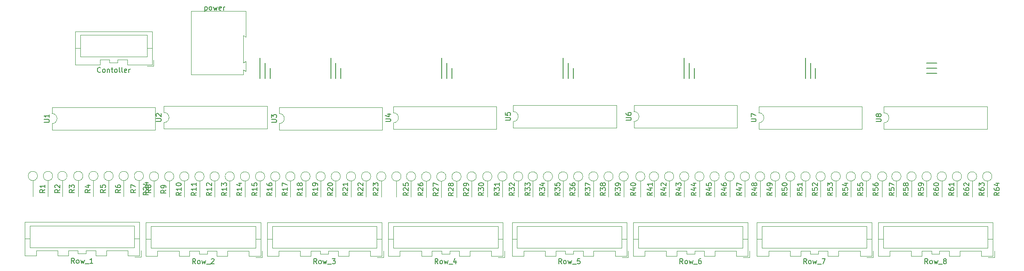
<source format=gbr>
%TF.GenerationSoftware,KiCad,Pcbnew,7.0.9*%
%TF.CreationDate,2023-12-27T00:16:36+05:30*%
%TF.ProjectId,Led_Cube_BaseControlerV2,4c65645f-4375-4626-955f-42617365436f,rev?*%
%TF.SameCoordinates,Original*%
%TF.FileFunction,Legend,Top*%
%TF.FilePolarity,Positive*%
%FSLAX46Y46*%
G04 Gerber Fmt 4.6, Leading zero omitted, Abs format (unit mm)*
G04 Created by KiCad (PCBNEW 7.0.9) date 2023-12-27 00:16:36*
%MOMM*%
%LPD*%
G01*
G04 APERTURE LIST*
%ADD10C,0.150000*%
%ADD11C,0.120000*%
G04 APERTURE END LIST*
D10*
X87000000Y-52000000D02*
X87000000Y-48000000D01*
X149000000Y-52000000D02*
X149000000Y-50000000D01*
X125000000Y-52000000D02*
X125000000Y-50000000D01*
X147000000Y-52000000D02*
X147000000Y-48000000D01*
X123000000Y-52000000D02*
X123000000Y-48000000D01*
X173000000Y-52000000D02*
X173000000Y-50000000D01*
X103000000Y-52000000D02*
X103000000Y-50000000D01*
X148000000Y-52000000D02*
X148000000Y-49000000D01*
X219000000Y-51000000D02*
X221000000Y-51000000D01*
X196000000Y-52000000D02*
X196000000Y-49000000D01*
X172000000Y-52000000D02*
X172000000Y-49000000D01*
X102000000Y-52000000D02*
X102000000Y-49000000D01*
X219000000Y-50000000D02*
X221000000Y-50000000D01*
X101000000Y-52000000D02*
X101000000Y-48000000D01*
X89000000Y-52000000D02*
X89000000Y-50000000D01*
X197000000Y-52000000D02*
X197000000Y-50000000D01*
X88000000Y-52000000D02*
X88000000Y-49000000D01*
X171000000Y-52000000D02*
X171000000Y-48000000D01*
X195000000Y-52000000D02*
X195000000Y-48000000D01*
X124000000Y-52000000D02*
X124000000Y-49000000D01*
X219000000Y-49000000D02*
X221000000Y-49000000D01*
X55404760Y-50759580D02*
X55357141Y-50807200D01*
X55357141Y-50807200D02*
X55214284Y-50854819D01*
X55214284Y-50854819D02*
X55119046Y-50854819D01*
X55119046Y-50854819D02*
X54976189Y-50807200D01*
X54976189Y-50807200D02*
X54880951Y-50711961D01*
X54880951Y-50711961D02*
X54833332Y-50616723D01*
X54833332Y-50616723D02*
X54785713Y-50426247D01*
X54785713Y-50426247D02*
X54785713Y-50283390D01*
X54785713Y-50283390D02*
X54833332Y-50092914D01*
X54833332Y-50092914D02*
X54880951Y-49997676D01*
X54880951Y-49997676D02*
X54976189Y-49902438D01*
X54976189Y-49902438D02*
X55119046Y-49854819D01*
X55119046Y-49854819D02*
X55214284Y-49854819D01*
X55214284Y-49854819D02*
X55357141Y-49902438D01*
X55357141Y-49902438D02*
X55404760Y-49950057D01*
X55976189Y-50854819D02*
X55880951Y-50807200D01*
X55880951Y-50807200D02*
X55833332Y-50759580D01*
X55833332Y-50759580D02*
X55785713Y-50664342D01*
X55785713Y-50664342D02*
X55785713Y-50378628D01*
X55785713Y-50378628D02*
X55833332Y-50283390D01*
X55833332Y-50283390D02*
X55880951Y-50235771D01*
X55880951Y-50235771D02*
X55976189Y-50188152D01*
X55976189Y-50188152D02*
X56119046Y-50188152D01*
X56119046Y-50188152D02*
X56214284Y-50235771D01*
X56214284Y-50235771D02*
X56261903Y-50283390D01*
X56261903Y-50283390D02*
X56309522Y-50378628D01*
X56309522Y-50378628D02*
X56309522Y-50664342D01*
X56309522Y-50664342D02*
X56261903Y-50759580D01*
X56261903Y-50759580D02*
X56214284Y-50807200D01*
X56214284Y-50807200D02*
X56119046Y-50854819D01*
X56119046Y-50854819D02*
X55976189Y-50854819D01*
X56738094Y-50188152D02*
X56738094Y-50854819D01*
X56738094Y-50283390D02*
X56785713Y-50235771D01*
X56785713Y-50235771D02*
X56880951Y-50188152D01*
X56880951Y-50188152D02*
X57023808Y-50188152D01*
X57023808Y-50188152D02*
X57119046Y-50235771D01*
X57119046Y-50235771D02*
X57166665Y-50331009D01*
X57166665Y-50331009D02*
X57166665Y-50854819D01*
X57499999Y-50188152D02*
X57880951Y-50188152D01*
X57642856Y-49854819D02*
X57642856Y-50711961D01*
X57642856Y-50711961D02*
X57690475Y-50807200D01*
X57690475Y-50807200D02*
X57785713Y-50854819D01*
X57785713Y-50854819D02*
X57880951Y-50854819D01*
X58357142Y-50854819D02*
X58261904Y-50807200D01*
X58261904Y-50807200D02*
X58214285Y-50759580D01*
X58214285Y-50759580D02*
X58166666Y-50664342D01*
X58166666Y-50664342D02*
X58166666Y-50378628D01*
X58166666Y-50378628D02*
X58214285Y-50283390D01*
X58214285Y-50283390D02*
X58261904Y-50235771D01*
X58261904Y-50235771D02*
X58357142Y-50188152D01*
X58357142Y-50188152D02*
X58499999Y-50188152D01*
X58499999Y-50188152D02*
X58595237Y-50235771D01*
X58595237Y-50235771D02*
X58642856Y-50283390D01*
X58642856Y-50283390D02*
X58690475Y-50378628D01*
X58690475Y-50378628D02*
X58690475Y-50664342D01*
X58690475Y-50664342D02*
X58642856Y-50759580D01*
X58642856Y-50759580D02*
X58595237Y-50807200D01*
X58595237Y-50807200D02*
X58499999Y-50854819D01*
X58499999Y-50854819D02*
X58357142Y-50854819D01*
X59261904Y-50854819D02*
X59166666Y-50807200D01*
X59166666Y-50807200D02*
X59119047Y-50711961D01*
X59119047Y-50711961D02*
X59119047Y-49854819D01*
X59785714Y-50854819D02*
X59690476Y-50807200D01*
X59690476Y-50807200D02*
X59642857Y-50711961D01*
X59642857Y-50711961D02*
X59642857Y-49854819D01*
X60547619Y-50807200D02*
X60452381Y-50854819D01*
X60452381Y-50854819D02*
X60261905Y-50854819D01*
X60261905Y-50854819D02*
X60166667Y-50807200D01*
X60166667Y-50807200D02*
X60119048Y-50711961D01*
X60119048Y-50711961D02*
X60119048Y-50331009D01*
X60119048Y-50331009D02*
X60166667Y-50235771D01*
X60166667Y-50235771D02*
X60261905Y-50188152D01*
X60261905Y-50188152D02*
X60452381Y-50188152D01*
X60452381Y-50188152D02*
X60547619Y-50235771D01*
X60547619Y-50235771D02*
X60595238Y-50331009D01*
X60595238Y-50331009D02*
X60595238Y-50426247D01*
X60595238Y-50426247D02*
X60119048Y-50521485D01*
X61023810Y-50854819D02*
X61023810Y-50188152D01*
X61023810Y-50378628D02*
X61071429Y-50283390D01*
X61071429Y-50283390D02*
X61119048Y-50235771D01*
X61119048Y-50235771D02*
X61214286Y-50188152D01*
X61214286Y-50188152D02*
X61309524Y-50188152D01*
X164674819Y-74692857D02*
X164198628Y-75026190D01*
X164674819Y-75264285D02*
X163674819Y-75264285D01*
X163674819Y-75264285D02*
X163674819Y-74883333D01*
X163674819Y-74883333D02*
X163722438Y-74788095D01*
X163722438Y-74788095D02*
X163770057Y-74740476D01*
X163770057Y-74740476D02*
X163865295Y-74692857D01*
X163865295Y-74692857D02*
X164008152Y-74692857D01*
X164008152Y-74692857D02*
X164103390Y-74740476D01*
X164103390Y-74740476D02*
X164151009Y-74788095D01*
X164151009Y-74788095D02*
X164198628Y-74883333D01*
X164198628Y-74883333D02*
X164198628Y-75264285D01*
X164008152Y-73835714D02*
X164674819Y-73835714D01*
X163627200Y-74073809D02*
X164341485Y-74311904D01*
X164341485Y-74311904D02*
X164341485Y-73692857D01*
X164674819Y-72788095D02*
X164674819Y-73359523D01*
X164674819Y-73073809D02*
X163674819Y-73073809D01*
X163674819Y-73073809D02*
X163817676Y-73169047D01*
X163817676Y-73169047D02*
X163912914Y-73264285D01*
X163912914Y-73264285D02*
X163960533Y-73359523D01*
X47374819Y-74126666D02*
X46898628Y-74459999D01*
X47374819Y-74698094D02*
X46374819Y-74698094D01*
X46374819Y-74698094D02*
X46374819Y-74317142D01*
X46374819Y-74317142D02*
X46422438Y-74221904D01*
X46422438Y-74221904D02*
X46470057Y-74174285D01*
X46470057Y-74174285D02*
X46565295Y-74126666D01*
X46565295Y-74126666D02*
X46708152Y-74126666D01*
X46708152Y-74126666D02*
X46803390Y-74174285D01*
X46803390Y-74174285D02*
X46851009Y-74221904D01*
X46851009Y-74221904D02*
X46898628Y-74317142D01*
X46898628Y-74317142D02*
X46898628Y-74698094D01*
X46470057Y-73745713D02*
X46422438Y-73698094D01*
X46422438Y-73698094D02*
X46374819Y-73602856D01*
X46374819Y-73602856D02*
X46374819Y-73364761D01*
X46374819Y-73364761D02*
X46422438Y-73269523D01*
X46422438Y-73269523D02*
X46470057Y-73221904D01*
X46470057Y-73221904D02*
X46565295Y-73174285D01*
X46565295Y-73174285D02*
X46660533Y-73174285D01*
X46660533Y-73174285D02*
X46803390Y-73221904D01*
X46803390Y-73221904D02*
X47374819Y-73793332D01*
X47374819Y-73793332D02*
X47374819Y-73174285D01*
X66424819Y-60571904D02*
X67234342Y-60571904D01*
X67234342Y-60571904D02*
X67329580Y-60524285D01*
X67329580Y-60524285D02*
X67377200Y-60476666D01*
X67377200Y-60476666D02*
X67424819Y-60381428D01*
X67424819Y-60381428D02*
X67424819Y-60190952D01*
X67424819Y-60190952D02*
X67377200Y-60095714D01*
X67377200Y-60095714D02*
X67329580Y-60048095D01*
X67329580Y-60048095D02*
X67234342Y-60000476D01*
X67234342Y-60000476D02*
X66424819Y-60000476D01*
X66520057Y-59571904D02*
X66472438Y-59524285D01*
X66472438Y-59524285D02*
X66424819Y-59429047D01*
X66424819Y-59429047D02*
X66424819Y-59190952D01*
X66424819Y-59190952D02*
X66472438Y-59095714D01*
X66472438Y-59095714D02*
X66520057Y-59048095D01*
X66520057Y-59048095D02*
X66615295Y-59000476D01*
X66615295Y-59000476D02*
X66710533Y-59000476D01*
X66710533Y-59000476D02*
X66853390Y-59048095D01*
X66853390Y-59048095D02*
X67424819Y-59619523D01*
X67424819Y-59619523D02*
X67424819Y-59000476D01*
X92374819Y-74692857D02*
X91898628Y-75026190D01*
X92374819Y-75264285D02*
X91374819Y-75264285D01*
X91374819Y-75264285D02*
X91374819Y-74883333D01*
X91374819Y-74883333D02*
X91422438Y-74788095D01*
X91422438Y-74788095D02*
X91470057Y-74740476D01*
X91470057Y-74740476D02*
X91565295Y-74692857D01*
X91565295Y-74692857D02*
X91708152Y-74692857D01*
X91708152Y-74692857D02*
X91803390Y-74740476D01*
X91803390Y-74740476D02*
X91851009Y-74788095D01*
X91851009Y-74788095D02*
X91898628Y-74883333D01*
X91898628Y-74883333D02*
X91898628Y-75264285D01*
X92374819Y-73740476D02*
X92374819Y-74311904D01*
X92374819Y-74026190D02*
X91374819Y-74026190D01*
X91374819Y-74026190D02*
X91517676Y-74121428D01*
X91517676Y-74121428D02*
X91612914Y-74216666D01*
X91612914Y-74216666D02*
X91660533Y-74311904D01*
X91374819Y-73407142D02*
X91374819Y-72740476D01*
X91374819Y-72740476D02*
X92374819Y-73169047D01*
X83374819Y-74692857D02*
X82898628Y-75026190D01*
X83374819Y-75264285D02*
X82374819Y-75264285D01*
X82374819Y-75264285D02*
X82374819Y-74883333D01*
X82374819Y-74883333D02*
X82422438Y-74788095D01*
X82422438Y-74788095D02*
X82470057Y-74740476D01*
X82470057Y-74740476D02*
X82565295Y-74692857D01*
X82565295Y-74692857D02*
X82708152Y-74692857D01*
X82708152Y-74692857D02*
X82803390Y-74740476D01*
X82803390Y-74740476D02*
X82851009Y-74788095D01*
X82851009Y-74788095D02*
X82898628Y-74883333D01*
X82898628Y-74883333D02*
X82898628Y-75264285D01*
X83374819Y-73740476D02*
X83374819Y-74311904D01*
X83374819Y-74026190D02*
X82374819Y-74026190D01*
X82374819Y-74026190D02*
X82517676Y-74121428D01*
X82517676Y-74121428D02*
X82612914Y-74216666D01*
X82612914Y-74216666D02*
X82660533Y-74311904D01*
X82708152Y-72883333D02*
X83374819Y-72883333D01*
X82327200Y-73121428D02*
X83041485Y-73359523D01*
X83041485Y-73359523D02*
X83041485Y-72740476D01*
X107374819Y-74692857D02*
X106898628Y-75026190D01*
X107374819Y-75264285D02*
X106374819Y-75264285D01*
X106374819Y-75264285D02*
X106374819Y-74883333D01*
X106374819Y-74883333D02*
X106422438Y-74788095D01*
X106422438Y-74788095D02*
X106470057Y-74740476D01*
X106470057Y-74740476D02*
X106565295Y-74692857D01*
X106565295Y-74692857D02*
X106708152Y-74692857D01*
X106708152Y-74692857D02*
X106803390Y-74740476D01*
X106803390Y-74740476D02*
X106851009Y-74788095D01*
X106851009Y-74788095D02*
X106898628Y-74883333D01*
X106898628Y-74883333D02*
X106898628Y-75264285D01*
X106470057Y-74311904D02*
X106422438Y-74264285D01*
X106422438Y-74264285D02*
X106374819Y-74169047D01*
X106374819Y-74169047D02*
X106374819Y-73930952D01*
X106374819Y-73930952D02*
X106422438Y-73835714D01*
X106422438Y-73835714D02*
X106470057Y-73788095D01*
X106470057Y-73788095D02*
X106565295Y-73740476D01*
X106565295Y-73740476D02*
X106660533Y-73740476D01*
X106660533Y-73740476D02*
X106803390Y-73788095D01*
X106803390Y-73788095D02*
X107374819Y-74359523D01*
X107374819Y-74359523D02*
X107374819Y-73740476D01*
X106470057Y-73359523D02*
X106422438Y-73311904D01*
X106422438Y-73311904D02*
X106374819Y-73216666D01*
X106374819Y-73216666D02*
X106374819Y-72978571D01*
X106374819Y-72978571D02*
X106422438Y-72883333D01*
X106422438Y-72883333D02*
X106470057Y-72835714D01*
X106470057Y-72835714D02*
X106565295Y-72788095D01*
X106565295Y-72788095D02*
X106660533Y-72788095D01*
X106660533Y-72788095D02*
X106803390Y-72835714D01*
X106803390Y-72835714D02*
X107374819Y-73407142D01*
X107374819Y-73407142D02*
X107374819Y-72788095D01*
X50226190Y-88764819D02*
X49892857Y-88288628D01*
X49654762Y-88764819D02*
X49654762Y-87764819D01*
X49654762Y-87764819D02*
X50035714Y-87764819D01*
X50035714Y-87764819D02*
X50130952Y-87812438D01*
X50130952Y-87812438D02*
X50178571Y-87860057D01*
X50178571Y-87860057D02*
X50226190Y-87955295D01*
X50226190Y-87955295D02*
X50226190Y-88098152D01*
X50226190Y-88098152D02*
X50178571Y-88193390D01*
X50178571Y-88193390D02*
X50130952Y-88241009D01*
X50130952Y-88241009D02*
X50035714Y-88288628D01*
X50035714Y-88288628D02*
X49654762Y-88288628D01*
X50797619Y-88764819D02*
X50702381Y-88717200D01*
X50702381Y-88717200D02*
X50654762Y-88669580D01*
X50654762Y-88669580D02*
X50607143Y-88574342D01*
X50607143Y-88574342D02*
X50607143Y-88288628D01*
X50607143Y-88288628D02*
X50654762Y-88193390D01*
X50654762Y-88193390D02*
X50702381Y-88145771D01*
X50702381Y-88145771D02*
X50797619Y-88098152D01*
X50797619Y-88098152D02*
X50940476Y-88098152D01*
X50940476Y-88098152D02*
X51035714Y-88145771D01*
X51035714Y-88145771D02*
X51083333Y-88193390D01*
X51083333Y-88193390D02*
X51130952Y-88288628D01*
X51130952Y-88288628D02*
X51130952Y-88574342D01*
X51130952Y-88574342D02*
X51083333Y-88669580D01*
X51083333Y-88669580D02*
X51035714Y-88717200D01*
X51035714Y-88717200D02*
X50940476Y-88764819D01*
X50940476Y-88764819D02*
X50797619Y-88764819D01*
X51464286Y-88098152D02*
X51654762Y-88764819D01*
X51654762Y-88764819D02*
X51845238Y-88288628D01*
X51845238Y-88288628D02*
X52035714Y-88764819D01*
X52035714Y-88764819D02*
X52226190Y-88098152D01*
X52369048Y-88860057D02*
X53130952Y-88860057D01*
X53892857Y-88764819D02*
X53321429Y-88764819D01*
X53607143Y-88764819D02*
X53607143Y-87764819D01*
X53607143Y-87764819D02*
X53511905Y-87907676D01*
X53511905Y-87907676D02*
X53416667Y-88002914D01*
X53416667Y-88002914D02*
X53321429Y-88050533D01*
X176374819Y-74692857D02*
X175898628Y-75026190D01*
X176374819Y-75264285D02*
X175374819Y-75264285D01*
X175374819Y-75264285D02*
X175374819Y-74883333D01*
X175374819Y-74883333D02*
X175422438Y-74788095D01*
X175422438Y-74788095D02*
X175470057Y-74740476D01*
X175470057Y-74740476D02*
X175565295Y-74692857D01*
X175565295Y-74692857D02*
X175708152Y-74692857D01*
X175708152Y-74692857D02*
X175803390Y-74740476D01*
X175803390Y-74740476D02*
X175851009Y-74788095D01*
X175851009Y-74788095D02*
X175898628Y-74883333D01*
X175898628Y-74883333D02*
X175898628Y-75264285D01*
X175708152Y-73835714D02*
X176374819Y-73835714D01*
X175327200Y-74073809D02*
X176041485Y-74311904D01*
X176041485Y-74311904D02*
X176041485Y-73692857D01*
X175374819Y-72835714D02*
X175374819Y-73311904D01*
X175374819Y-73311904D02*
X175851009Y-73359523D01*
X175851009Y-73359523D02*
X175803390Y-73311904D01*
X175803390Y-73311904D02*
X175755771Y-73216666D01*
X175755771Y-73216666D02*
X175755771Y-72978571D01*
X175755771Y-72978571D02*
X175803390Y-72883333D01*
X175803390Y-72883333D02*
X175851009Y-72835714D01*
X175851009Y-72835714D02*
X175946247Y-72788095D01*
X175946247Y-72788095D02*
X176184342Y-72788095D01*
X176184342Y-72788095D02*
X176279580Y-72835714D01*
X176279580Y-72835714D02*
X176327200Y-72883333D01*
X176327200Y-72883333D02*
X176374819Y-72978571D01*
X176374819Y-72978571D02*
X176374819Y-73216666D01*
X176374819Y-73216666D02*
X176327200Y-73311904D01*
X176327200Y-73311904D02*
X176279580Y-73359523D01*
X119274819Y-74692857D02*
X118798628Y-75026190D01*
X119274819Y-75264285D02*
X118274819Y-75264285D01*
X118274819Y-75264285D02*
X118274819Y-74883333D01*
X118274819Y-74883333D02*
X118322438Y-74788095D01*
X118322438Y-74788095D02*
X118370057Y-74740476D01*
X118370057Y-74740476D02*
X118465295Y-74692857D01*
X118465295Y-74692857D02*
X118608152Y-74692857D01*
X118608152Y-74692857D02*
X118703390Y-74740476D01*
X118703390Y-74740476D02*
X118751009Y-74788095D01*
X118751009Y-74788095D02*
X118798628Y-74883333D01*
X118798628Y-74883333D02*
X118798628Y-75264285D01*
X118370057Y-74311904D02*
X118322438Y-74264285D01*
X118322438Y-74264285D02*
X118274819Y-74169047D01*
X118274819Y-74169047D02*
X118274819Y-73930952D01*
X118274819Y-73930952D02*
X118322438Y-73835714D01*
X118322438Y-73835714D02*
X118370057Y-73788095D01*
X118370057Y-73788095D02*
X118465295Y-73740476D01*
X118465295Y-73740476D02*
X118560533Y-73740476D01*
X118560533Y-73740476D02*
X118703390Y-73788095D01*
X118703390Y-73788095D02*
X119274819Y-74359523D01*
X119274819Y-74359523D02*
X119274819Y-73740476D01*
X118274819Y-72883333D02*
X118274819Y-73073809D01*
X118274819Y-73073809D02*
X118322438Y-73169047D01*
X118322438Y-73169047D02*
X118370057Y-73216666D01*
X118370057Y-73216666D02*
X118512914Y-73311904D01*
X118512914Y-73311904D02*
X118703390Y-73359523D01*
X118703390Y-73359523D02*
X119084342Y-73359523D01*
X119084342Y-73359523D02*
X119179580Y-73311904D01*
X119179580Y-73311904D02*
X119227200Y-73264285D01*
X119227200Y-73264285D02*
X119274819Y-73169047D01*
X119274819Y-73169047D02*
X119274819Y-72978571D01*
X119274819Y-72978571D02*
X119227200Y-72883333D01*
X119227200Y-72883333D02*
X119179580Y-72835714D01*
X119179580Y-72835714D02*
X119084342Y-72788095D01*
X119084342Y-72788095D02*
X118846247Y-72788095D01*
X118846247Y-72788095D02*
X118751009Y-72835714D01*
X118751009Y-72835714D02*
X118703390Y-72883333D01*
X118703390Y-72883333D02*
X118655771Y-72978571D01*
X118655771Y-72978571D02*
X118655771Y-73169047D01*
X118655771Y-73169047D02*
X118703390Y-73264285D01*
X118703390Y-73264285D02*
X118751009Y-73311904D01*
X118751009Y-73311904D02*
X118846247Y-73359523D01*
X203374819Y-74692857D02*
X202898628Y-75026190D01*
X203374819Y-75264285D02*
X202374819Y-75264285D01*
X202374819Y-75264285D02*
X202374819Y-74883333D01*
X202374819Y-74883333D02*
X202422438Y-74788095D01*
X202422438Y-74788095D02*
X202470057Y-74740476D01*
X202470057Y-74740476D02*
X202565295Y-74692857D01*
X202565295Y-74692857D02*
X202708152Y-74692857D01*
X202708152Y-74692857D02*
X202803390Y-74740476D01*
X202803390Y-74740476D02*
X202851009Y-74788095D01*
X202851009Y-74788095D02*
X202898628Y-74883333D01*
X202898628Y-74883333D02*
X202898628Y-75264285D01*
X202374819Y-73788095D02*
X202374819Y-74264285D01*
X202374819Y-74264285D02*
X202851009Y-74311904D01*
X202851009Y-74311904D02*
X202803390Y-74264285D01*
X202803390Y-74264285D02*
X202755771Y-74169047D01*
X202755771Y-74169047D02*
X202755771Y-73930952D01*
X202755771Y-73930952D02*
X202803390Y-73835714D01*
X202803390Y-73835714D02*
X202851009Y-73788095D01*
X202851009Y-73788095D02*
X202946247Y-73740476D01*
X202946247Y-73740476D02*
X203184342Y-73740476D01*
X203184342Y-73740476D02*
X203279580Y-73788095D01*
X203279580Y-73788095D02*
X203327200Y-73835714D01*
X203327200Y-73835714D02*
X203374819Y-73930952D01*
X203374819Y-73930952D02*
X203374819Y-74169047D01*
X203374819Y-74169047D02*
X203327200Y-74264285D01*
X203327200Y-74264285D02*
X203279580Y-74311904D01*
X202708152Y-72883333D02*
X203374819Y-72883333D01*
X202327200Y-73121428D02*
X203041485Y-73359523D01*
X203041485Y-73359523D02*
X203041485Y-72740476D01*
X62374819Y-74126666D02*
X61898628Y-74459999D01*
X62374819Y-74698094D02*
X61374819Y-74698094D01*
X61374819Y-74698094D02*
X61374819Y-74317142D01*
X61374819Y-74317142D02*
X61422438Y-74221904D01*
X61422438Y-74221904D02*
X61470057Y-74174285D01*
X61470057Y-74174285D02*
X61565295Y-74126666D01*
X61565295Y-74126666D02*
X61708152Y-74126666D01*
X61708152Y-74126666D02*
X61803390Y-74174285D01*
X61803390Y-74174285D02*
X61851009Y-74221904D01*
X61851009Y-74221904D02*
X61898628Y-74317142D01*
X61898628Y-74317142D02*
X61898628Y-74698094D01*
X61374819Y-73793332D02*
X61374819Y-73126666D01*
X61374819Y-73126666D02*
X62374819Y-73555237D01*
X194374819Y-74692857D02*
X193898628Y-75026190D01*
X194374819Y-75264285D02*
X193374819Y-75264285D01*
X193374819Y-75264285D02*
X193374819Y-74883333D01*
X193374819Y-74883333D02*
X193422438Y-74788095D01*
X193422438Y-74788095D02*
X193470057Y-74740476D01*
X193470057Y-74740476D02*
X193565295Y-74692857D01*
X193565295Y-74692857D02*
X193708152Y-74692857D01*
X193708152Y-74692857D02*
X193803390Y-74740476D01*
X193803390Y-74740476D02*
X193851009Y-74788095D01*
X193851009Y-74788095D02*
X193898628Y-74883333D01*
X193898628Y-74883333D02*
X193898628Y-75264285D01*
X193374819Y-73788095D02*
X193374819Y-74264285D01*
X193374819Y-74264285D02*
X193851009Y-74311904D01*
X193851009Y-74311904D02*
X193803390Y-74264285D01*
X193803390Y-74264285D02*
X193755771Y-74169047D01*
X193755771Y-74169047D02*
X193755771Y-73930952D01*
X193755771Y-73930952D02*
X193803390Y-73835714D01*
X193803390Y-73835714D02*
X193851009Y-73788095D01*
X193851009Y-73788095D02*
X193946247Y-73740476D01*
X193946247Y-73740476D02*
X194184342Y-73740476D01*
X194184342Y-73740476D02*
X194279580Y-73788095D01*
X194279580Y-73788095D02*
X194327200Y-73835714D01*
X194327200Y-73835714D02*
X194374819Y-73930952D01*
X194374819Y-73930952D02*
X194374819Y-74169047D01*
X194374819Y-74169047D02*
X194327200Y-74264285D01*
X194327200Y-74264285D02*
X194279580Y-74311904D01*
X194374819Y-72788095D02*
X194374819Y-73359523D01*
X194374819Y-73073809D02*
X193374819Y-73073809D01*
X193374819Y-73073809D02*
X193517676Y-73169047D01*
X193517676Y-73169047D02*
X193612914Y-73264285D01*
X193612914Y-73264285D02*
X193660533Y-73359523D01*
X230374819Y-74692857D02*
X229898628Y-75026190D01*
X230374819Y-75264285D02*
X229374819Y-75264285D01*
X229374819Y-75264285D02*
X229374819Y-74883333D01*
X229374819Y-74883333D02*
X229422438Y-74788095D01*
X229422438Y-74788095D02*
X229470057Y-74740476D01*
X229470057Y-74740476D02*
X229565295Y-74692857D01*
X229565295Y-74692857D02*
X229708152Y-74692857D01*
X229708152Y-74692857D02*
X229803390Y-74740476D01*
X229803390Y-74740476D02*
X229851009Y-74788095D01*
X229851009Y-74788095D02*
X229898628Y-74883333D01*
X229898628Y-74883333D02*
X229898628Y-75264285D01*
X229374819Y-73835714D02*
X229374819Y-74026190D01*
X229374819Y-74026190D02*
X229422438Y-74121428D01*
X229422438Y-74121428D02*
X229470057Y-74169047D01*
X229470057Y-74169047D02*
X229612914Y-74264285D01*
X229612914Y-74264285D02*
X229803390Y-74311904D01*
X229803390Y-74311904D02*
X230184342Y-74311904D01*
X230184342Y-74311904D02*
X230279580Y-74264285D01*
X230279580Y-74264285D02*
X230327200Y-74216666D01*
X230327200Y-74216666D02*
X230374819Y-74121428D01*
X230374819Y-74121428D02*
X230374819Y-73930952D01*
X230374819Y-73930952D02*
X230327200Y-73835714D01*
X230327200Y-73835714D02*
X230279580Y-73788095D01*
X230279580Y-73788095D02*
X230184342Y-73740476D01*
X230184342Y-73740476D02*
X229946247Y-73740476D01*
X229946247Y-73740476D02*
X229851009Y-73788095D01*
X229851009Y-73788095D02*
X229803390Y-73835714D01*
X229803390Y-73835714D02*
X229755771Y-73930952D01*
X229755771Y-73930952D02*
X229755771Y-74121428D01*
X229755771Y-74121428D02*
X229803390Y-74216666D01*
X229803390Y-74216666D02*
X229851009Y-74264285D01*
X229851009Y-74264285D02*
X229946247Y-74311904D01*
X229374819Y-73407142D02*
X229374819Y-72788095D01*
X229374819Y-72788095D02*
X229755771Y-73121428D01*
X229755771Y-73121428D02*
X229755771Y-72978571D01*
X229755771Y-72978571D02*
X229803390Y-72883333D01*
X229803390Y-72883333D02*
X229851009Y-72835714D01*
X229851009Y-72835714D02*
X229946247Y-72788095D01*
X229946247Y-72788095D02*
X230184342Y-72788095D01*
X230184342Y-72788095D02*
X230279580Y-72835714D01*
X230279580Y-72835714D02*
X230327200Y-72883333D01*
X230327200Y-72883333D02*
X230374819Y-72978571D01*
X230374819Y-72978571D02*
X230374819Y-73264285D01*
X230374819Y-73264285D02*
X230327200Y-73359523D01*
X230327200Y-73359523D02*
X230279580Y-73407142D01*
X208984819Y-60621904D02*
X209794342Y-60621904D01*
X209794342Y-60621904D02*
X209889580Y-60574285D01*
X209889580Y-60574285D02*
X209937200Y-60526666D01*
X209937200Y-60526666D02*
X209984819Y-60431428D01*
X209984819Y-60431428D02*
X209984819Y-60240952D01*
X209984819Y-60240952D02*
X209937200Y-60145714D01*
X209937200Y-60145714D02*
X209889580Y-60098095D01*
X209889580Y-60098095D02*
X209794342Y-60050476D01*
X209794342Y-60050476D02*
X208984819Y-60050476D01*
X209413390Y-59431428D02*
X209365771Y-59526666D01*
X209365771Y-59526666D02*
X209318152Y-59574285D01*
X209318152Y-59574285D02*
X209222914Y-59621904D01*
X209222914Y-59621904D02*
X209175295Y-59621904D01*
X209175295Y-59621904D02*
X209080057Y-59574285D01*
X209080057Y-59574285D02*
X209032438Y-59526666D01*
X209032438Y-59526666D02*
X208984819Y-59431428D01*
X208984819Y-59431428D02*
X208984819Y-59240952D01*
X208984819Y-59240952D02*
X209032438Y-59145714D01*
X209032438Y-59145714D02*
X209080057Y-59098095D01*
X209080057Y-59098095D02*
X209175295Y-59050476D01*
X209175295Y-59050476D02*
X209222914Y-59050476D01*
X209222914Y-59050476D02*
X209318152Y-59098095D01*
X209318152Y-59098095D02*
X209365771Y-59145714D01*
X209365771Y-59145714D02*
X209413390Y-59240952D01*
X209413390Y-59240952D02*
X209413390Y-59431428D01*
X209413390Y-59431428D02*
X209461009Y-59526666D01*
X209461009Y-59526666D02*
X209508628Y-59574285D01*
X209508628Y-59574285D02*
X209603866Y-59621904D01*
X209603866Y-59621904D02*
X209794342Y-59621904D01*
X209794342Y-59621904D02*
X209889580Y-59574285D01*
X209889580Y-59574285D02*
X209937200Y-59526666D01*
X209937200Y-59526666D02*
X209984819Y-59431428D01*
X209984819Y-59431428D02*
X209984819Y-59240952D01*
X209984819Y-59240952D02*
X209937200Y-59145714D01*
X209937200Y-59145714D02*
X209889580Y-59098095D01*
X209889580Y-59098095D02*
X209794342Y-59050476D01*
X209794342Y-59050476D02*
X209603866Y-59050476D01*
X209603866Y-59050476D02*
X209508628Y-59098095D01*
X209508628Y-59098095D02*
X209461009Y-59145714D01*
X209461009Y-59145714D02*
X209413390Y-59240952D01*
X111854819Y-60621904D02*
X112664342Y-60621904D01*
X112664342Y-60621904D02*
X112759580Y-60574285D01*
X112759580Y-60574285D02*
X112807200Y-60526666D01*
X112807200Y-60526666D02*
X112854819Y-60431428D01*
X112854819Y-60431428D02*
X112854819Y-60240952D01*
X112854819Y-60240952D02*
X112807200Y-60145714D01*
X112807200Y-60145714D02*
X112759580Y-60098095D01*
X112759580Y-60098095D02*
X112664342Y-60050476D01*
X112664342Y-60050476D02*
X111854819Y-60050476D01*
X112188152Y-59145714D02*
X112854819Y-59145714D01*
X111807200Y-59383809D02*
X112521485Y-59621904D01*
X112521485Y-59621904D02*
X112521485Y-59002857D01*
X197374819Y-74692857D02*
X196898628Y-75026190D01*
X197374819Y-75264285D02*
X196374819Y-75264285D01*
X196374819Y-75264285D02*
X196374819Y-74883333D01*
X196374819Y-74883333D02*
X196422438Y-74788095D01*
X196422438Y-74788095D02*
X196470057Y-74740476D01*
X196470057Y-74740476D02*
X196565295Y-74692857D01*
X196565295Y-74692857D02*
X196708152Y-74692857D01*
X196708152Y-74692857D02*
X196803390Y-74740476D01*
X196803390Y-74740476D02*
X196851009Y-74788095D01*
X196851009Y-74788095D02*
X196898628Y-74883333D01*
X196898628Y-74883333D02*
X196898628Y-75264285D01*
X196374819Y-73788095D02*
X196374819Y-74264285D01*
X196374819Y-74264285D02*
X196851009Y-74311904D01*
X196851009Y-74311904D02*
X196803390Y-74264285D01*
X196803390Y-74264285D02*
X196755771Y-74169047D01*
X196755771Y-74169047D02*
X196755771Y-73930952D01*
X196755771Y-73930952D02*
X196803390Y-73835714D01*
X196803390Y-73835714D02*
X196851009Y-73788095D01*
X196851009Y-73788095D02*
X196946247Y-73740476D01*
X196946247Y-73740476D02*
X197184342Y-73740476D01*
X197184342Y-73740476D02*
X197279580Y-73788095D01*
X197279580Y-73788095D02*
X197327200Y-73835714D01*
X197327200Y-73835714D02*
X197374819Y-73930952D01*
X197374819Y-73930952D02*
X197374819Y-74169047D01*
X197374819Y-74169047D02*
X197327200Y-74264285D01*
X197327200Y-74264285D02*
X197279580Y-74311904D01*
X196470057Y-73359523D02*
X196422438Y-73311904D01*
X196422438Y-73311904D02*
X196374819Y-73216666D01*
X196374819Y-73216666D02*
X196374819Y-72978571D01*
X196374819Y-72978571D02*
X196422438Y-72883333D01*
X196422438Y-72883333D02*
X196470057Y-72835714D01*
X196470057Y-72835714D02*
X196565295Y-72788095D01*
X196565295Y-72788095D02*
X196660533Y-72788095D01*
X196660533Y-72788095D02*
X196803390Y-72835714D01*
X196803390Y-72835714D02*
X197374819Y-73407142D01*
X197374819Y-73407142D02*
X197374819Y-72788095D01*
X89249819Y-60776904D02*
X90059342Y-60776904D01*
X90059342Y-60776904D02*
X90154580Y-60729285D01*
X90154580Y-60729285D02*
X90202200Y-60681666D01*
X90202200Y-60681666D02*
X90249819Y-60586428D01*
X90249819Y-60586428D02*
X90249819Y-60395952D01*
X90249819Y-60395952D02*
X90202200Y-60300714D01*
X90202200Y-60300714D02*
X90154580Y-60253095D01*
X90154580Y-60253095D02*
X90059342Y-60205476D01*
X90059342Y-60205476D02*
X89249819Y-60205476D01*
X89249819Y-59824523D02*
X89249819Y-59205476D01*
X89249819Y-59205476D02*
X89630771Y-59538809D01*
X89630771Y-59538809D02*
X89630771Y-59395952D01*
X89630771Y-59395952D02*
X89678390Y-59300714D01*
X89678390Y-59300714D02*
X89726009Y-59253095D01*
X89726009Y-59253095D02*
X89821247Y-59205476D01*
X89821247Y-59205476D02*
X90059342Y-59205476D01*
X90059342Y-59205476D02*
X90154580Y-59253095D01*
X90154580Y-59253095D02*
X90202200Y-59300714D01*
X90202200Y-59300714D02*
X90249819Y-59395952D01*
X90249819Y-59395952D02*
X90249819Y-59681666D01*
X90249819Y-59681666D02*
X90202200Y-59776904D01*
X90202200Y-59776904D02*
X90154580Y-59824523D01*
X89374819Y-74692857D02*
X88898628Y-75026190D01*
X89374819Y-75264285D02*
X88374819Y-75264285D01*
X88374819Y-75264285D02*
X88374819Y-74883333D01*
X88374819Y-74883333D02*
X88422438Y-74788095D01*
X88422438Y-74788095D02*
X88470057Y-74740476D01*
X88470057Y-74740476D02*
X88565295Y-74692857D01*
X88565295Y-74692857D02*
X88708152Y-74692857D01*
X88708152Y-74692857D02*
X88803390Y-74740476D01*
X88803390Y-74740476D02*
X88851009Y-74788095D01*
X88851009Y-74788095D02*
X88898628Y-74883333D01*
X88898628Y-74883333D02*
X88898628Y-75264285D01*
X89374819Y-73740476D02*
X89374819Y-74311904D01*
X89374819Y-74026190D02*
X88374819Y-74026190D01*
X88374819Y-74026190D02*
X88517676Y-74121428D01*
X88517676Y-74121428D02*
X88612914Y-74216666D01*
X88612914Y-74216666D02*
X88660533Y-74311904D01*
X88374819Y-72883333D02*
X88374819Y-73073809D01*
X88374819Y-73073809D02*
X88422438Y-73169047D01*
X88422438Y-73169047D02*
X88470057Y-73216666D01*
X88470057Y-73216666D02*
X88612914Y-73311904D01*
X88612914Y-73311904D02*
X88803390Y-73359523D01*
X88803390Y-73359523D02*
X89184342Y-73359523D01*
X89184342Y-73359523D02*
X89279580Y-73311904D01*
X89279580Y-73311904D02*
X89327200Y-73264285D01*
X89327200Y-73264285D02*
X89374819Y-73169047D01*
X89374819Y-73169047D02*
X89374819Y-72978571D01*
X89374819Y-72978571D02*
X89327200Y-72883333D01*
X89327200Y-72883333D02*
X89279580Y-72835714D01*
X89279580Y-72835714D02*
X89184342Y-72788095D01*
X89184342Y-72788095D02*
X88946247Y-72788095D01*
X88946247Y-72788095D02*
X88851009Y-72835714D01*
X88851009Y-72835714D02*
X88803390Y-72883333D01*
X88803390Y-72883333D02*
X88755771Y-72978571D01*
X88755771Y-72978571D02*
X88755771Y-73169047D01*
X88755771Y-73169047D02*
X88803390Y-73264285D01*
X88803390Y-73264285D02*
X88851009Y-73311904D01*
X88851009Y-73311904D02*
X88946247Y-73359523D01*
X219226190Y-88854819D02*
X218892857Y-88378628D01*
X218654762Y-88854819D02*
X218654762Y-87854819D01*
X218654762Y-87854819D02*
X219035714Y-87854819D01*
X219035714Y-87854819D02*
X219130952Y-87902438D01*
X219130952Y-87902438D02*
X219178571Y-87950057D01*
X219178571Y-87950057D02*
X219226190Y-88045295D01*
X219226190Y-88045295D02*
X219226190Y-88188152D01*
X219226190Y-88188152D02*
X219178571Y-88283390D01*
X219178571Y-88283390D02*
X219130952Y-88331009D01*
X219130952Y-88331009D02*
X219035714Y-88378628D01*
X219035714Y-88378628D02*
X218654762Y-88378628D01*
X219797619Y-88854819D02*
X219702381Y-88807200D01*
X219702381Y-88807200D02*
X219654762Y-88759580D01*
X219654762Y-88759580D02*
X219607143Y-88664342D01*
X219607143Y-88664342D02*
X219607143Y-88378628D01*
X219607143Y-88378628D02*
X219654762Y-88283390D01*
X219654762Y-88283390D02*
X219702381Y-88235771D01*
X219702381Y-88235771D02*
X219797619Y-88188152D01*
X219797619Y-88188152D02*
X219940476Y-88188152D01*
X219940476Y-88188152D02*
X220035714Y-88235771D01*
X220035714Y-88235771D02*
X220083333Y-88283390D01*
X220083333Y-88283390D02*
X220130952Y-88378628D01*
X220130952Y-88378628D02*
X220130952Y-88664342D01*
X220130952Y-88664342D02*
X220083333Y-88759580D01*
X220083333Y-88759580D02*
X220035714Y-88807200D01*
X220035714Y-88807200D02*
X219940476Y-88854819D01*
X219940476Y-88854819D02*
X219797619Y-88854819D01*
X220464286Y-88188152D02*
X220654762Y-88854819D01*
X220654762Y-88854819D02*
X220845238Y-88378628D01*
X220845238Y-88378628D02*
X221035714Y-88854819D01*
X221035714Y-88854819D02*
X221226190Y-88188152D01*
X221369048Y-88950057D02*
X222130952Y-88950057D01*
X222511905Y-88283390D02*
X222416667Y-88235771D01*
X222416667Y-88235771D02*
X222369048Y-88188152D01*
X222369048Y-88188152D02*
X222321429Y-88092914D01*
X222321429Y-88092914D02*
X222321429Y-88045295D01*
X222321429Y-88045295D02*
X222369048Y-87950057D01*
X222369048Y-87950057D02*
X222416667Y-87902438D01*
X222416667Y-87902438D02*
X222511905Y-87854819D01*
X222511905Y-87854819D02*
X222702381Y-87854819D01*
X222702381Y-87854819D02*
X222797619Y-87902438D01*
X222797619Y-87902438D02*
X222845238Y-87950057D01*
X222845238Y-87950057D02*
X222892857Y-88045295D01*
X222892857Y-88045295D02*
X222892857Y-88092914D01*
X222892857Y-88092914D02*
X222845238Y-88188152D01*
X222845238Y-88188152D02*
X222797619Y-88235771D01*
X222797619Y-88235771D02*
X222702381Y-88283390D01*
X222702381Y-88283390D02*
X222511905Y-88283390D01*
X222511905Y-88283390D02*
X222416667Y-88331009D01*
X222416667Y-88331009D02*
X222369048Y-88378628D01*
X222369048Y-88378628D02*
X222321429Y-88473866D01*
X222321429Y-88473866D02*
X222321429Y-88664342D01*
X222321429Y-88664342D02*
X222369048Y-88759580D01*
X222369048Y-88759580D02*
X222416667Y-88807200D01*
X222416667Y-88807200D02*
X222511905Y-88854819D01*
X222511905Y-88854819D02*
X222702381Y-88854819D01*
X222702381Y-88854819D02*
X222797619Y-88807200D01*
X222797619Y-88807200D02*
X222845238Y-88759580D01*
X222845238Y-88759580D02*
X222892857Y-88664342D01*
X222892857Y-88664342D02*
X222892857Y-88473866D01*
X222892857Y-88473866D02*
X222845238Y-88378628D01*
X222845238Y-88378628D02*
X222797619Y-88331009D01*
X222797619Y-88331009D02*
X222702381Y-88283390D01*
X122274819Y-74732857D02*
X121798628Y-75066190D01*
X122274819Y-75304285D02*
X121274819Y-75304285D01*
X121274819Y-75304285D02*
X121274819Y-74923333D01*
X121274819Y-74923333D02*
X121322438Y-74828095D01*
X121322438Y-74828095D02*
X121370057Y-74780476D01*
X121370057Y-74780476D02*
X121465295Y-74732857D01*
X121465295Y-74732857D02*
X121608152Y-74732857D01*
X121608152Y-74732857D02*
X121703390Y-74780476D01*
X121703390Y-74780476D02*
X121751009Y-74828095D01*
X121751009Y-74828095D02*
X121798628Y-74923333D01*
X121798628Y-74923333D02*
X121798628Y-75304285D01*
X121370057Y-74351904D02*
X121322438Y-74304285D01*
X121322438Y-74304285D02*
X121274819Y-74209047D01*
X121274819Y-74209047D02*
X121274819Y-73970952D01*
X121274819Y-73970952D02*
X121322438Y-73875714D01*
X121322438Y-73875714D02*
X121370057Y-73828095D01*
X121370057Y-73828095D02*
X121465295Y-73780476D01*
X121465295Y-73780476D02*
X121560533Y-73780476D01*
X121560533Y-73780476D02*
X121703390Y-73828095D01*
X121703390Y-73828095D02*
X122274819Y-74399523D01*
X122274819Y-74399523D02*
X122274819Y-73780476D01*
X121274819Y-73447142D02*
X121274819Y-72780476D01*
X121274819Y-72780476D02*
X122274819Y-73209047D01*
X65374819Y-74126666D02*
X64898628Y-74459999D01*
X65374819Y-74698094D02*
X64374819Y-74698094D01*
X64374819Y-74698094D02*
X64374819Y-74317142D01*
X64374819Y-74317142D02*
X64422438Y-74221904D01*
X64422438Y-74221904D02*
X64470057Y-74174285D01*
X64470057Y-74174285D02*
X64565295Y-74126666D01*
X64565295Y-74126666D02*
X64708152Y-74126666D01*
X64708152Y-74126666D02*
X64803390Y-74174285D01*
X64803390Y-74174285D02*
X64851009Y-74221904D01*
X64851009Y-74221904D02*
X64898628Y-74317142D01*
X64898628Y-74317142D02*
X64898628Y-74698094D01*
X64803390Y-73555237D02*
X64755771Y-73650475D01*
X64755771Y-73650475D02*
X64708152Y-73698094D01*
X64708152Y-73698094D02*
X64612914Y-73745713D01*
X64612914Y-73745713D02*
X64565295Y-73745713D01*
X64565295Y-73745713D02*
X64470057Y-73698094D01*
X64470057Y-73698094D02*
X64422438Y-73650475D01*
X64422438Y-73650475D02*
X64374819Y-73555237D01*
X64374819Y-73555237D02*
X64374819Y-73364761D01*
X64374819Y-73364761D02*
X64422438Y-73269523D01*
X64422438Y-73269523D02*
X64470057Y-73221904D01*
X64470057Y-73221904D02*
X64565295Y-73174285D01*
X64565295Y-73174285D02*
X64612914Y-73174285D01*
X64612914Y-73174285D02*
X64708152Y-73221904D01*
X64708152Y-73221904D02*
X64755771Y-73269523D01*
X64755771Y-73269523D02*
X64803390Y-73364761D01*
X64803390Y-73364761D02*
X64803390Y-73555237D01*
X64803390Y-73555237D02*
X64851009Y-73650475D01*
X64851009Y-73650475D02*
X64898628Y-73698094D01*
X64898628Y-73698094D02*
X64993866Y-73745713D01*
X64993866Y-73745713D02*
X65184342Y-73745713D01*
X65184342Y-73745713D02*
X65279580Y-73698094D01*
X65279580Y-73698094D02*
X65327200Y-73650475D01*
X65327200Y-73650475D02*
X65374819Y-73555237D01*
X65374819Y-73555237D02*
X65374819Y-73364761D01*
X65374819Y-73364761D02*
X65327200Y-73269523D01*
X65327200Y-73269523D02*
X65279580Y-73221904D01*
X65279580Y-73221904D02*
X65184342Y-73174285D01*
X65184342Y-73174285D02*
X64993866Y-73174285D01*
X64993866Y-73174285D02*
X64898628Y-73221904D01*
X64898628Y-73221904D02*
X64851009Y-73269523D01*
X64851009Y-73269523D02*
X64803390Y-73364761D01*
X74226190Y-88854819D02*
X73892857Y-88378628D01*
X73654762Y-88854819D02*
X73654762Y-87854819D01*
X73654762Y-87854819D02*
X74035714Y-87854819D01*
X74035714Y-87854819D02*
X74130952Y-87902438D01*
X74130952Y-87902438D02*
X74178571Y-87950057D01*
X74178571Y-87950057D02*
X74226190Y-88045295D01*
X74226190Y-88045295D02*
X74226190Y-88188152D01*
X74226190Y-88188152D02*
X74178571Y-88283390D01*
X74178571Y-88283390D02*
X74130952Y-88331009D01*
X74130952Y-88331009D02*
X74035714Y-88378628D01*
X74035714Y-88378628D02*
X73654762Y-88378628D01*
X74797619Y-88854819D02*
X74702381Y-88807200D01*
X74702381Y-88807200D02*
X74654762Y-88759580D01*
X74654762Y-88759580D02*
X74607143Y-88664342D01*
X74607143Y-88664342D02*
X74607143Y-88378628D01*
X74607143Y-88378628D02*
X74654762Y-88283390D01*
X74654762Y-88283390D02*
X74702381Y-88235771D01*
X74702381Y-88235771D02*
X74797619Y-88188152D01*
X74797619Y-88188152D02*
X74940476Y-88188152D01*
X74940476Y-88188152D02*
X75035714Y-88235771D01*
X75035714Y-88235771D02*
X75083333Y-88283390D01*
X75083333Y-88283390D02*
X75130952Y-88378628D01*
X75130952Y-88378628D02*
X75130952Y-88664342D01*
X75130952Y-88664342D02*
X75083333Y-88759580D01*
X75083333Y-88759580D02*
X75035714Y-88807200D01*
X75035714Y-88807200D02*
X74940476Y-88854819D01*
X74940476Y-88854819D02*
X74797619Y-88854819D01*
X75464286Y-88188152D02*
X75654762Y-88854819D01*
X75654762Y-88854819D02*
X75845238Y-88378628D01*
X75845238Y-88378628D02*
X76035714Y-88854819D01*
X76035714Y-88854819D02*
X76226190Y-88188152D01*
X76369048Y-88950057D02*
X77130952Y-88950057D01*
X77321429Y-87950057D02*
X77369048Y-87902438D01*
X77369048Y-87902438D02*
X77464286Y-87854819D01*
X77464286Y-87854819D02*
X77702381Y-87854819D01*
X77702381Y-87854819D02*
X77797619Y-87902438D01*
X77797619Y-87902438D02*
X77845238Y-87950057D01*
X77845238Y-87950057D02*
X77892857Y-88045295D01*
X77892857Y-88045295D02*
X77892857Y-88140533D01*
X77892857Y-88140533D02*
X77845238Y-88283390D01*
X77845238Y-88283390D02*
X77273810Y-88854819D01*
X77273810Y-88854819D02*
X77892857Y-88854819D01*
X167374819Y-74692857D02*
X166898628Y-75026190D01*
X167374819Y-75264285D02*
X166374819Y-75264285D01*
X166374819Y-75264285D02*
X166374819Y-74883333D01*
X166374819Y-74883333D02*
X166422438Y-74788095D01*
X166422438Y-74788095D02*
X166470057Y-74740476D01*
X166470057Y-74740476D02*
X166565295Y-74692857D01*
X166565295Y-74692857D02*
X166708152Y-74692857D01*
X166708152Y-74692857D02*
X166803390Y-74740476D01*
X166803390Y-74740476D02*
X166851009Y-74788095D01*
X166851009Y-74788095D02*
X166898628Y-74883333D01*
X166898628Y-74883333D02*
X166898628Y-75264285D01*
X166708152Y-73835714D02*
X167374819Y-73835714D01*
X166327200Y-74073809D02*
X167041485Y-74311904D01*
X167041485Y-74311904D02*
X167041485Y-73692857D01*
X166470057Y-73359523D02*
X166422438Y-73311904D01*
X166422438Y-73311904D02*
X166374819Y-73216666D01*
X166374819Y-73216666D02*
X166374819Y-72978571D01*
X166374819Y-72978571D02*
X166422438Y-72883333D01*
X166422438Y-72883333D02*
X166470057Y-72835714D01*
X166470057Y-72835714D02*
X166565295Y-72788095D01*
X166565295Y-72788095D02*
X166660533Y-72788095D01*
X166660533Y-72788095D02*
X166803390Y-72835714D01*
X166803390Y-72835714D02*
X167374819Y-73407142D01*
X167374819Y-73407142D02*
X167374819Y-72788095D01*
X182374819Y-74692857D02*
X181898628Y-75026190D01*
X182374819Y-75264285D02*
X181374819Y-75264285D01*
X181374819Y-75264285D02*
X181374819Y-74883333D01*
X181374819Y-74883333D02*
X181422438Y-74788095D01*
X181422438Y-74788095D02*
X181470057Y-74740476D01*
X181470057Y-74740476D02*
X181565295Y-74692857D01*
X181565295Y-74692857D02*
X181708152Y-74692857D01*
X181708152Y-74692857D02*
X181803390Y-74740476D01*
X181803390Y-74740476D02*
X181851009Y-74788095D01*
X181851009Y-74788095D02*
X181898628Y-74883333D01*
X181898628Y-74883333D02*
X181898628Y-75264285D01*
X181708152Y-73835714D02*
X182374819Y-73835714D01*
X181327200Y-74073809D02*
X182041485Y-74311904D01*
X182041485Y-74311904D02*
X182041485Y-73692857D01*
X181374819Y-73407142D02*
X181374819Y-72740476D01*
X181374819Y-72740476D02*
X182374819Y-73169047D01*
X155374819Y-74692857D02*
X154898628Y-75026190D01*
X155374819Y-75264285D02*
X154374819Y-75264285D01*
X154374819Y-75264285D02*
X154374819Y-74883333D01*
X154374819Y-74883333D02*
X154422438Y-74788095D01*
X154422438Y-74788095D02*
X154470057Y-74740476D01*
X154470057Y-74740476D02*
X154565295Y-74692857D01*
X154565295Y-74692857D02*
X154708152Y-74692857D01*
X154708152Y-74692857D02*
X154803390Y-74740476D01*
X154803390Y-74740476D02*
X154851009Y-74788095D01*
X154851009Y-74788095D02*
X154898628Y-74883333D01*
X154898628Y-74883333D02*
X154898628Y-75264285D01*
X154374819Y-74359523D02*
X154374819Y-73740476D01*
X154374819Y-73740476D02*
X154755771Y-74073809D01*
X154755771Y-74073809D02*
X154755771Y-73930952D01*
X154755771Y-73930952D02*
X154803390Y-73835714D01*
X154803390Y-73835714D02*
X154851009Y-73788095D01*
X154851009Y-73788095D02*
X154946247Y-73740476D01*
X154946247Y-73740476D02*
X155184342Y-73740476D01*
X155184342Y-73740476D02*
X155279580Y-73788095D01*
X155279580Y-73788095D02*
X155327200Y-73835714D01*
X155327200Y-73835714D02*
X155374819Y-73930952D01*
X155374819Y-73930952D02*
X155374819Y-74216666D01*
X155374819Y-74216666D02*
X155327200Y-74311904D01*
X155327200Y-74311904D02*
X155279580Y-74359523D01*
X154803390Y-73169047D02*
X154755771Y-73264285D01*
X154755771Y-73264285D02*
X154708152Y-73311904D01*
X154708152Y-73311904D02*
X154612914Y-73359523D01*
X154612914Y-73359523D02*
X154565295Y-73359523D01*
X154565295Y-73359523D02*
X154470057Y-73311904D01*
X154470057Y-73311904D02*
X154422438Y-73264285D01*
X154422438Y-73264285D02*
X154374819Y-73169047D01*
X154374819Y-73169047D02*
X154374819Y-72978571D01*
X154374819Y-72978571D02*
X154422438Y-72883333D01*
X154422438Y-72883333D02*
X154470057Y-72835714D01*
X154470057Y-72835714D02*
X154565295Y-72788095D01*
X154565295Y-72788095D02*
X154612914Y-72788095D01*
X154612914Y-72788095D02*
X154708152Y-72835714D01*
X154708152Y-72835714D02*
X154755771Y-72883333D01*
X154755771Y-72883333D02*
X154803390Y-72978571D01*
X154803390Y-72978571D02*
X154803390Y-73169047D01*
X154803390Y-73169047D02*
X154851009Y-73264285D01*
X154851009Y-73264285D02*
X154898628Y-73311904D01*
X154898628Y-73311904D02*
X154993866Y-73359523D01*
X154993866Y-73359523D02*
X155184342Y-73359523D01*
X155184342Y-73359523D02*
X155279580Y-73311904D01*
X155279580Y-73311904D02*
X155327200Y-73264285D01*
X155327200Y-73264285D02*
X155374819Y-73169047D01*
X155374819Y-73169047D02*
X155374819Y-72978571D01*
X155374819Y-72978571D02*
X155327200Y-72883333D01*
X155327200Y-72883333D02*
X155279580Y-72835714D01*
X155279580Y-72835714D02*
X155184342Y-72788095D01*
X155184342Y-72788095D02*
X154993866Y-72788095D01*
X154993866Y-72788095D02*
X154898628Y-72835714D01*
X154898628Y-72835714D02*
X154851009Y-72883333D01*
X154851009Y-72883333D02*
X154803390Y-72978571D01*
X56374819Y-74126666D02*
X55898628Y-74459999D01*
X56374819Y-74698094D02*
X55374819Y-74698094D01*
X55374819Y-74698094D02*
X55374819Y-74317142D01*
X55374819Y-74317142D02*
X55422438Y-74221904D01*
X55422438Y-74221904D02*
X55470057Y-74174285D01*
X55470057Y-74174285D02*
X55565295Y-74126666D01*
X55565295Y-74126666D02*
X55708152Y-74126666D01*
X55708152Y-74126666D02*
X55803390Y-74174285D01*
X55803390Y-74174285D02*
X55851009Y-74221904D01*
X55851009Y-74221904D02*
X55898628Y-74317142D01*
X55898628Y-74317142D02*
X55898628Y-74698094D01*
X55374819Y-73221904D02*
X55374819Y-73698094D01*
X55374819Y-73698094D02*
X55851009Y-73745713D01*
X55851009Y-73745713D02*
X55803390Y-73698094D01*
X55803390Y-73698094D02*
X55755771Y-73602856D01*
X55755771Y-73602856D02*
X55755771Y-73364761D01*
X55755771Y-73364761D02*
X55803390Y-73269523D01*
X55803390Y-73269523D02*
X55851009Y-73221904D01*
X55851009Y-73221904D02*
X55946247Y-73174285D01*
X55946247Y-73174285D02*
X56184342Y-73174285D01*
X56184342Y-73174285D02*
X56279580Y-73221904D01*
X56279580Y-73221904D02*
X56327200Y-73269523D01*
X56327200Y-73269523D02*
X56374819Y-73364761D01*
X56374819Y-73364761D02*
X56374819Y-73602856D01*
X56374819Y-73602856D02*
X56327200Y-73698094D01*
X56327200Y-73698094D02*
X56279580Y-73745713D01*
X200374819Y-74692857D02*
X199898628Y-75026190D01*
X200374819Y-75264285D02*
X199374819Y-75264285D01*
X199374819Y-75264285D02*
X199374819Y-74883333D01*
X199374819Y-74883333D02*
X199422438Y-74788095D01*
X199422438Y-74788095D02*
X199470057Y-74740476D01*
X199470057Y-74740476D02*
X199565295Y-74692857D01*
X199565295Y-74692857D02*
X199708152Y-74692857D01*
X199708152Y-74692857D02*
X199803390Y-74740476D01*
X199803390Y-74740476D02*
X199851009Y-74788095D01*
X199851009Y-74788095D02*
X199898628Y-74883333D01*
X199898628Y-74883333D02*
X199898628Y-75264285D01*
X199374819Y-73788095D02*
X199374819Y-74264285D01*
X199374819Y-74264285D02*
X199851009Y-74311904D01*
X199851009Y-74311904D02*
X199803390Y-74264285D01*
X199803390Y-74264285D02*
X199755771Y-74169047D01*
X199755771Y-74169047D02*
X199755771Y-73930952D01*
X199755771Y-73930952D02*
X199803390Y-73835714D01*
X199803390Y-73835714D02*
X199851009Y-73788095D01*
X199851009Y-73788095D02*
X199946247Y-73740476D01*
X199946247Y-73740476D02*
X200184342Y-73740476D01*
X200184342Y-73740476D02*
X200279580Y-73788095D01*
X200279580Y-73788095D02*
X200327200Y-73835714D01*
X200327200Y-73835714D02*
X200374819Y-73930952D01*
X200374819Y-73930952D02*
X200374819Y-74169047D01*
X200374819Y-74169047D02*
X200327200Y-74264285D01*
X200327200Y-74264285D02*
X200279580Y-74311904D01*
X199374819Y-73407142D02*
X199374819Y-72788095D01*
X199374819Y-72788095D02*
X199755771Y-73121428D01*
X199755771Y-73121428D02*
X199755771Y-72978571D01*
X199755771Y-72978571D02*
X199803390Y-72883333D01*
X199803390Y-72883333D02*
X199851009Y-72835714D01*
X199851009Y-72835714D02*
X199946247Y-72788095D01*
X199946247Y-72788095D02*
X200184342Y-72788095D01*
X200184342Y-72788095D02*
X200279580Y-72835714D01*
X200279580Y-72835714D02*
X200327200Y-72883333D01*
X200327200Y-72883333D02*
X200374819Y-72978571D01*
X200374819Y-72978571D02*
X200374819Y-73264285D01*
X200374819Y-73264285D02*
X200327200Y-73359523D01*
X200327200Y-73359523D02*
X200279580Y-73407142D01*
X135574819Y-60371904D02*
X136384342Y-60371904D01*
X136384342Y-60371904D02*
X136479580Y-60324285D01*
X136479580Y-60324285D02*
X136527200Y-60276666D01*
X136527200Y-60276666D02*
X136574819Y-60181428D01*
X136574819Y-60181428D02*
X136574819Y-59990952D01*
X136574819Y-59990952D02*
X136527200Y-59895714D01*
X136527200Y-59895714D02*
X136479580Y-59848095D01*
X136479580Y-59848095D02*
X136384342Y-59800476D01*
X136384342Y-59800476D02*
X135574819Y-59800476D01*
X135574819Y-58848095D02*
X135574819Y-59324285D01*
X135574819Y-59324285D02*
X136051009Y-59371904D01*
X136051009Y-59371904D02*
X136003390Y-59324285D01*
X136003390Y-59324285D02*
X135955771Y-59229047D01*
X135955771Y-59229047D02*
X135955771Y-58990952D01*
X135955771Y-58990952D02*
X136003390Y-58895714D01*
X136003390Y-58895714D02*
X136051009Y-58848095D01*
X136051009Y-58848095D02*
X136146247Y-58800476D01*
X136146247Y-58800476D02*
X136384342Y-58800476D01*
X136384342Y-58800476D02*
X136479580Y-58848095D01*
X136479580Y-58848095D02*
X136527200Y-58895714D01*
X136527200Y-58895714D02*
X136574819Y-58990952D01*
X136574819Y-58990952D02*
X136574819Y-59229047D01*
X136574819Y-59229047D02*
X136527200Y-59324285D01*
X136527200Y-59324285D02*
X136479580Y-59371904D01*
X152374819Y-74692857D02*
X151898628Y-75026190D01*
X152374819Y-75264285D02*
X151374819Y-75264285D01*
X151374819Y-75264285D02*
X151374819Y-74883333D01*
X151374819Y-74883333D02*
X151422438Y-74788095D01*
X151422438Y-74788095D02*
X151470057Y-74740476D01*
X151470057Y-74740476D02*
X151565295Y-74692857D01*
X151565295Y-74692857D02*
X151708152Y-74692857D01*
X151708152Y-74692857D02*
X151803390Y-74740476D01*
X151803390Y-74740476D02*
X151851009Y-74788095D01*
X151851009Y-74788095D02*
X151898628Y-74883333D01*
X151898628Y-74883333D02*
X151898628Y-75264285D01*
X151374819Y-74359523D02*
X151374819Y-73740476D01*
X151374819Y-73740476D02*
X151755771Y-74073809D01*
X151755771Y-74073809D02*
X151755771Y-73930952D01*
X151755771Y-73930952D02*
X151803390Y-73835714D01*
X151803390Y-73835714D02*
X151851009Y-73788095D01*
X151851009Y-73788095D02*
X151946247Y-73740476D01*
X151946247Y-73740476D02*
X152184342Y-73740476D01*
X152184342Y-73740476D02*
X152279580Y-73788095D01*
X152279580Y-73788095D02*
X152327200Y-73835714D01*
X152327200Y-73835714D02*
X152374819Y-73930952D01*
X152374819Y-73930952D02*
X152374819Y-74216666D01*
X152374819Y-74216666D02*
X152327200Y-74311904D01*
X152327200Y-74311904D02*
X152279580Y-74359523D01*
X151374819Y-73407142D02*
X151374819Y-72740476D01*
X151374819Y-72740476D02*
X152374819Y-73169047D01*
X227374819Y-74692857D02*
X226898628Y-75026190D01*
X227374819Y-75264285D02*
X226374819Y-75264285D01*
X226374819Y-75264285D02*
X226374819Y-74883333D01*
X226374819Y-74883333D02*
X226422438Y-74788095D01*
X226422438Y-74788095D02*
X226470057Y-74740476D01*
X226470057Y-74740476D02*
X226565295Y-74692857D01*
X226565295Y-74692857D02*
X226708152Y-74692857D01*
X226708152Y-74692857D02*
X226803390Y-74740476D01*
X226803390Y-74740476D02*
X226851009Y-74788095D01*
X226851009Y-74788095D02*
X226898628Y-74883333D01*
X226898628Y-74883333D02*
X226898628Y-75264285D01*
X226374819Y-73835714D02*
X226374819Y-74026190D01*
X226374819Y-74026190D02*
X226422438Y-74121428D01*
X226422438Y-74121428D02*
X226470057Y-74169047D01*
X226470057Y-74169047D02*
X226612914Y-74264285D01*
X226612914Y-74264285D02*
X226803390Y-74311904D01*
X226803390Y-74311904D02*
X227184342Y-74311904D01*
X227184342Y-74311904D02*
X227279580Y-74264285D01*
X227279580Y-74264285D02*
X227327200Y-74216666D01*
X227327200Y-74216666D02*
X227374819Y-74121428D01*
X227374819Y-74121428D02*
X227374819Y-73930952D01*
X227374819Y-73930952D02*
X227327200Y-73835714D01*
X227327200Y-73835714D02*
X227279580Y-73788095D01*
X227279580Y-73788095D02*
X227184342Y-73740476D01*
X227184342Y-73740476D02*
X226946247Y-73740476D01*
X226946247Y-73740476D02*
X226851009Y-73788095D01*
X226851009Y-73788095D02*
X226803390Y-73835714D01*
X226803390Y-73835714D02*
X226755771Y-73930952D01*
X226755771Y-73930952D02*
X226755771Y-74121428D01*
X226755771Y-74121428D02*
X226803390Y-74216666D01*
X226803390Y-74216666D02*
X226851009Y-74264285D01*
X226851009Y-74264285D02*
X226946247Y-74311904D01*
X226470057Y-73359523D02*
X226422438Y-73311904D01*
X226422438Y-73311904D02*
X226374819Y-73216666D01*
X226374819Y-73216666D02*
X226374819Y-72978571D01*
X226374819Y-72978571D02*
X226422438Y-72883333D01*
X226422438Y-72883333D02*
X226470057Y-72835714D01*
X226470057Y-72835714D02*
X226565295Y-72788095D01*
X226565295Y-72788095D02*
X226660533Y-72788095D01*
X226660533Y-72788095D02*
X226803390Y-72835714D01*
X226803390Y-72835714D02*
X227374819Y-73407142D01*
X227374819Y-73407142D02*
X227374819Y-72788095D01*
X233374819Y-74692857D02*
X232898628Y-75026190D01*
X233374819Y-75264285D02*
X232374819Y-75264285D01*
X232374819Y-75264285D02*
X232374819Y-74883333D01*
X232374819Y-74883333D02*
X232422438Y-74788095D01*
X232422438Y-74788095D02*
X232470057Y-74740476D01*
X232470057Y-74740476D02*
X232565295Y-74692857D01*
X232565295Y-74692857D02*
X232708152Y-74692857D01*
X232708152Y-74692857D02*
X232803390Y-74740476D01*
X232803390Y-74740476D02*
X232851009Y-74788095D01*
X232851009Y-74788095D02*
X232898628Y-74883333D01*
X232898628Y-74883333D02*
X232898628Y-75264285D01*
X232374819Y-73835714D02*
X232374819Y-74026190D01*
X232374819Y-74026190D02*
X232422438Y-74121428D01*
X232422438Y-74121428D02*
X232470057Y-74169047D01*
X232470057Y-74169047D02*
X232612914Y-74264285D01*
X232612914Y-74264285D02*
X232803390Y-74311904D01*
X232803390Y-74311904D02*
X233184342Y-74311904D01*
X233184342Y-74311904D02*
X233279580Y-74264285D01*
X233279580Y-74264285D02*
X233327200Y-74216666D01*
X233327200Y-74216666D02*
X233374819Y-74121428D01*
X233374819Y-74121428D02*
X233374819Y-73930952D01*
X233374819Y-73930952D02*
X233327200Y-73835714D01*
X233327200Y-73835714D02*
X233279580Y-73788095D01*
X233279580Y-73788095D02*
X233184342Y-73740476D01*
X233184342Y-73740476D02*
X232946247Y-73740476D01*
X232946247Y-73740476D02*
X232851009Y-73788095D01*
X232851009Y-73788095D02*
X232803390Y-73835714D01*
X232803390Y-73835714D02*
X232755771Y-73930952D01*
X232755771Y-73930952D02*
X232755771Y-74121428D01*
X232755771Y-74121428D02*
X232803390Y-74216666D01*
X232803390Y-74216666D02*
X232851009Y-74264285D01*
X232851009Y-74264285D02*
X232946247Y-74311904D01*
X232708152Y-72883333D02*
X233374819Y-72883333D01*
X232327200Y-73121428D02*
X233041485Y-73359523D01*
X233041485Y-73359523D02*
X233041485Y-72740476D01*
X44374819Y-74126666D02*
X43898628Y-74459999D01*
X44374819Y-74698094D02*
X43374819Y-74698094D01*
X43374819Y-74698094D02*
X43374819Y-74317142D01*
X43374819Y-74317142D02*
X43422438Y-74221904D01*
X43422438Y-74221904D02*
X43470057Y-74174285D01*
X43470057Y-74174285D02*
X43565295Y-74126666D01*
X43565295Y-74126666D02*
X43708152Y-74126666D01*
X43708152Y-74126666D02*
X43803390Y-74174285D01*
X43803390Y-74174285D02*
X43851009Y-74221904D01*
X43851009Y-74221904D02*
X43898628Y-74317142D01*
X43898628Y-74317142D02*
X43898628Y-74698094D01*
X44374819Y-73174285D02*
X44374819Y-73745713D01*
X44374819Y-73459999D02*
X43374819Y-73459999D01*
X43374819Y-73459999D02*
X43517676Y-73555237D01*
X43517676Y-73555237D02*
X43612914Y-73650475D01*
X43612914Y-73650475D02*
X43660533Y-73745713D01*
X206374819Y-74692857D02*
X205898628Y-75026190D01*
X206374819Y-75264285D02*
X205374819Y-75264285D01*
X205374819Y-75264285D02*
X205374819Y-74883333D01*
X205374819Y-74883333D02*
X205422438Y-74788095D01*
X205422438Y-74788095D02*
X205470057Y-74740476D01*
X205470057Y-74740476D02*
X205565295Y-74692857D01*
X205565295Y-74692857D02*
X205708152Y-74692857D01*
X205708152Y-74692857D02*
X205803390Y-74740476D01*
X205803390Y-74740476D02*
X205851009Y-74788095D01*
X205851009Y-74788095D02*
X205898628Y-74883333D01*
X205898628Y-74883333D02*
X205898628Y-75264285D01*
X205374819Y-73788095D02*
X205374819Y-74264285D01*
X205374819Y-74264285D02*
X205851009Y-74311904D01*
X205851009Y-74311904D02*
X205803390Y-74264285D01*
X205803390Y-74264285D02*
X205755771Y-74169047D01*
X205755771Y-74169047D02*
X205755771Y-73930952D01*
X205755771Y-73930952D02*
X205803390Y-73835714D01*
X205803390Y-73835714D02*
X205851009Y-73788095D01*
X205851009Y-73788095D02*
X205946247Y-73740476D01*
X205946247Y-73740476D02*
X206184342Y-73740476D01*
X206184342Y-73740476D02*
X206279580Y-73788095D01*
X206279580Y-73788095D02*
X206327200Y-73835714D01*
X206327200Y-73835714D02*
X206374819Y-73930952D01*
X206374819Y-73930952D02*
X206374819Y-74169047D01*
X206374819Y-74169047D02*
X206327200Y-74264285D01*
X206327200Y-74264285D02*
X206279580Y-74311904D01*
X205374819Y-72835714D02*
X205374819Y-73311904D01*
X205374819Y-73311904D02*
X205851009Y-73359523D01*
X205851009Y-73359523D02*
X205803390Y-73311904D01*
X205803390Y-73311904D02*
X205755771Y-73216666D01*
X205755771Y-73216666D02*
X205755771Y-72978571D01*
X205755771Y-72978571D02*
X205803390Y-72883333D01*
X205803390Y-72883333D02*
X205851009Y-72835714D01*
X205851009Y-72835714D02*
X205946247Y-72788095D01*
X205946247Y-72788095D02*
X206184342Y-72788095D01*
X206184342Y-72788095D02*
X206279580Y-72835714D01*
X206279580Y-72835714D02*
X206327200Y-72883333D01*
X206327200Y-72883333D02*
X206374819Y-72978571D01*
X206374819Y-72978571D02*
X206374819Y-73216666D01*
X206374819Y-73216666D02*
X206327200Y-73311904D01*
X206327200Y-73311904D02*
X206279580Y-73359523D01*
X179374819Y-74692857D02*
X178898628Y-75026190D01*
X179374819Y-75264285D02*
X178374819Y-75264285D01*
X178374819Y-75264285D02*
X178374819Y-74883333D01*
X178374819Y-74883333D02*
X178422438Y-74788095D01*
X178422438Y-74788095D02*
X178470057Y-74740476D01*
X178470057Y-74740476D02*
X178565295Y-74692857D01*
X178565295Y-74692857D02*
X178708152Y-74692857D01*
X178708152Y-74692857D02*
X178803390Y-74740476D01*
X178803390Y-74740476D02*
X178851009Y-74788095D01*
X178851009Y-74788095D02*
X178898628Y-74883333D01*
X178898628Y-74883333D02*
X178898628Y-75264285D01*
X178708152Y-73835714D02*
X179374819Y-73835714D01*
X178327200Y-74073809D02*
X179041485Y-74311904D01*
X179041485Y-74311904D02*
X179041485Y-73692857D01*
X178374819Y-72883333D02*
X178374819Y-73073809D01*
X178374819Y-73073809D02*
X178422438Y-73169047D01*
X178422438Y-73169047D02*
X178470057Y-73216666D01*
X178470057Y-73216666D02*
X178612914Y-73311904D01*
X178612914Y-73311904D02*
X178803390Y-73359523D01*
X178803390Y-73359523D02*
X179184342Y-73359523D01*
X179184342Y-73359523D02*
X179279580Y-73311904D01*
X179279580Y-73311904D02*
X179327200Y-73264285D01*
X179327200Y-73264285D02*
X179374819Y-73169047D01*
X179374819Y-73169047D02*
X179374819Y-72978571D01*
X179374819Y-72978571D02*
X179327200Y-72883333D01*
X179327200Y-72883333D02*
X179279580Y-72835714D01*
X179279580Y-72835714D02*
X179184342Y-72788095D01*
X179184342Y-72788095D02*
X178946247Y-72788095D01*
X178946247Y-72788095D02*
X178851009Y-72835714D01*
X178851009Y-72835714D02*
X178803390Y-72883333D01*
X178803390Y-72883333D02*
X178755771Y-72978571D01*
X178755771Y-72978571D02*
X178755771Y-73169047D01*
X178755771Y-73169047D02*
X178803390Y-73264285D01*
X178803390Y-73264285D02*
X178851009Y-73311904D01*
X178851009Y-73311904D02*
X178946247Y-73359523D01*
X76071428Y-37788152D02*
X76071428Y-38788152D01*
X76071428Y-37835771D02*
X76166666Y-37788152D01*
X76166666Y-37788152D02*
X76357142Y-37788152D01*
X76357142Y-37788152D02*
X76452380Y-37835771D01*
X76452380Y-37835771D02*
X76499999Y-37883390D01*
X76499999Y-37883390D02*
X76547618Y-37978628D01*
X76547618Y-37978628D02*
X76547618Y-38264342D01*
X76547618Y-38264342D02*
X76499999Y-38359580D01*
X76499999Y-38359580D02*
X76452380Y-38407200D01*
X76452380Y-38407200D02*
X76357142Y-38454819D01*
X76357142Y-38454819D02*
X76166666Y-38454819D01*
X76166666Y-38454819D02*
X76071428Y-38407200D01*
X77119047Y-38454819D02*
X77023809Y-38407200D01*
X77023809Y-38407200D02*
X76976190Y-38359580D01*
X76976190Y-38359580D02*
X76928571Y-38264342D01*
X76928571Y-38264342D02*
X76928571Y-37978628D01*
X76928571Y-37978628D02*
X76976190Y-37883390D01*
X76976190Y-37883390D02*
X77023809Y-37835771D01*
X77023809Y-37835771D02*
X77119047Y-37788152D01*
X77119047Y-37788152D02*
X77261904Y-37788152D01*
X77261904Y-37788152D02*
X77357142Y-37835771D01*
X77357142Y-37835771D02*
X77404761Y-37883390D01*
X77404761Y-37883390D02*
X77452380Y-37978628D01*
X77452380Y-37978628D02*
X77452380Y-38264342D01*
X77452380Y-38264342D02*
X77404761Y-38359580D01*
X77404761Y-38359580D02*
X77357142Y-38407200D01*
X77357142Y-38407200D02*
X77261904Y-38454819D01*
X77261904Y-38454819D02*
X77119047Y-38454819D01*
X77785714Y-37788152D02*
X77976190Y-38454819D01*
X77976190Y-38454819D02*
X78166666Y-37978628D01*
X78166666Y-37978628D02*
X78357142Y-38454819D01*
X78357142Y-38454819D02*
X78547618Y-37788152D01*
X79309523Y-38407200D02*
X79214285Y-38454819D01*
X79214285Y-38454819D02*
X79023809Y-38454819D01*
X79023809Y-38454819D02*
X78928571Y-38407200D01*
X78928571Y-38407200D02*
X78880952Y-38311961D01*
X78880952Y-38311961D02*
X78880952Y-37931009D01*
X78880952Y-37931009D02*
X78928571Y-37835771D01*
X78928571Y-37835771D02*
X79023809Y-37788152D01*
X79023809Y-37788152D02*
X79214285Y-37788152D01*
X79214285Y-37788152D02*
X79309523Y-37835771D01*
X79309523Y-37835771D02*
X79357142Y-37931009D01*
X79357142Y-37931009D02*
X79357142Y-38026247D01*
X79357142Y-38026247D02*
X78880952Y-38121485D01*
X79785714Y-38454819D02*
X79785714Y-37788152D01*
X79785714Y-37978628D02*
X79833333Y-37883390D01*
X79833333Y-37883390D02*
X79880952Y-37835771D01*
X79880952Y-37835771D02*
X79976190Y-37788152D01*
X79976190Y-37788152D02*
X80071428Y-37788152D01*
X146374819Y-74692857D02*
X145898628Y-75026190D01*
X146374819Y-75264285D02*
X145374819Y-75264285D01*
X145374819Y-75264285D02*
X145374819Y-74883333D01*
X145374819Y-74883333D02*
X145422438Y-74788095D01*
X145422438Y-74788095D02*
X145470057Y-74740476D01*
X145470057Y-74740476D02*
X145565295Y-74692857D01*
X145565295Y-74692857D02*
X145708152Y-74692857D01*
X145708152Y-74692857D02*
X145803390Y-74740476D01*
X145803390Y-74740476D02*
X145851009Y-74788095D01*
X145851009Y-74788095D02*
X145898628Y-74883333D01*
X145898628Y-74883333D02*
X145898628Y-75264285D01*
X145374819Y-74359523D02*
X145374819Y-73740476D01*
X145374819Y-73740476D02*
X145755771Y-74073809D01*
X145755771Y-74073809D02*
X145755771Y-73930952D01*
X145755771Y-73930952D02*
X145803390Y-73835714D01*
X145803390Y-73835714D02*
X145851009Y-73788095D01*
X145851009Y-73788095D02*
X145946247Y-73740476D01*
X145946247Y-73740476D02*
X146184342Y-73740476D01*
X146184342Y-73740476D02*
X146279580Y-73788095D01*
X146279580Y-73788095D02*
X146327200Y-73835714D01*
X146327200Y-73835714D02*
X146374819Y-73930952D01*
X146374819Y-73930952D02*
X146374819Y-74216666D01*
X146374819Y-74216666D02*
X146327200Y-74311904D01*
X146327200Y-74311904D02*
X146279580Y-74359523D01*
X145374819Y-72835714D02*
X145374819Y-73311904D01*
X145374819Y-73311904D02*
X145851009Y-73359523D01*
X145851009Y-73359523D02*
X145803390Y-73311904D01*
X145803390Y-73311904D02*
X145755771Y-73216666D01*
X145755771Y-73216666D02*
X145755771Y-72978571D01*
X145755771Y-72978571D02*
X145803390Y-72883333D01*
X145803390Y-72883333D02*
X145851009Y-72835714D01*
X145851009Y-72835714D02*
X145946247Y-72788095D01*
X145946247Y-72788095D02*
X146184342Y-72788095D01*
X146184342Y-72788095D02*
X146279580Y-72835714D01*
X146279580Y-72835714D02*
X146327200Y-72883333D01*
X146327200Y-72883333D02*
X146374819Y-72978571D01*
X146374819Y-72978571D02*
X146374819Y-73216666D01*
X146374819Y-73216666D02*
X146327200Y-73311904D01*
X146327200Y-73311904D02*
X146279580Y-73359523D01*
X224374819Y-74692857D02*
X223898628Y-75026190D01*
X224374819Y-75264285D02*
X223374819Y-75264285D01*
X223374819Y-75264285D02*
X223374819Y-74883333D01*
X223374819Y-74883333D02*
X223422438Y-74788095D01*
X223422438Y-74788095D02*
X223470057Y-74740476D01*
X223470057Y-74740476D02*
X223565295Y-74692857D01*
X223565295Y-74692857D02*
X223708152Y-74692857D01*
X223708152Y-74692857D02*
X223803390Y-74740476D01*
X223803390Y-74740476D02*
X223851009Y-74788095D01*
X223851009Y-74788095D02*
X223898628Y-74883333D01*
X223898628Y-74883333D02*
X223898628Y-75264285D01*
X223374819Y-73835714D02*
X223374819Y-74026190D01*
X223374819Y-74026190D02*
X223422438Y-74121428D01*
X223422438Y-74121428D02*
X223470057Y-74169047D01*
X223470057Y-74169047D02*
X223612914Y-74264285D01*
X223612914Y-74264285D02*
X223803390Y-74311904D01*
X223803390Y-74311904D02*
X224184342Y-74311904D01*
X224184342Y-74311904D02*
X224279580Y-74264285D01*
X224279580Y-74264285D02*
X224327200Y-74216666D01*
X224327200Y-74216666D02*
X224374819Y-74121428D01*
X224374819Y-74121428D02*
X224374819Y-73930952D01*
X224374819Y-73930952D02*
X224327200Y-73835714D01*
X224327200Y-73835714D02*
X224279580Y-73788095D01*
X224279580Y-73788095D02*
X224184342Y-73740476D01*
X224184342Y-73740476D02*
X223946247Y-73740476D01*
X223946247Y-73740476D02*
X223851009Y-73788095D01*
X223851009Y-73788095D02*
X223803390Y-73835714D01*
X223803390Y-73835714D02*
X223755771Y-73930952D01*
X223755771Y-73930952D02*
X223755771Y-74121428D01*
X223755771Y-74121428D02*
X223803390Y-74216666D01*
X223803390Y-74216666D02*
X223851009Y-74264285D01*
X223851009Y-74264285D02*
X223946247Y-74311904D01*
X224374819Y-72788095D02*
X224374819Y-73359523D01*
X224374819Y-73073809D02*
X223374819Y-73073809D01*
X223374819Y-73073809D02*
X223517676Y-73169047D01*
X223517676Y-73169047D02*
X223612914Y-73264285D01*
X223612914Y-73264285D02*
X223660533Y-73359523D01*
X185374819Y-74692857D02*
X184898628Y-75026190D01*
X185374819Y-75264285D02*
X184374819Y-75264285D01*
X184374819Y-75264285D02*
X184374819Y-74883333D01*
X184374819Y-74883333D02*
X184422438Y-74788095D01*
X184422438Y-74788095D02*
X184470057Y-74740476D01*
X184470057Y-74740476D02*
X184565295Y-74692857D01*
X184565295Y-74692857D02*
X184708152Y-74692857D01*
X184708152Y-74692857D02*
X184803390Y-74740476D01*
X184803390Y-74740476D02*
X184851009Y-74788095D01*
X184851009Y-74788095D02*
X184898628Y-74883333D01*
X184898628Y-74883333D02*
X184898628Y-75264285D01*
X184708152Y-73835714D02*
X185374819Y-73835714D01*
X184327200Y-74073809D02*
X185041485Y-74311904D01*
X185041485Y-74311904D02*
X185041485Y-73692857D01*
X184803390Y-73169047D02*
X184755771Y-73264285D01*
X184755771Y-73264285D02*
X184708152Y-73311904D01*
X184708152Y-73311904D02*
X184612914Y-73359523D01*
X184612914Y-73359523D02*
X184565295Y-73359523D01*
X184565295Y-73359523D02*
X184470057Y-73311904D01*
X184470057Y-73311904D02*
X184422438Y-73264285D01*
X184422438Y-73264285D02*
X184374819Y-73169047D01*
X184374819Y-73169047D02*
X184374819Y-72978571D01*
X184374819Y-72978571D02*
X184422438Y-72883333D01*
X184422438Y-72883333D02*
X184470057Y-72835714D01*
X184470057Y-72835714D02*
X184565295Y-72788095D01*
X184565295Y-72788095D02*
X184612914Y-72788095D01*
X184612914Y-72788095D02*
X184708152Y-72835714D01*
X184708152Y-72835714D02*
X184755771Y-72883333D01*
X184755771Y-72883333D02*
X184803390Y-72978571D01*
X184803390Y-72978571D02*
X184803390Y-73169047D01*
X184803390Y-73169047D02*
X184851009Y-73264285D01*
X184851009Y-73264285D02*
X184898628Y-73311904D01*
X184898628Y-73311904D02*
X184993866Y-73359523D01*
X184993866Y-73359523D02*
X185184342Y-73359523D01*
X185184342Y-73359523D02*
X185279580Y-73311904D01*
X185279580Y-73311904D02*
X185327200Y-73264285D01*
X185327200Y-73264285D02*
X185374819Y-73169047D01*
X185374819Y-73169047D02*
X185374819Y-72978571D01*
X185374819Y-72978571D02*
X185327200Y-72883333D01*
X185327200Y-72883333D02*
X185279580Y-72835714D01*
X185279580Y-72835714D02*
X185184342Y-72788095D01*
X185184342Y-72788095D02*
X184993866Y-72788095D01*
X184993866Y-72788095D02*
X184898628Y-72835714D01*
X184898628Y-72835714D02*
X184851009Y-72883333D01*
X184851009Y-72883333D02*
X184803390Y-72978571D01*
X101374819Y-74692857D02*
X100898628Y-75026190D01*
X101374819Y-75264285D02*
X100374819Y-75264285D01*
X100374819Y-75264285D02*
X100374819Y-74883333D01*
X100374819Y-74883333D02*
X100422438Y-74788095D01*
X100422438Y-74788095D02*
X100470057Y-74740476D01*
X100470057Y-74740476D02*
X100565295Y-74692857D01*
X100565295Y-74692857D02*
X100708152Y-74692857D01*
X100708152Y-74692857D02*
X100803390Y-74740476D01*
X100803390Y-74740476D02*
X100851009Y-74788095D01*
X100851009Y-74788095D02*
X100898628Y-74883333D01*
X100898628Y-74883333D02*
X100898628Y-75264285D01*
X100470057Y-74311904D02*
X100422438Y-74264285D01*
X100422438Y-74264285D02*
X100374819Y-74169047D01*
X100374819Y-74169047D02*
X100374819Y-73930952D01*
X100374819Y-73930952D02*
X100422438Y-73835714D01*
X100422438Y-73835714D02*
X100470057Y-73788095D01*
X100470057Y-73788095D02*
X100565295Y-73740476D01*
X100565295Y-73740476D02*
X100660533Y-73740476D01*
X100660533Y-73740476D02*
X100803390Y-73788095D01*
X100803390Y-73788095D02*
X101374819Y-74359523D01*
X101374819Y-74359523D02*
X101374819Y-73740476D01*
X100374819Y-73121428D02*
X100374819Y-73026190D01*
X100374819Y-73026190D02*
X100422438Y-72930952D01*
X100422438Y-72930952D02*
X100470057Y-72883333D01*
X100470057Y-72883333D02*
X100565295Y-72835714D01*
X100565295Y-72835714D02*
X100755771Y-72788095D01*
X100755771Y-72788095D02*
X100993866Y-72788095D01*
X100993866Y-72788095D02*
X101184342Y-72835714D01*
X101184342Y-72835714D02*
X101279580Y-72883333D01*
X101279580Y-72883333D02*
X101327200Y-72930952D01*
X101327200Y-72930952D02*
X101374819Y-73026190D01*
X101374819Y-73026190D02*
X101374819Y-73121428D01*
X101374819Y-73121428D02*
X101327200Y-73216666D01*
X101327200Y-73216666D02*
X101279580Y-73264285D01*
X101279580Y-73264285D02*
X101184342Y-73311904D01*
X101184342Y-73311904D02*
X100993866Y-73359523D01*
X100993866Y-73359523D02*
X100755771Y-73359523D01*
X100755771Y-73359523D02*
X100565295Y-73311904D01*
X100565295Y-73311904D02*
X100470057Y-73264285D01*
X100470057Y-73264285D02*
X100422438Y-73216666D01*
X100422438Y-73216666D02*
X100374819Y-73121428D01*
X98374819Y-74692857D02*
X97898628Y-75026190D01*
X98374819Y-75264285D02*
X97374819Y-75264285D01*
X97374819Y-75264285D02*
X97374819Y-74883333D01*
X97374819Y-74883333D02*
X97422438Y-74788095D01*
X97422438Y-74788095D02*
X97470057Y-74740476D01*
X97470057Y-74740476D02*
X97565295Y-74692857D01*
X97565295Y-74692857D02*
X97708152Y-74692857D01*
X97708152Y-74692857D02*
X97803390Y-74740476D01*
X97803390Y-74740476D02*
X97851009Y-74788095D01*
X97851009Y-74788095D02*
X97898628Y-74883333D01*
X97898628Y-74883333D02*
X97898628Y-75264285D01*
X98374819Y-73740476D02*
X98374819Y-74311904D01*
X98374819Y-74026190D02*
X97374819Y-74026190D01*
X97374819Y-74026190D02*
X97517676Y-74121428D01*
X97517676Y-74121428D02*
X97612914Y-74216666D01*
X97612914Y-74216666D02*
X97660533Y-74311904D01*
X98374819Y-73264285D02*
X98374819Y-73073809D01*
X98374819Y-73073809D02*
X98327200Y-72978571D01*
X98327200Y-72978571D02*
X98279580Y-72930952D01*
X98279580Y-72930952D02*
X98136723Y-72835714D01*
X98136723Y-72835714D02*
X97946247Y-72788095D01*
X97946247Y-72788095D02*
X97565295Y-72788095D01*
X97565295Y-72788095D02*
X97470057Y-72835714D01*
X97470057Y-72835714D02*
X97422438Y-72883333D01*
X97422438Y-72883333D02*
X97374819Y-72978571D01*
X97374819Y-72978571D02*
X97374819Y-73169047D01*
X97374819Y-73169047D02*
X97422438Y-73264285D01*
X97422438Y-73264285D02*
X97470057Y-73311904D01*
X97470057Y-73311904D02*
X97565295Y-73359523D01*
X97565295Y-73359523D02*
X97803390Y-73359523D01*
X97803390Y-73359523D02*
X97898628Y-73311904D01*
X97898628Y-73311904D02*
X97946247Y-73264285D01*
X97946247Y-73264285D02*
X97993866Y-73169047D01*
X97993866Y-73169047D02*
X97993866Y-72978571D01*
X97993866Y-72978571D02*
X97946247Y-72883333D01*
X97946247Y-72883333D02*
X97898628Y-72835714D01*
X97898628Y-72835714D02*
X97803390Y-72788095D01*
X95374819Y-74692857D02*
X94898628Y-75026190D01*
X95374819Y-75264285D02*
X94374819Y-75264285D01*
X94374819Y-75264285D02*
X94374819Y-74883333D01*
X94374819Y-74883333D02*
X94422438Y-74788095D01*
X94422438Y-74788095D02*
X94470057Y-74740476D01*
X94470057Y-74740476D02*
X94565295Y-74692857D01*
X94565295Y-74692857D02*
X94708152Y-74692857D01*
X94708152Y-74692857D02*
X94803390Y-74740476D01*
X94803390Y-74740476D02*
X94851009Y-74788095D01*
X94851009Y-74788095D02*
X94898628Y-74883333D01*
X94898628Y-74883333D02*
X94898628Y-75264285D01*
X95374819Y-73740476D02*
X95374819Y-74311904D01*
X95374819Y-74026190D02*
X94374819Y-74026190D01*
X94374819Y-74026190D02*
X94517676Y-74121428D01*
X94517676Y-74121428D02*
X94612914Y-74216666D01*
X94612914Y-74216666D02*
X94660533Y-74311904D01*
X94803390Y-73169047D02*
X94755771Y-73264285D01*
X94755771Y-73264285D02*
X94708152Y-73311904D01*
X94708152Y-73311904D02*
X94612914Y-73359523D01*
X94612914Y-73359523D02*
X94565295Y-73359523D01*
X94565295Y-73359523D02*
X94470057Y-73311904D01*
X94470057Y-73311904D02*
X94422438Y-73264285D01*
X94422438Y-73264285D02*
X94374819Y-73169047D01*
X94374819Y-73169047D02*
X94374819Y-72978571D01*
X94374819Y-72978571D02*
X94422438Y-72883333D01*
X94422438Y-72883333D02*
X94470057Y-72835714D01*
X94470057Y-72835714D02*
X94565295Y-72788095D01*
X94565295Y-72788095D02*
X94612914Y-72788095D01*
X94612914Y-72788095D02*
X94708152Y-72835714D01*
X94708152Y-72835714D02*
X94755771Y-72883333D01*
X94755771Y-72883333D02*
X94803390Y-72978571D01*
X94803390Y-72978571D02*
X94803390Y-73169047D01*
X94803390Y-73169047D02*
X94851009Y-73264285D01*
X94851009Y-73264285D02*
X94898628Y-73311904D01*
X94898628Y-73311904D02*
X94993866Y-73359523D01*
X94993866Y-73359523D02*
X95184342Y-73359523D01*
X95184342Y-73359523D02*
X95279580Y-73311904D01*
X95279580Y-73311904D02*
X95327200Y-73264285D01*
X95327200Y-73264285D02*
X95374819Y-73169047D01*
X95374819Y-73169047D02*
X95374819Y-72978571D01*
X95374819Y-72978571D02*
X95327200Y-72883333D01*
X95327200Y-72883333D02*
X95279580Y-72835714D01*
X95279580Y-72835714D02*
X95184342Y-72788095D01*
X95184342Y-72788095D02*
X94993866Y-72788095D01*
X94993866Y-72788095D02*
X94898628Y-72835714D01*
X94898628Y-72835714D02*
X94851009Y-72883333D01*
X94851009Y-72883333D02*
X94803390Y-72978571D01*
X188374819Y-74692857D02*
X187898628Y-75026190D01*
X188374819Y-75264285D02*
X187374819Y-75264285D01*
X187374819Y-75264285D02*
X187374819Y-74883333D01*
X187374819Y-74883333D02*
X187422438Y-74788095D01*
X187422438Y-74788095D02*
X187470057Y-74740476D01*
X187470057Y-74740476D02*
X187565295Y-74692857D01*
X187565295Y-74692857D02*
X187708152Y-74692857D01*
X187708152Y-74692857D02*
X187803390Y-74740476D01*
X187803390Y-74740476D02*
X187851009Y-74788095D01*
X187851009Y-74788095D02*
X187898628Y-74883333D01*
X187898628Y-74883333D02*
X187898628Y-75264285D01*
X187708152Y-73835714D02*
X188374819Y-73835714D01*
X187327200Y-74073809D02*
X188041485Y-74311904D01*
X188041485Y-74311904D02*
X188041485Y-73692857D01*
X188374819Y-73264285D02*
X188374819Y-73073809D01*
X188374819Y-73073809D02*
X188327200Y-72978571D01*
X188327200Y-72978571D02*
X188279580Y-72930952D01*
X188279580Y-72930952D02*
X188136723Y-72835714D01*
X188136723Y-72835714D02*
X187946247Y-72788095D01*
X187946247Y-72788095D02*
X187565295Y-72788095D01*
X187565295Y-72788095D02*
X187470057Y-72835714D01*
X187470057Y-72835714D02*
X187422438Y-72883333D01*
X187422438Y-72883333D02*
X187374819Y-72978571D01*
X187374819Y-72978571D02*
X187374819Y-73169047D01*
X187374819Y-73169047D02*
X187422438Y-73264285D01*
X187422438Y-73264285D02*
X187470057Y-73311904D01*
X187470057Y-73311904D02*
X187565295Y-73359523D01*
X187565295Y-73359523D02*
X187803390Y-73359523D01*
X187803390Y-73359523D02*
X187898628Y-73311904D01*
X187898628Y-73311904D02*
X187946247Y-73264285D01*
X187946247Y-73264285D02*
X187993866Y-73169047D01*
X187993866Y-73169047D02*
X187993866Y-72978571D01*
X187993866Y-72978571D02*
X187946247Y-72883333D01*
X187946247Y-72883333D02*
X187898628Y-72835714D01*
X187898628Y-72835714D02*
X187803390Y-72788095D01*
X128274819Y-74732857D02*
X127798628Y-75066190D01*
X128274819Y-75304285D02*
X127274819Y-75304285D01*
X127274819Y-75304285D02*
X127274819Y-74923333D01*
X127274819Y-74923333D02*
X127322438Y-74828095D01*
X127322438Y-74828095D02*
X127370057Y-74780476D01*
X127370057Y-74780476D02*
X127465295Y-74732857D01*
X127465295Y-74732857D02*
X127608152Y-74732857D01*
X127608152Y-74732857D02*
X127703390Y-74780476D01*
X127703390Y-74780476D02*
X127751009Y-74828095D01*
X127751009Y-74828095D02*
X127798628Y-74923333D01*
X127798628Y-74923333D02*
X127798628Y-75304285D01*
X127370057Y-74351904D02*
X127322438Y-74304285D01*
X127322438Y-74304285D02*
X127274819Y-74209047D01*
X127274819Y-74209047D02*
X127274819Y-73970952D01*
X127274819Y-73970952D02*
X127322438Y-73875714D01*
X127322438Y-73875714D02*
X127370057Y-73828095D01*
X127370057Y-73828095D02*
X127465295Y-73780476D01*
X127465295Y-73780476D02*
X127560533Y-73780476D01*
X127560533Y-73780476D02*
X127703390Y-73828095D01*
X127703390Y-73828095D02*
X128274819Y-74399523D01*
X128274819Y-74399523D02*
X128274819Y-73780476D01*
X128274819Y-73304285D02*
X128274819Y-73113809D01*
X128274819Y-73113809D02*
X128227200Y-73018571D01*
X128227200Y-73018571D02*
X128179580Y-72970952D01*
X128179580Y-72970952D02*
X128036723Y-72875714D01*
X128036723Y-72875714D02*
X127846247Y-72828095D01*
X127846247Y-72828095D02*
X127465295Y-72828095D01*
X127465295Y-72828095D02*
X127370057Y-72875714D01*
X127370057Y-72875714D02*
X127322438Y-72923333D01*
X127322438Y-72923333D02*
X127274819Y-73018571D01*
X127274819Y-73018571D02*
X127274819Y-73209047D01*
X127274819Y-73209047D02*
X127322438Y-73304285D01*
X127322438Y-73304285D02*
X127370057Y-73351904D01*
X127370057Y-73351904D02*
X127465295Y-73399523D01*
X127465295Y-73399523D02*
X127703390Y-73399523D01*
X127703390Y-73399523D02*
X127798628Y-73351904D01*
X127798628Y-73351904D02*
X127846247Y-73304285D01*
X127846247Y-73304285D02*
X127893866Y-73209047D01*
X127893866Y-73209047D02*
X127893866Y-73018571D01*
X127893866Y-73018571D02*
X127846247Y-72923333D01*
X127846247Y-72923333D02*
X127798628Y-72875714D01*
X127798628Y-72875714D02*
X127703390Y-72828095D01*
X173374819Y-74692857D02*
X172898628Y-75026190D01*
X173374819Y-75264285D02*
X172374819Y-75264285D01*
X172374819Y-75264285D02*
X172374819Y-74883333D01*
X172374819Y-74883333D02*
X172422438Y-74788095D01*
X172422438Y-74788095D02*
X172470057Y-74740476D01*
X172470057Y-74740476D02*
X172565295Y-74692857D01*
X172565295Y-74692857D02*
X172708152Y-74692857D01*
X172708152Y-74692857D02*
X172803390Y-74740476D01*
X172803390Y-74740476D02*
X172851009Y-74788095D01*
X172851009Y-74788095D02*
X172898628Y-74883333D01*
X172898628Y-74883333D02*
X172898628Y-75264285D01*
X172708152Y-73835714D02*
X173374819Y-73835714D01*
X172327200Y-74073809D02*
X173041485Y-74311904D01*
X173041485Y-74311904D02*
X173041485Y-73692857D01*
X172708152Y-72883333D02*
X173374819Y-72883333D01*
X172327200Y-73121428D02*
X173041485Y-73359523D01*
X173041485Y-73359523D02*
X173041485Y-72740476D01*
X195226190Y-88854819D02*
X194892857Y-88378628D01*
X194654762Y-88854819D02*
X194654762Y-87854819D01*
X194654762Y-87854819D02*
X195035714Y-87854819D01*
X195035714Y-87854819D02*
X195130952Y-87902438D01*
X195130952Y-87902438D02*
X195178571Y-87950057D01*
X195178571Y-87950057D02*
X195226190Y-88045295D01*
X195226190Y-88045295D02*
X195226190Y-88188152D01*
X195226190Y-88188152D02*
X195178571Y-88283390D01*
X195178571Y-88283390D02*
X195130952Y-88331009D01*
X195130952Y-88331009D02*
X195035714Y-88378628D01*
X195035714Y-88378628D02*
X194654762Y-88378628D01*
X195797619Y-88854819D02*
X195702381Y-88807200D01*
X195702381Y-88807200D02*
X195654762Y-88759580D01*
X195654762Y-88759580D02*
X195607143Y-88664342D01*
X195607143Y-88664342D02*
X195607143Y-88378628D01*
X195607143Y-88378628D02*
X195654762Y-88283390D01*
X195654762Y-88283390D02*
X195702381Y-88235771D01*
X195702381Y-88235771D02*
X195797619Y-88188152D01*
X195797619Y-88188152D02*
X195940476Y-88188152D01*
X195940476Y-88188152D02*
X196035714Y-88235771D01*
X196035714Y-88235771D02*
X196083333Y-88283390D01*
X196083333Y-88283390D02*
X196130952Y-88378628D01*
X196130952Y-88378628D02*
X196130952Y-88664342D01*
X196130952Y-88664342D02*
X196083333Y-88759580D01*
X196083333Y-88759580D02*
X196035714Y-88807200D01*
X196035714Y-88807200D02*
X195940476Y-88854819D01*
X195940476Y-88854819D02*
X195797619Y-88854819D01*
X196464286Y-88188152D02*
X196654762Y-88854819D01*
X196654762Y-88854819D02*
X196845238Y-88378628D01*
X196845238Y-88378628D02*
X197035714Y-88854819D01*
X197035714Y-88854819D02*
X197226190Y-88188152D01*
X197369048Y-88950057D02*
X198130952Y-88950057D01*
X198273810Y-87854819D02*
X198940476Y-87854819D01*
X198940476Y-87854819D02*
X198511905Y-88854819D01*
X59374819Y-74126666D02*
X58898628Y-74459999D01*
X59374819Y-74698094D02*
X58374819Y-74698094D01*
X58374819Y-74698094D02*
X58374819Y-74317142D01*
X58374819Y-74317142D02*
X58422438Y-74221904D01*
X58422438Y-74221904D02*
X58470057Y-74174285D01*
X58470057Y-74174285D02*
X58565295Y-74126666D01*
X58565295Y-74126666D02*
X58708152Y-74126666D01*
X58708152Y-74126666D02*
X58803390Y-74174285D01*
X58803390Y-74174285D02*
X58851009Y-74221904D01*
X58851009Y-74221904D02*
X58898628Y-74317142D01*
X58898628Y-74317142D02*
X58898628Y-74698094D01*
X58374819Y-73269523D02*
X58374819Y-73459999D01*
X58374819Y-73459999D02*
X58422438Y-73555237D01*
X58422438Y-73555237D02*
X58470057Y-73602856D01*
X58470057Y-73602856D02*
X58612914Y-73698094D01*
X58612914Y-73698094D02*
X58803390Y-73745713D01*
X58803390Y-73745713D02*
X59184342Y-73745713D01*
X59184342Y-73745713D02*
X59279580Y-73698094D01*
X59279580Y-73698094D02*
X59327200Y-73650475D01*
X59327200Y-73650475D02*
X59374819Y-73555237D01*
X59374819Y-73555237D02*
X59374819Y-73364761D01*
X59374819Y-73364761D02*
X59327200Y-73269523D01*
X59327200Y-73269523D02*
X59279580Y-73221904D01*
X59279580Y-73221904D02*
X59184342Y-73174285D01*
X59184342Y-73174285D02*
X58946247Y-73174285D01*
X58946247Y-73174285D02*
X58851009Y-73221904D01*
X58851009Y-73221904D02*
X58803390Y-73269523D01*
X58803390Y-73269523D02*
X58755771Y-73364761D01*
X58755771Y-73364761D02*
X58755771Y-73555237D01*
X58755771Y-73555237D02*
X58803390Y-73650475D01*
X58803390Y-73650475D02*
X58851009Y-73698094D01*
X58851009Y-73698094D02*
X58946247Y-73745713D01*
X125274819Y-74732857D02*
X124798628Y-75066190D01*
X125274819Y-75304285D02*
X124274819Y-75304285D01*
X124274819Y-75304285D02*
X124274819Y-74923333D01*
X124274819Y-74923333D02*
X124322438Y-74828095D01*
X124322438Y-74828095D02*
X124370057Y-74780476D01*
X124370057Y-74780476D02*
X124465295Y-74732857D01*
X124465295Y-74732857D02*
X124608152Y-74732857D01*
X124608152Y-74732857D02*
X124703390Y-74780476D01*
X124703390Y-74780476D02*
X124751009Y-74828095D01*
X124751009Y-74828095D02*
X124798628Y-74923333D01*
X124798628Y-74923333D02*
X124798628Y-75304285D01*
X124370057Y-74351904D02*
X124322438Y-74304285D01*
X124322438Y-74304285D02*
X124274819Y-74209047D01*
X124274819Y-74209047D02*
X124274819Y-73970952D01*
X124274819Y-73970952D02*
X124322438Y-73875714D01*
X124322438Y-73875714D02*
X124370057Y-73828095D01*
X124370057Y-73828095D02*
X124465295Y-73780476D01*
X124465295Y-73780476D02*
X124560533Y-73780476D01*
X124560533Y-73780476D02*
X124703390Y-73828095D01*
X124703390Y-73828095D02*
X125274819Y-74399523D01*
X125274819Y-74399523D02*
X125274819Y-73780476D01*
X124703390Y-73209047D02*
X124655771Y-73304285D01*
X124655771Y-73304285D02*
X124608152Y-73351904D01*
X124608152Y-73351904D02*
X124512914Y-73399523D01*
X124512914Y-73399523D02*
X124465295Y-73399523D01*
X124465295Y-73399523D02*
X124370057Y-73351904D01*
X124370057Y-73351904D02*
X124322438Y-73304285D01*
X124322438Y-73304285D02*
X124274819Y-73209047D01*
X124274819Y-73209047D02*
X124274819Y-73018571D01*
X124274819Y-73018571D02*
X124322438Y-72923333D01*
X124322438Y-72923333D02*
X124370057Y-72875714D01*
X124370057Y-72875714D02*
X124465295Y-72828095D01*
X124465295Y-72828095D02*
X124512914Y-72828095D01*
X124512914Y-72828095D02*
X124608152Y-72875714D01*
X124608152Y-72875714D02*
X124655771Y-72923333D01*
X124655771Y-72923333D02*
X124703390Y-73018571D01*
X124703390Y-73018571D02*
X124703390Y-73209047D01*
X124703390Y-73209047D02*
X124751009Y-73304285D01*
X124751009Y-73304285D02*
X124798628Y-73351904D01*
X124798628Y-73351904D02*
X124893866Y-73399523D01*
X124893866Y-73399523D02*
X125084342Y-73399523D01*
X125084342Y-73399523D02*
X125179580Y-73351904D01*
X125179580Y-73351904D02*
X125227200Y-73304285D01*
X125227200Y-73304285D02*
X125274819Y-73209047D01*
X125274819Y-73209047D02*
X125274819Y-73018571D01*
X125274819Y-73018571D02*
X125227200Y-72923333D01*
X125227200Y-72923333D02*
X125179580Y-72875714D01*
X125179580Y-72875714D02*
X125084342Y-72828095D01*
X125084342Y-72828095D02*
X124893866Y-72828095D01*
X124893866Y-72828095D02*
X124798628Y-72875714D01*
X124798628Y-72875714D02*
X124751009Y-72923333D01*
X124751009Y-72923333D02*
X124703390Y-73018571D01*
X71374819Y-74692857D02*
X70898628Y-75026190D01*
X71374819Y-75264285D02*
X70374819Y-75264285D01*
X70374819Y-75264285D02*
X70374819Y-74883333D01*
X70374819Y-74883333D02*
X70422438Y-74788095D01*
X70422438Y-74788095D02*
X70470057Y-74740476D01*
X70470057Y-74740476D02*
X70565295Y-74692857D01*
X70565295Y-74692857D02*
X70708152Y-74692857D01*
X70708152Y-74692857D02*
X70803390Y-74740476D01*
X70803390Y-74740476D02*
X70851009Y-74788095D01*
X70851009Y-74788095D02*
X70898628Y-74883333D01*
X70898628Y-74883333D02*
X70898628Y-75264285D01*
X71374819Y-73740476D02*
X71374819Y-74311904D01*
X71374819Y-74026190D02*
X70374819Y-74026190D01*
X70374819Y-74026190D02*
X70517676Y-74121428D01*
X70517676Y-74121428D02*
X70612914Y-74216666D01*
X70612914Y-74216666D02*
X70660533Y-74311904D01*
X70374819Y-73121428D02*
X70374819Y-73026190D01*
X70374819Y-73026190D02*
X70422438Y-72930952D01*
X70422438Y-72930952D02*
X70470057Y-72883333D01*
X70470057Y-72883333D02*
X70565295Y-72835714D01*
X70565295Y-72835714D02*
X70755771Y-72788095D01*
X70755771Y-72788095D02*
X70993866Y-72788095D01*
X70993866Y-72788095D02*
X71184342Y-72835714D01*
X71184342Y-72835714D02*
X71279580Y-72883333D01*
X71279580Y-72883333D02*
X71327200Y-72930952D01*
X71327200Y-72930952D02*
X71374819Y-73026190D01*
X71374819Y-73026190D02*
X71374819Y-73121428D01*
X71374819Y-73121428D02*
X71327200Y-73216666D01*
X71327200Y-73216666D02*
X71279580Y-73264285D01*
X71279580Y-73264285D02*
X71184342Y-73311904D01*
X71184342Y-73311904D02*
X70993866Y-73359523D01*
X70993866Y-73359523D02*
X70755771Y-73359523D01*
X70755771Y-73359523D02*
X70565295Y-73311904D01*
X70565295Y-73311904D02*
X70470057Y-73264285D01*
X70470057Y-73264285D02*
X70422438Y-73216666D01*
X70422438Y-73216666D02*
X70374819Y-73121428D01*
X221374819Y-74692857D02*
X220898628Y-75026190D01*
X221374819Y-75264285D02*
X220374819Y-75264285D01*
X220374819Y-75264285D02*
X220374819Y-74883333D01*
X220374819Y-74883333D02*
X220422438Y-74788095D01*
X220422438Y-74788095D02*
X220470057Y-74740476D01*
X220470057Y-74740476D02*
X220565295Y-74692857D01*
X220565295Y-74692857D02*
X220708152Y-74692857D01*
X220708152Y-74692857D02*
X220803390Y-74740476D01*
X220803390Y-74740476D02*
X220851009Y-74788095D01*
X220851009Y-74788095D02*
X220898628Y-74883333D01*
X220898628Y-74883333D02*
X220898628Y-75264285D01*
X220374819Y-73835714D02*
X220374819Y-74026190D01*
X220374819Y-74026190D02*
X220422438Y-74121428D01*
X220422438Y-74121428D02*
X220470057Y-74169047D01*
X220470057Y-74169047D02*
X220612914Y-74264285D01*
X220612914Y-74264285D02*
X220803390Y-74311904D01*
X220803390Y-74311904D02*
X221184342Y-74311904D01*
X221184342Y-74311904D02*
X221279580Y-74264285D01*
X221279580Y-74264285D02*
X221327200Y-74216666D01*
X221327200Y-74216666D02*
X221374819Y-74121428D01*
X221374819Y-74121428D02*
X221374819Y-73930952D01*
X221374819Y-73930952D02*
X221327200Y-73835714D01*
X221327200Y-73835714D02*
X221279580Y-73788095D01*
X221279580Y-73788095D02*
X221184342Y-73740476D01*
X221184342Y-73740476D02*
X220946247Y-73740476D01*
X220946247Y-73740476D02*
X220851009Y-73788095D01*
X220851009Y-73788095D02*
X220803390Y-73835714D01*
X220803390Y-73835714D02*
X220755771Y-73930952D01*
X220755771Y-73930952D02*
X220755771Y-74121428D01*
X220755771Y-74121428D02*
X220803390Y-74216666D01*
X220803390Y-74216666D02*
X220851009Y-74264285D01*
X220851009Y-74264285D02*
X220946247Y-74311904D01*
X220374819Y-73121428D02*
X220374819Y-73026190D01*
X220374819Y-73026190D02*
X220422438Y-72930952D01*
X220422438Y-72930952D02*
X220470057Y-72883333D01*
X220470057Y-72883333D02*
X220565295Y-72835714D01*
X220565295Y-72835714D02*
X220755771Y-72788095D01*
X220755771Y-72788095D02*
X220993866Y-72788095D01*
X220993866Y-72788095D02*
X221184342Y-72835714D01*
X221184342Y-72835714D02*
X221279580Y-72883333D01*
X221279580Y-72883333D02*
X221327200Y-72930952D01*
X221327200Y-72930952D02*
X221374819Y-73026190D01*
X221374819Y-73026190D02*
X221374819Y-73121428D01*
X221374819Y-73121428D02*
X221327200Y-73216666D01*
X221327200Y-73216666D02*
X221279580Y-73264285D01*
X221279580Y-73264285D02*
X221184342Y-73311904D01*
X221184342Y-73311904D02*
X220993866Y-73359523D01*
X220993866Y-73359523D02*
X220755771Y-73359523D01*
X220755771Y-73359523D02*
X220565295Y-73311904D01*
X220565295Y-73311904D02*
X220470057Y-73264285D01*
X220470057Y-73264285D02*
X220422438Y-73216666D01*
X220422438Y-73216666D02*
X220374819Y-73121428D01*
X191374819Y-74692857D02*
X190898628Y-75026190D01*
X191374819Y-75264285D02*
X190374819Y-75264285D01*
X190374819Y-75264285D02*
X190374819Y-74883333D01*
X190374819Y-74883333D02*
X190422438Y-74788095D01*
X190422438Y-74788095D02*
X190470057Y-74740476D01*
X190470057Y-74740476D02*
X190565295Y-74692857D01*
X190565295Y-74692857D02*
X190708152Y-74692857D01*
X190708152Y-74692857D02*
X190803390Y-74740476D01*
X190803390Y-74740476D02*
X190851009Y-74788095D01*
X190851009Y-74788095D02*
X190898628Y-74883333D01*
X190898628Y-74883333D02*
X190898628Y-75264285D01*
X190374819Y-73788095D02*
X190374819Y-74264285D01*
X190374819Y-74264285D02*
X190851009Y-74311904D01*
X190851009Y-74311904D02*
X190803390Y-74264285D01*
X190803390Y-74264285D02*
X190755771Y-74169047D01*
X190755771Y-74169047D02*
X190755771Y-73930952D01*
X190755771Y-73930952D02*
X190803390Y-73835714D01*
X190803390Y-73835714D02*
X190851009Y-73788095D01*
X190851009Y-73788095D02*
X190946247Y-73740476D01*
X190946247Y-73740476D02*
X191184342Y-73740476D01*
X191184342Y-73740476D02*
X191279580Y-73788095D01*
X191279580Y-73788095D02*
X191327200Y-73835714D01*
X191327200Y-73835714D02*
X191374819Y-73930952D01*
X191374819Y-73930952D02*
X191374819Y-74169047D01*
X191374819Y-74169047D02*
X191327200Y-74264285D01*
X191327200Y-74264285D02*
X191279580Y-74311904D01*
X190374819Y-73121428D02*
X190374819Y-73026190D01*
X190374819Y-73026190D02*
X190422438Y-72930952D01*
X190422438Y-72930952D02*
X190470057Y-72883333D01*
X190470057Y-72883333D02*
X190565295Y-72835714D01*
X190565295Y-72835714D02*
X190755771Y-72788095D01*
X190755771Y-72788095D02*
X190993866Y-72788095D01*
X190993866Y-72788095D02*
X191184342Y-72835714D01*
X191184342Y-72835714D02*
X191279580Y-72883333D01*
X191279580Y-72883333D02*
X191327200Y-72930952D01*
X191327200Y-72930952D02*
X191374819Y-73026190D01*
X191374819Y-73026190D02*
X191374819Y-73121428D01*
X191374819Y-73121428D02*
X191327200Y-73216666D01*
X191327200Y-73216666D02*
X191279580Y-73264285D01*
X191279580Y-73264285D02*
X191184342Y-73311904D01*
X191184342Y-73311904D02*
X190993866Y-73359523D01*
X190993866Y-73359523D02*
X190755771Y-73359523D01*
X190755771Y-73359523D02*
X190565295Y-73311904D01*
X190565295Y-73311904D02*
X190470057Y-73264285D01*
X190470057Y-73264285D02*
X190422438Y-73216666D01*
X190422438Y-73216666D02*
X190374819Y-73121428D01*
X215374819Y-74692857D02*
X214898628Y-75026190D01*
X215374819Y-75264285D02*
X214374819Y-75264285D01*
X214374819Y-75264285D02*
X214374819Y-74883333D01*
X214374819Y-74883333D02*
X214422438Y-74788095D01*
X214422438Y-74788095D02*
X214470057Y-74740476D01*
X214470057Y-74740476D02*
X214565295Y-74692857D01*
X214565295Y-74692857D02*
X214708152Y-74692857D01*
X214708152Y-74692857D02*
X214803390Y-74740476D01*
X214803390Y-74740476D02*
X214851009Y-74788095D01*
X214851009Y-74788095D02*
X214898628Y-74883333D01*
X214898628Y-74883333D02*
X214898628Y-75264285D01*
X214374819Y-73788095D02*
X214374819Y-74264285D01*
X214374819Y-74264285D02*
X214851009Y-74311904D01*
X214851009Y-74311904D02*
X214803390Y-74264285D01*
X214803390Y-74264285D02*
X214755771Y-74169047D01*
X214755771Y-74169047D02*
X214755771Y-73930952D01*
X214755771Y-73930952D02*
X214803390Y-73835714D01*
X214803390Y-73835714D02*
X214851009Y-73788095D01*
X214851009Y-73788095D02*
X214946247Y-73740476D01*
X214946247Y-73740476D02*
X215184342Y-73740476D01*
X215184342Y-73740476D02*
X215279580Y-73788095D01*
X215279580Y-73788095D02*
X215327200Y-73835714D01*
X215327200Y-73835714D02*
X215374819Y-73930952D01*
X215374819Y-73930952D02*
X215374819Y-74169047D01*
X215374819Y-74169047D02*
X215327200Y-74264285D01*
X215327200Y-74264285D02*
X215279580Y-74311904D01*
X214803390Y-73169047D02*
X214755771Y-73264285D01*
X214755771Y-73264285D02*
X214708152Y-73311904D01*
X214708152Y-73311904D02*
X214612914Y-73359523D01*
X214612914Y-73359523D02*
X214565295Y-73359523D01*
X214565295Y-73359523D02*
X214470057Y-73311904D01*
X214470057Y-73311904D02*
X214422438Y-73264285D01*
X214422438Y-73264285D02*
X214374819Y-73169047D01*
X214374819Y-73169047D02*
X214374819Y-72978571D01*
X214374819Y-72978571D02*
X214422438Y-72883333D01*
X214422438Y-72883333D02*
X214470057Y-72835714D01*
X214470057Y-72835714D02*
X214565295Y-72788095D01*
X214565295Y-72788095D02*
X214612914Y-72788095D01*
X214612914Y-72788095D02*
X214708152Y-72835714D01*
X214708152Y-72835714D02*
X214755771Y-72883333D01*
X214755771Y-72883333D02*
X214803390Y-72978571D01*
X214803390Y-72978571D02*
X214803390Y-73169047D01*
X214803390Y-73169047D02*
X214851009Y-73264285D01*
X214851009Y-73264285D02*
X214898628Y-73311904D01*
X214898628Y-73311904D02*
X214993866Y-73359523D01*
X214993866Y-73359523D02*
X215184342Y-73359523D01*
X215184342Y-73359523D02*
X215279580Y-73311904D01*
X215279580Y-73311904D02*
X215327200Y-73264285D01*
X215327200Y-73264285D02*
X215374819Y-73169047D01*
X215374819Y-73169047D02*
X215374819Y-72978571D01*
X215374819Y-72978571D02*
X215327200Y-72883333D01*
X215327200Y-72883333D02*
X215279580Y-72835714D01*
X215279580Y-72835714D02*
X215184342Y-72788095D01*
X215184342Y-72788095D02*
X214993866Y-72788095D01*
X214993866Y-72788095D02*
X214898628Y-72835714D01*
X214898628Y-72835714D02*
X214851009Y-72883333D01*
X214851009Y-72883333D02*
X214803390Y-72978571D01*
X80374819Y-74692857D02*
X79898628Y-75026190D01*
X80374819Y-75264285D02*
X79374819Y-75264285D01*
X79374819Y-75264285D02*
X79374819Y-74883333D01*
X79374819Y-74883333D02*
X79422438Y-74788095D01*
X79422438Y-74788095D02*
X79470057Y-74740476D01*
X79470057Y-74740476D02*
X79565295Y-74692857D01*
X79565295Y-74692857D02*
X79708152Y-74692857D01*
X79708152Y-74692857D02*
X79803390Y-74740476D01*
X79803390Y-74740476D02*
X79851009Y-74788095D01*
X79851009Y-74788095D02*
X79898628Y-74883333D01*
X79898628Y-74883333D02*
X79898628Y-75264285D01*
X80374819Y-73740476D02*
X80374819Y-74311904D01*
X80374819Y-74026190D02*
X79374819Y-74026190D01*
X79374819Y-74026190D02*
X79517676Y-74121428D01*
X79517676Y-74121428D02*
X79612914Y-74216666D01*
X79612914Y-74216666D02*
X79660533Y-74311904D01*
X79374819Y-73407142D02*
X79374819Y-72788095D01*
X79374819Y-72788095D02*
X79755771Y-73121428D01*
X79755771Y-73121428D02*
X79755771Y-72978571D01*
X79755771Y-72978571D02*
X79803390Y-72883333D01*
X79803390Y-72883333D02*
X79851009Y-72835714D01*
X79851009Y-72835714D02*
X79946247Y-72788095D01*
X79946247Y-72788095D02*
X80184342Y-72788095D01*
X80184342Y-72788095D02*
X80279580Y-72835714D01*
X80279580Y-72835714D02*
X80327200Y-72883333D01*
X80327200Y-72883333D02*
X80374819Y-72978571D01*
X80374819Y-72978571D02*
X80374819Y-73264285D01*
X80374819Y-73264285D02*
X80327200Y-73359523D01*
X80327200Y-73359523D02*
X80279580Y-73407142D01*
X110374819Y-74692857D02*
X109898628Y-75026190D01*
X110374819Y-75264285D02*
X109374819Y-75264285D01*
X109374819Y-75264285D02*
X109374819Y-74883333D01*
X109374819Y-74883333D02*
X109422438Y-74788095D01*
X109422438Y-74788095D02*
X109470057Y-74740476D01*
X109470057Y-74740476D02*
X109565295Y-74692857D01*
X109565295Y-74692857D02*
X109708152Y-74692857D01*
X109708152Y-74692857D02*
X109803390Y-74740476D01*
X109803390Y-74740476D02*
X109851009Y-74788095D01*
X109851009Y-74788095D02*
X109898628Y-74883333D01*
X109898628Y-74883333D02*
X109898628Y-75264285D01*
X109470057Y-74311904D02*
X109422438Y-74264285D01*
X109422438Y-74264285D02*
X109374819Y-74169047D01*
X109374819Y-74169047D02*
X109374819Y-73930952D01*
X109374819Y-73930952D02*
X109422438Y-73835714D01*
X109422438Y-73835714D02*
X109470057Y-73788095D01*
X109470057Y-73788095D02*
X109565295Y-73740476D01*
X109565295Y-73740476D02*
X109660533Y-73740476D01*
X109660533Y-73740476D02*
X109803390Y-73788095D01*
X109803390Y-73788095D02*
X110374819Y-74359523D01*
X110374819Y-74359523D02*
X110374819Y-73740476D01*
X109374819Y-73407142D02*
X109374819Y-72788095D01*
X109374819Y-72788095D02*
X109755771Y-73121428D01*
X109755771Y-73121428D02*
X109755771Y-72978571D01*
X109755771Y-72978571D02*
X109803390Y-72883333D01*
X109803390Y-72883333D02*
X109851009Y-72835714D01*
X109851009Y-72835714D02*
X109946247Y-72788095D01*
X109946247Y-72788095D02*
X110184342Y-72788095D01*
X110184342Y-72788095D02*
X110279580Y-72835714D01*
X110279580Y-72835714D02*
X110327200Y-72883333D01*
X110327200Y-72883333D02*
X110374819Y-72978571D01*
X110374819Y-72978571D02*
X110374819Y-73264285D01*
X110374819Y-73264285D02*
X110327200Y-73359523D01*
X110327200Y-73359523D02*
X110279580Y-73407142D01*
X161374819Y-74692857D02*
X160898628Y-75026190D01*
X161374819Y-75264285D02*
X160374819Y-75264285D01*
X160374819Y-75264285D02*
X160374819Y-74883333D01*
X160374819Y-74883333D02*
X160422438Y-74788095D01*
X160422438Y-74788095D02*
X160470057Y-74740476D01*
X160470057Y-74740476D02*
X160565295Y-74692857D01*
X160565295Y-74692857D02*
X160708152Y-74692857D01*
X160708152Y-74692857D02*
X160803390Y-74740476D01*
X160803390Y-74740476D02*
X160851009Y-74788095D01*
X160851009Y-74788095D02*
X160898628Y-74883333D01*
X160898628Y-74883333D02*
X160898628Y-75264285D01*
X160708152Y-73835714D02*
X161374819Y-73835714D01*
X160327200Y-74073809D02*
X161041485Y-74311904D01*
X161041485Y-74311904D02*
X161041485Y-73692857D01*
X160374819Y-73121428D02*
X160374819Y-73026190D01*
X160374819Y-73026190D02*
X160422438Y-72930952D01*
X160422438Y-72930952D02*
X160470057Y-72883333D01*
X160470057Y-72883333D02*
X160565295Y-72835714D01*
X160565295Y-72835714D02*
X160755771Y-72788095D01*
X160755771Y-72788095D02*
X160993866Y-72788095D01*
X160993866Y-72788095D02*
X161184342Y-72835714D01*
X161184342Y-72835714D02*
X161279580Y-72883333D01*
X161279580Y-72883333D02*
X161327200Y-72930952D01*
X161327200Y-72930952D02*
X161374819Y-73026190D01*
X161374819Y-73026190D02*
X161374819Y-73121428D01*
X161374819Y-73121428D02*
X161327200Y-73216666D01*
X161327200Y-73216666D02*
X161279580Y-73264285D01*
X161279580Y-73264285D02*
X161184342Y-73311904D01*
X161184342Y-73311904D02*
X160993866Y-73359523D01*
X160993866Y-73359523D02*
X160755771Y-73359523D01*
X160755771Y-73359523D02*
X160565295Y-73311904D01*
X160565295Y-73311904D02*
X160470057Y-73264285D01*
X160470057Y-73264285D02*
X160422438Y-73216666D01*
X160422438Y-73216666D02*
X160374819Y-73121428D01*
X137374819Y-74692857D02*
X136898628Y-75026190D01*
X137374819Y-75264285D02*
X136374819Y-75264285D01*
X136374819Y-75264285D02*
X136374819Y-74883333D01*
X136374819Y-74883333D02*
X136422438Y-74788095D01*
X136422438Y-74788095D02*
X136470057Y-74740476D01*
X136470057Y-74740476D02*
X136565295Y-74692857D01*
X136565295Y-74692857D02*
X136708152Y-74692857D01*
X136708152Y-74692857D02*
X136803390Y-74740476D01*
X136803390Y-74740476D02*
X136851009Y-74788095D01*
X136851009Y-74788095D02*
X136898628Y-74883333D01*
X136898628Y-74883333D02*
X136898628Y-75264285D01*
X136374819Y-74359523D02*
X136374819Y-73740476D01*
X136374819Y-73740476D02*
X136755771Y-74073809D01*
X136755771Y-74073809D02*
X136755771Y-73930952D01*
X136755771Y-73930952D02*
X136803390Y-73835714D01*
X136803390Y-73835714D02*
X136851009Y-73788095D01*
X136851009Y-73788095D02*
X136946247Y-73740476D01*
X136946247Y-73740476D02*
X137184342Y-73740476D01*
X137184342Y-73740476D02*
X137279580Y-73788095D01*
X137279580Y-73788095D02*
X137327200Y-73835714D01*
X137327200Y-73835714D02*
X137374819Y-73930952D01*
X137374819Y-73930952D02*
X137374819Y-74216666D01*
X137374819Y-74216666D02*
X137327200Y-74311904D01*
X137327200Y-74311904D02*
X137279580Y-74359523D01*
X136470057Y-73359523D02*
X136422438Y-73311904D01*
X136422438Y-73311904D02*
X136374819Y-73216666D01*
X136374819Y-73216666D02*
X136374819Y-72978571D01*
X136374819Y-72978571D02*
X136422438Y-72883333D01*
X136422438Y-72883333D02*
X136470057Y-72835714D01*
X136470057Y-72835714D02*
X136565295Y-72788095D01*
X136565295Y-72788095D02*
X136660533Y-72788095D01*
X136660533Y-72788095D02*
X136803390Y-72835714D01*
X136803390Y-72835714D02*
X137374819Y-73407142D01*
X137374819Y-73407142D02*
X137374819Y-72788095D01*
X134374819Y-74692857D02*
X133898628Y-75026190D01*
X134374819Y-75264285D02*
X133374819Y-75264285D01*
X133374819Y-75264285D02*
X133374819Y-74883333D01*
X133374819Y-74883333D02*
X133422438Y-74788095D01*
X133422438Y-74788095D02*
X133470057Y-74740476D01*
X133470057Y-74740476D02*
X133565295Y-74692857D01*
X133565295Y-74692857D02*
X133708152Y-74692857D01*
X133708152Y-74692857D02*
X133803390Y-74740476D01*
X133803390Y-74740476D02*
X133851009Y-74788095D01*
X133851009Y-74788095D02*
X133898628Y-74883333D01*
X133898628Y-74883333D02*
X133898628Y-75264285D01*
X133374819Y-74359523D02*
X133374819Y-73740476D01*
X133374819Y-73740476D02*
X133755771Y-74073809D01*
X133755771Y-74073809D02*
X133755771Y-73930952D01*
X133755771Y-73930952D02*
X133803390Y-73835714D01*
X133803390Y-73835714D02*
X133851009Y-73788095D01*
X133851009Y-73788095D02*
X133946247Y-73740476D01*
X133946247Y-73740476D02*
X134184342Y-73740476D01*
X134184342Y-73740476D02*
X134279580Y-73788095D01*
X134279580Y-73788095D02*
X134327200Y-73835714D01*
X134327200Y-73835714D02*
X134374819Y-73930952D01*
X134374819Y-73930952D02*
X134374819Y-74216666D01*
X134374819Y-74216666D02*
X134327200Y-74311904D01*
X134327200Y-74311904D02*
X134279580Y-74359523D01*
X134374819Y-72788095D02*
X134374819Y-73359523D01*
X134374819Y-73073809D02*
X133374819Y-73073809D01*
X133374819Y-73073809D02*
X133517676Y-73169047D01*
X133517676Y-73169047D02*
X133612914Y-73264285D01*
X133612914Y-73264285D02*
X133660533Y-73359523D01*
X50224819Y-74126666D02*
X49748628Y-74459999D01*
X50224819Y-74698094D02*
X49224819Y-74698094D01*
X49224819Y-74698094D02*
X49224819Y-74317142D01*
X49224819Y-74317142D02*
X49272438Y-74221904D01*
X49272438Y-74221904D02*
X49320057Y-74174285D01*
X49320057Y-74174285D02*
X49415295Y-74126666D01*
X49415295Y-74126666D02*
X49558152Y-74126666D01*
X49558152Y-74126666D02*
X49653390Y-74174285D01*
X49653390Y-74174285D02*
X49701009Y-74221904D01*
X49701009Y-74221904D02*
X49748628Y-74317142D01*
X49748628Y-74317142D02*
X49748628Y-74698094D01*
X49224819Y-73793332D02*
X49224819Y-73174285D01*
X49224819Y-73174285D02*
X49605771Y-73507618D01*
X49605771Y-73507618D02*
X49605771Y-73364761D01*
X49605771Y-73364761D02*
X49653390Y-73269523D01*
X49653390Y-73269523D02*
X49701009Y-73221904D01*
X49701009Y-73221904D02*
X49796247Y-73174285D01*
X49796247Y-73174285D02*
X50034342Y-73174285D01*
X50034342Y-73174285D02*
X50129580Y-73221904D01*
X50129580Y-73221904D02*
X50177200Y-73269523D01*
X50177200Y-73269523D02*
X50224819Y-73364761D01*
X50224819Y-73364761D02*
X50224819Y-73650475D01*
X50224819Y-73650475D02*
X50177200Y-73745713D01*
X50177200Y-73745713D02*
X50129580Y-73793332D01*
X44249819Y-60776904D02*
X45059342Y-60776904D01*
X45059342Y-60776904D02*
X45154580Y-60729285D01*
X45154580Y-60729285D02*
X45202200Y-60681666D01*
X45202200Y-60681666D02*
X45249819Y-60586428D01*
X45249819Y-60586428D02*
X45249819Y-60395952D01*
X45249819Y-60395952D02*
X45202200Y-60300714D01*
X45202200Y-60300714D02*
X45154580Y-60253095D01*
X45154580Y-60253095D02*
X45059342Y-60205476D01*
X45059342Y-60205476D02*
X44249819Y-60205476D01*
X45249819Y-59205476D02*
X45249819Y-59776904D01*
X45249819Y-59491190D02*
X44249819Y-59491190D01*
X44249819Y-59491190D02*
X44392676Y-59586428D01*
X44392676Y-59586428D02*
X44487914Y-59681666D01*
X44487914Y-59681666D02*
X44535533Y-59776904D01*
X68374819Y-74216666D02*
X67898628Y-74549999D01*
X68374819Y-74788094D02*
X67374819Y-74788094D01*
X67374819Y-74788094D02*
X67374819Y-74407142D01*
X67374819Y-74407142D02*
X67422438Y-74311904D01*
X67422438Y-74311904D02*
X67470057Y-74264285D01*
X67470057Y-74264285D02*
X67565295Y-74216666D01*
X67565295Y-74216666D02*
X67708152Y-74216666D01*
X67708152Y-74216666D02*
X67803390Y-74264285D01*
X67803390Y-74264285D02*
X67851009Y-74311904D01*
X67851009Y-74311904D02*
X67898628Y-74407142D01*
X67898628Y-74407142D02*
X67898628Y-74788094D01*
X68374819Y-73740475D02*
X68374819Y-73549999D01*
X68374819Y-73549999D02*
X68327200Y-73454761D01*
X68327200Y-73454761D02*
X68279580Y-73407142D01*
X68279580Y-73407142D02*
X68136723Y-73311904D01*
X68136723Y-73311904D02*
X67946247Y-73264285D01*
X67946247Y-73264285D02*
X67565295Y-73264285D01*
X67565295Y-73264285D02*
X67470057Y-73311904D01*
X67470057Y-73311904D02*
X67422438Y-73359523D01*
X67422438Y-73359523D02*
X67374819Y-73454761D01*
X67374819Y-73454761D02*
X67374819Y-73645237D01*
X67374819Y-73645237D02*
X67422438Y-73740475D01*
X67422438Y-73740475D02*
X67470057Y-73788094D01*
X67470057Y-73788094D02*
X67565295Y-73835713D01*
X67565295Y-73835713D02*
X67803390Y-73835713D01*
X67803390Y-73835713D02*
X67898628Y-73788094D01*
X67898628Y-73788094D02*
X67946247Y-73740475D01*
X67946247Y-73740475D02*
X67993866Y-73645237D01*
X67993866Y-73645237D02*
X67993866Y-73454761D01*
X67993866Y-73454761D02*
X67946247Y-73359523D01*
X67946247Y-73359523D02*
X67898628Y-73311904D01*
X67898628Y-73311904D02*
X67803390Y-73264285D01*
X170374819Y-74692857D02*
X169898628Y-75026190D01*
X170374819Y-75264285D02*
X169374819Y-75264285D01*
X169374819Y-75264285D02*
X169374819Y-74883333D01*
X169374819Y-74883333D02*
X169422438Y-74788095D01*
X169422438Y-74788095D02*
X169470057Y-74740476D01*
X169470057Y-74740476D02*
X169565295Y-74692857D01*
X169565295Y-74692857D02*
X169708152Y-74692857D01*
X169708152Y-74692857D02*
X169803390Y-74740476D01*
X169803390Y-74740476D02*
X169851009Y-74788095D01*
X169851009Y-74788095D02*
X169898628Y-74883333D01*
X169898628Y-74883333D02*
X169898628Y-75264285D01*
X169708152Y-73835714D02*
X170374819Y-73835714D01*
X169327200Y-74073809D02*
X170041485Y-74311904D01*
X170041485Y-74311904D02*
X170041485Y-73692857D01*
X169374819Y-73407142D02*
X169374819Y-72788095D01*
X169374819Y-72788095D02*
X169755771Y-73121428D01*
X169755771Y-73121428D02*
X169755771Y-72978571D01*
X169755771Y-72978571D02*
X169803390Y-72883333D01*
X169803390Y-72883333D02*
X169851009Y-72835714D01*
X169851009Y-72835714D02*
X169946247Y-72788095D01*
X169946247Y-72788095D02*
X170184342Y-72788095D01*
X170184342Y-72788095D02*
X170279580Y-72835714D01*
X170279580Y-72835714D02*
X170327200Y-72883333D01*
X170327200Y-72883333D02*
X170374819Y-72978571D01*
X170374819Y-72978571D02*
X170374819Y-73264285D01*
X170374819Y-73264285D02*
X170327200Y-73359523D01*
X170327200Y-73359523D02*
X170279580Y-73407142D01*
X140474819Y-74692857D02*
X139998628Y-75026190D01*
X140474819Y-75264285D02*
X139474819Y-75264285D01*
X139474819Y-75264285D02*
X139474819Y-74883333D01*
X139474819Y-74883333D02*
X139522438Y-74788095D01*
X139522438Y-74788095D02*
X139570057Y-74740476D01*
X139570057Y-74740476D02*
X139665295Y-74692857D01*
X139665295Y-74692857D02*
X139808152Y-74692857D01*
X139808152Y-74692857D02*
X139903390Y-74740476D01*
X139903390Y-74740476D02*
X139951009Y-74788095D01*
X139951009Y-74788095D02*
X139998628Y-74883333D01*
X139998628Y-74883333D02*
X139998628Y-75264285D01*
X139474819Y-74359523D02*
X139474819Y-73740476D01*
X139474819Y-73740476D02*
X139855771Y-74073809D01*
X139855771Y-74073809D02*
X139855771Y-73930952D01*
X139855771Y-73930952D02*
X139903390Y-73835714D01*
X139903390Y-73835714D02*
X139951009Y-73788095D01*
X139951009Y-73788095D02*
X140046247Y-73740476D01*
X140046247Y-73740476D02*
X140284342Y-73740476D01*
X140284342Y-73740476D02*
X140379580Y-73788095D01*
X140379580Y-73788095D02*
X140427200Y-73835714D01*
X140427200Y-73835714D02*
X140474819Y-73930952D01*
X140474819Y-73930952D02*
X140474819Y-74216666D01*
X140474819Y-74216666D02*
X140427200Y-74311904D01*
X140427200Y-74311904D02*
X140379580Y-74359523D01*
X139474819Y-73407142D02*
X139474819Y-72788095D01*
X139474819Y-72788095D02*
X139855771Y-73121428D01*
X139855771Y-73121428D02*
X139855771Y-72978571D01*
X139855771Y-72978571D02*
X139903390Y-72883333D01*
X139903390Y-72883333D02*
X139951009Y-72835714D01*
X139951009Y-72835714D02*
X140046247Y-72788095D01*
X140046247Y-72788095D02*
X140284342Y-72788095D01*
X140284342Y-72788095D02*
X140379580Y-72835714D01*
X140379580Y-72835714D02*
X140427200Y-72883333D01*
X140427200Y-72883333D02*
X140474819Y-72978571D01*
X140474819Y-72978571D02*
X140474819Y-73264285D01*
X140474819Y-73264285D02*
X140427200Y-73359523D01*
X140427200Y-73359523D02*
X140379580Y-73407142D01*
X122226190Y-88854819D02*
X121892857Y-88378628D01*
X121654762Y-88854819D02*
X121654762Y-87854819D01*
X121654762Y-87854819D02*
X122035714Y-87854819D01*
X122035714Y-87854819D02*
X122130952Y-87902438D01*
X122130952Y-87902438D02*
X122178571Y-87950057D01*
X122178571Y-87950057D02*
X122226190Y-88045295D01*
X122226190Y-88045295D02*
X122226190Y-88188152D01*
X122226190Y-88188152D02*
X122178571Y-88283390D01*
X122178571Y-88283390D02*
X122130952Y-88331009D01*
X122130952Y-88331009D02*
X122035714Y-88378628D01*
X122035714Y-88378628D02*
X121654762Y-88378628D01*
X122797619Y-88854819D02*
X122702381Y-88807200D01*
X122702381Y-88807200D02*
X122654762Y-88759580D01*
X122654762Y-88759580D02*
X122607143Y-88664342D01*
X122607143Y-88664342D02*
X122607143Y-88378628D01*
X122607143Y-88378628D02*
X122654762Y-88283390D01*
X122654762Y-88283390D02*
X122702381Y-88235771D01*
X122702381Y-88235771D02*
X122797619Y-88188152D01*
X122797619Y-88188152D02*
X122940476Y-88188152D01*
X122940476Y-88188152D02*
X123035714Y-88235771D01*
X123035714Y-88235771D02*
X123083333Y-88283390D01*
X123083333Y-88283390D02*
X123130952Y-88378628D01*
X123130952Y-88378628D02*
X123130952Y-88664342D01*
X123130952Y-88664342D02*
X123083333Y-88759580D01*
X123083333Y-88759580D02*
X123035714Y-88807200D01*
X123035714Y-88807200D02*
X122940476Y-88854819D01*
X122940476Y-88854819D02*
X122797619Y-88854819D01*
X123464286Y-88188152D02*
X123654762Y-88854819D01*
X123654762Y-88854819D02*
X123845238Y-88378628D01*
X123845238Y-88378628D02*
X124035714Y-88854819D01*
X124035714Y-88854819D02*
X124226190Y-88188152D01*
X124369048Y-88950057D02*
X125130952Y-88950057D01*
X125797619Y-88188152D02*
X125797619Y-88854819D01*
X125559524Y-87807200D02*
X125321429Y-88521485D01*
X125321429Y-88521485D02*
X125940476Y-88521485D01*
X116374819Y-74692857D02*
X115898628Y-75026190D01*
X116374819Y-75264285D02*
X115374819Y-75264285D01*
X115374819Y-75264285D02*
X115374819Y-74883333D01*
X115374819Y-74883333D02*
X115422438Y-74788095D01*
X115422438Y-74788095D02*
X115470057Y-74740476D01*
X115470057Y-74740476D02*
X115565295Y-74692857D01*
X115565295Y-74692857D02*
X115708152Y-74692857D01*
X115708152Y-74692857D02*
X115803390Y-74740476D01*
X115803390Y-74740476D02*
X115851009Y-74788095D01*
X115851009Y-74788095D02*
X115898628Y-74883333D01*
X115898628Y-74883333D02*
X115898628Y-75264285D01*
X115470057Y-74311904D02*
X115422438Y-74264285D01*
X115422438Y-74264285D02*
X115374819Y-74169047D01*
X115374819Y-74169047D02*
X115374819Y-73930952D01*
X115374819Y-73930952D02*
X115422438Y-73835714D01*
X115422438Y-73835714D02*
X115470057Y-73788095D01*
X115470057Y-73788095D02*
X115565295Y-73740476D01*
X115565295Y-73740476D02*
X115660533Y-73740476D01*
X115660533Y-73740476D02*
X115803390Y-73788095D01*
X115803390Y-73788095D02*
X116374819Y-74359523D01*
X116374819Y-74359523D02*
X116374819Y-73740476D01*
X115374819Y-72835714D02*
X115374819Y-73311904D01*
X115374819Y-73311904D02*
X115851009Y-73359523D01*
X115851009Y-73359523D02*
X115803390Y-73311904D01*
X115803390Y-73311904D02*
X115755771Y-73216666D01*
X115755771Y-73216666D02*
X115755771Y-72978571D01*
X115755771Y-72978571D02*
X115803390Y-72883333D01*
X115803390Y-72883333D02*
X115851009Y-72835714D01*
X115851009Y-72835714D02*
X115946247Y-72788095D01*
X115946247Y-72788095D02*
X116184342Y-72788095D01*
X116184342Y-72788095D02*
X116279580Y-72835714D01*
X116279580Y-72835714D02*
X116327200Y-72883333D01*
X116327200Y-72883333D02*
X116374819Y-72978571D01*
X116374819Y-72978571D02*
X116374819Y-73216666D01*
X116374819Y-73216666D02*
X116327200Y-73311904D01*
X116327200Y-73311904D02*
X116279580Y-73359523D01*
X131274819Y-74692857D02*
X130798628Y-75026190D01*
X131274819Y-75264285D02*
X130274819Y-75264285D01*
X130274819Y-75264285D02*
X130274819Y-74883333D01*
X130274819Y-74883333D02*
X130322438Y-74788095D01*
X130322438Y-74788095D02*
X130370057Y-74740476D01*
X130370057Y-74740476D02*
X130465295Y-74692857D01*
X130465295Y-74692857D02*
X130608152Y-74692857D01*
X130608152Y-74692857D02*
X130703390Y-74740476D01*
X130703390Y-74740476D02*
X130751009Y-74788095D01*
X130751009Y-74788095D02*
X130798628Y-74883333D01*
X130798628Y-74883333D02*
X130798628Y-75264285D01*
X130274819Y-74359523D02*
X130274819Y-73740476D01*
X130274819Y-73740476D02*
X130655771Y-74073809D01*
X130655771Y-74073809D02*
X130655771Y-73930952D01*
X130655771Y-73930952D02*
X130703390Y-73835714D01*
X130703390Y-73835714D02*
X130751009Y-73788095D01*
X130751009Y-73788095D02*
X130846247Y-73740476D01*
X130846247Y-73740476D02*
X131084342Y-73740476D01*
X131084342Y-73740476D02*
X131179580Y-73788095D01*
X131179580Y-73788095D02*
X131227200Y-73835714D01*
X131227200Y-73835714D02*
X131274819Y-73930952D01*
X131274819Y-73930952D02*
X131274819Y-74216666D01*
X131274819Y-74216666D02*
X131227200Y-74311904D01*
X131227200Y-74311904D02*
X131179580Y-74359523D01*
X130274819Y-73121428D02*
X130274819Y-73026190D01*
X130274819Y-73026190D02*
X130322438Y-72930952D01*
X130322438Y-72930952D02*
X130370057Y-72883333D01*
X130370057Y-72883333D02*
X130465295Y-72835714D01*
X130465295Y-72835714D02*
X130655771Y-72788095D01*
X130655771Y-72788095D02*
X130893866Y-72788095D01*
X130893866Y-72788095D02*
X131084342Y-72835714D01*
X131084342Y-72835714D02*
X131179580Y-72883333D01*
X131179580Y-72883333D02*
X131227200Y-72930952D01*
X131227200Y-72930952D02*
X131274819Y-73026190D01*
X131274819Y-73026190D02*
X131274819Y-73121428D01*
X131274819Y-73121428D02*
X131227200Y-73216666D01*
X131227200Y-73216666D02*
X131179580Y-73264285D01*
X131179580Y-73264285D02*
X131084342Y-73311904D01*
X131084342Y-73311904D02*
X130893866Y-73359523D01*
X130893866Y-73359523D02*
X130655771Y-73359523D01*
X130655771Y-73359523D02*
X130465295Y-73311904D01*
X130465295Y-73311904D02*
X130370057Y-73264285D01*
X130370057Y-73264285D02*
X130322438Y-73216666D01*
X130322438Y-73216666D02*
X130274819Y-73121428D01*
X104374819Y-74692857D02*
X103898628Y-75026190D01*
X104374819Y-75264285D02*
X103374819Y-75264285D01*
X103374819Y-75264285D02*
X103374819Y-74883333D01*
X103374819Y-74883333D02*
X103422438Y-74788095D01*
X103422438Y-74788095D02*
X103470057Y-74740476D01*
X103470057Y-74740476D02*
X103565295Y-74692857D01*
X103565295Y-74692857D02*
X103708152Y-74692857D01*
X103708152Y-74692857D02*
X103803390Y-74740476D01*
X103803390Y-74740476D02*
X103851009Y-74788095D01*
X103851009Y-74788095D02*
X103898628Y-74883333D01*
X103898628Y-74883333D02*
X103898628Y-75264285D01*
X103470057Y-74311904D02*
X103422438Y-74264285D01*
X103422438Y-74264285D02*
X103374819Y-74169047D01*
X103374819Y-74169047D02*
X103374819Y-73930952D01*
X103374819Y-73930952D02*
X103422438Y-73835714D01*
X103422438Y-73835714D02*
X103470057Y-73788095D01*
X103470057Y-73788095D02*
X103565295Y-73740476D01*
X103565295Y-73740476D02*
X103660533Y-73740476D01*
X103660533Y-73740476D02*
X103803390Y-73788095D01*
X103803390Y-73788095D02*
X104374819Y-74359523D01*
X104374819Y-74359523D02*
X104374819Y-73740476D01*
X104374819Y-72788095D02*
X104374819Y-73359523D01*
X104374819Y-73073809D02*
X103374819Y-73073809D01*
X103374819Y-73073809D02*
X103517676Y-73169047D01*
X103517676Y-73169047D02*
X103612914Y-73264285D01*
X103612914Y-73264285D02*
X103660533Y-73359523D01*
X158374819Y-74692857D02*
X157898628Y-75026190D01*
X158374819Y-75264285D02*
X157374819Y-75264285D01*
X157374819Y-75264285D02*
X157374819Y-74883333D01*
X157374819Y-74883333D02*
X157422438Y-74788095D01*
X157422438Y-74788095D02*
X157470057Y-74740476D01*
X157470057Y-74740476D02*
X157565295Y-74692857D01*
X157565295Y-74692857D02*
X157708152Y-74692857D01*
X157708152Y-74692857D02*
X157803390Y-74740476D01*
X157803390Y-74740476D02*
X157851009Y-74788095D01*
X157851009Y-74788095D02*
X157898628Y-74883333D01*
X157898628Y-74883333D02*
X157898628Y-75264285D01*
X157374819Y-74359523D02*
X157374819Y-73740476D01*
X157374819Y-73740476D02*
X157755771Y-74073809D01*
X157755771Y-74073809D02*
X157755771Y-73930952D01*
X157755771Y-73930952D02*
X157803390Y-73835714D01*
X157803390Y-73835714D02*
X157851009Y-73788095D01*
X157851009Y-73788095D02*
X157946247Y-73740476D01*
X157946247Y-73740476D02*
X158184342Y-73740476D01*
X158184342Y-73740476D02*
X158279580Y-73788095D01*
X158279580Y-73788095D02*
X158327200Y-73835714D01*
X158327200Y-73835714D02*
X158374819Y-73930952D01*
X158374819Y-73930952D02*
X158374819Y-74216666D01*
X158374819Y-74216666D02*
X158327200Y-74311904D01*
X158327200Y-74311904D02*
X158279580Y-74359523D01*
X158374819Y-73264285D02*
X158374819Y-73073809D01*
X158374819Y-73073809D02*
X158327200Y-72978571D01*
X158327200Y-72978571D02*
X158279580Y-72930952D01*
X158279580Y-72930952D02*
X158136723Y-72835714D01*
X158136723Y-72835714D02*
X157946247Y-72788095D01*
X157946247Y-72788095D02*
X157565295Y-72788095D01*
X157565295Y-72788095D02*
X157470057Y-72835714D01*
X157470057Y-72835714D02*
X157422438Y-72883333D01*
X157422438Y-72883333D02*
X157374819Y-72978571D01*
X157374819Y-72978571D02*
X157374819Y-73169047D01*
X157374819Y-73169047D02*
X157422438Y-73264285D01*
X157422438Y-73264285D02*
X157470057Y-73311904D01*
X157470057Y-73311904D02*
X157565295Y-73359523D01*
X157565295Y-73359523D02*
X157803390Y-73359523D01*
X157803390Y-73359523D02*
X157898628Y-73311904D01*
X157898628Y-73311904D02*
X157946247Y-73264285D01*
X157946247Y-73264285D02*
X157993866Y-73169047D01*
X157993866Y-73169047D02*
X157993866Y-72978571D01*
X157993866Y-72978571D02*
X157946247Y-72883333D01*
X157946247Y-72883333D02*
X157898628Y-72835714D01*
X157898628Y-72835714D02*
X157803390Y-72788095D01*
X53374819Y-74126666D02*
X52898628Y-74459999D01*
X53374819Y-74698094D02*
X52374819Y-74698094D01*
X52374819Y-74698094D02*
X52374819Y-74317142D01*
X52374819Y-74317142D02*
X52422438Y-74221904D01*
X52422438Y-74221904D02*
X52470057Y-74174285D01*
X52470057Y-74174285D02*
X52565295Y-74126666D01*
X52565295Y-74126666D02*
X52708152Y-74126666D01*
X52708152Y-74126666D02*
X52803390Y-74174285D01*
X52803390Y-74174285D02*
X52851009Y-74221904D01*
X52851009Y-74221904D02*
X52898628Y-74317142D01*
X52898628Y-74317142D02*
X52898628Y-74698094D01*
X52708152Y-73269523D02*
X53374819Y-73269523D01*
X52327200Y-73507618D02*
X53041485Y-73745713D01*
X53041485Y-73745713D02*
X53041485Y-73126666D01*
X159484819Y-60371904D02*
X160294342Y-60371904D01*
X160294342Y-60371904D02*
X160389580Y-60324285D01*
X160389580Y-60324285D02*
X160437200Y-60276666D01*
X160437200Y-60276666D02*
X160484819Y-60181428D01*
X160484819Y-60181428D02*
X160484819Y-59990952D01*
X160484819Y-59990952D02*
X160437200Y-59895714D01*
X160437200Y-59895714D02*
X160389580Y-59848095D01*
X160389580Y-59848095D02*
X160294342Y-59800476D01*
X160294342Y-59800476D02*
X159484819Y-59800476D01*
X159484819Y-58895714D02*
X159484819Y-59086190D01*
X159484819Y-59086190D02*
X159532438Y-59181428D01*
X159532438Y-59181428D02*
X159580057Y-59229047D01*
X159580057Y-59229047D02*
X159722914Y-59324285D01*
X159722914Y-59324285D02*
X159913390Y-59371904D01*
X159913390Y-59371904D02*
X160294342Y-59371904D01*
X160294342Y-59371904D02*
X160389580Y-59324285D01*
X160389580Y-59324285D02*
X160437200Y-59276666D01*
X160437200Y-59276666D02*
X160484819Y-59181428D01*
X160484819Y-59181428D02*
X160484819Y-58990952D01*
X160484819Y-58990952D02*
X160437200Y-58895714D01*
X160437200Y-58895714D02*
X160389580Y-58848095D01*
X160389580Y-58848095D02*
X160294342Y-58800476D01*
X160294342Y-58800476D02*
X160056247Y-58800476D01*
X160056247Y-58800476D02*
X159961009Y-58848095D01*
X159961009Y-58848095D02*
X159913390Y-58895714D01*
X159913390Y-58895714D02*
X159865771Y-58990952D01*
X159865771Y-58990952D02*
X159865771Y-59181428D01*
X159865771Y-59181428D02*
X159913390Y-59276666D01*
X159913390Y-59276666D02*
X159961009Y-59324285D01*
X159961009Y-59324285D02*
X160056247Y-59371904D01*
X146726190Y-88854819D02*
X146392857Y-88378628D01*
X146154762Y-88854819D02*
X146154762Y-87854819D01*
X146154762Y-87854819D02*
X146535714Y-87854819D01*
X146535714Y-87854819D02*
X146630952Y-87902438D01*
X146630952Y-87902438D02*
X146678571Y-87950057D01*
X146678571Y-87950057D02*
X146726190Y-88045295D01*
X146726190Y-88045295D02*
X146726190Y-88188152D01*
X146726190Y-88188152D02*
X146678571Y-88283390D01*
X146678571Y-88283390D02*
X146630952Y-88331009D01*
X146630952Y-88331009D02*
X146535714Y-88378628D01*
X146535714Y-88378628D02*
X146154762Y-88378628D01*
X147297619Y-88854819D02*
X147202381Y-88807200D01*
X147202381Y-88807200D02*
X147154762Y-88759580D01*
X147154762Y-88759580D02*
X147107143Y-88664342D01*
X147107143Y-88664342D02*
X147107143Y-88378628D01*
X147107143Y-88378628D02*
X147154762Y-88283390D01*
X147154762Y-88283390D02*
X147202381Y-88235771D01*
X147202381Y-88235771D02*
X147297619Y-88188152D01*
X147297619Y-88188152D02*
X147440476Y-88188152D01*
X147440476Y-88188152D02*
X147535714Y-88235771D01*
X147535714Y-88235771D02*
X147583333Y-88283390D01*
X147583333Y-88283390D02*
X147630952Y-88378628D01*
X147630952Y-88378628D02*
X147630952Y-88664342D01*
X147630952Y-88664342D02*
X147583333Y-88759580D01*
X147583333Y-88759580D02*
X147535714Y-88807200D01*
X147535714Y-88807200D02*
X147440476Y-88854819D01*
X147440476Y-88854819D02*
X147297619Y-88854819D01*
X147964286Y-88188152D02*
X148154762Y-88854819D01*
X148154762Y-88854819D02*
X148345238Y-88378628D01*
X148345238Y-88378628D02*
X148535714Y-88854819D01*
X148535714Y-88854819D02*
X148726190Y-88188152D01*
X148869048Y-88950057D02*
X149630952Y-88950057D01*
X150345238Y-87854819D02*
X149869048Y-87854819D01*
X149869048Y-87854819D02*
X149821429Y-88331009D01*
X149821429Y-88331009D02*
X149869048Y-88283390D01*
X149869048Y-88283390D02*
X149964286Y-88235771D01*
X149964286Y-88235771D02*
X150202381Y-88235771D01*
X150202381Y-88235771D02*
X150297619Y-88283390D01*
X150297619Y-88283390D02*
X150345238Y-88331009D01*
X150345238Y-88331009D02*
X150392857Y-88426247D01*
X150392857Y-88426247D02*
X150392857Y-88664342D01*
X150392857Y-88664342D02*
X150345238Y-88759580D01*
X150345238Y-88759580D02*
X150297619Y-88807200D01*
X150297619Y-88807200D02*
X150202381Y-88854819D01*
X150202381Y-88854819D02*
X149964286Y-88854819D01*
X149964286Y-88854819D02*
X149869048Y-88807200D01*
X149869048Y-88807200D02*
X149821429Y-88759580D01*
X74374819Y-74692857D02*
X73898628Y-75026190D01*
X74374819Y-75264285D02*
X73374819Y-75264285D01*
X73374819Y-75264285D02*
X73374819Y-74883333D01*
X73374819Y-74883333D02*
X73422438Y-74788095D01*
X73422438Y-74788095D02*
X73470057Y-74740476D01*
X73470057Y-74740476D02*
X73565295Y-74692857D01*
X73565295Y-74692857D02*
X73708152Y-74692857D01*
X73708152Y-74692857D02*
X73803390Y-74740476D01*
X73803390Y-74740476D02*
X73851009Y-74788095D01*
X73851009Y-74788095D02*
X73898628Y-74883333D01*
X73898628Y-74883333D02*
X73898628Y-75264285D01*
X74374819Y-73740476D02*
X74374819Y-74311904D01*
X74374819Y-74026190D02*
X73374819Y-74026190D01*
X73374819Y-74026190D02*
X73517676Y-74121428D01*
X73517676Y-74121428D02*
X73612914Y-74216666D01*
X73612914Y-74216666D02*
X73660533Y-74311904D01*
X74374819Y-72788095D02*
X74374819Y-73359523D01*
X74374819Y-73073809D02*
X73374819Y-73073809D01*
X73374819Y-73073809D02*
X73517676Y-73169047D01*
X73517676Y-73169047D02*
X73612914Y-73264285D01*
X73612914Y-73264285D02*
X73660533Y-73359523D01*
X64874819Y-74602857D02*
X64398628Y-74936190D01*
X64874819Y-75174285D02*
X63874819Y-75174285D01*
X63874819Y-75174285D02*
X63874819Y-74793333D01*
X63874819Y-74793333D02*
X63922438Y-74698095D01*
X63922438Y-74698095D02*
X63970057Y-74650476D01*
X63970057Y-74650476D02*
X64065295Y-74602857D01*
X64065295Y-74602857D02*
X64208152Y-74602857D01*
X64208152Y-74602857D02*
X64303390Y-74650476D01*
X64303390Y-74650476D02*
X64351009Y-74698095D01*
X64351009Y-74698095D02*
X64398628Y-74793333D01*
X64398628Y-74793333D02*
X64398628Y-75174285D01*
X63970057Y-74221904D02*
X63922438Y-74174285D01*
X63922438Y-74174285D02*
X63874819Y-74079047D01*
X63874819Y-74079047D02*
X63874819Y-73840952D01*
X63874819Y-73840952D02*
X63922438Y-73745714D01*
X63922438Y-73745714D02*
X63970057Y-73698095D01*
X63970057Y-73698095D02*
X64065295Y-73650476D01*
X64065295Y-73650476D02*
X64160533Y-73650476D01*
X64160533Y-73650476D02*
X64303390Y-73698095D01*
X64303390Y-73698095D02*
X64874819Y-74269523D01*
X64874819Y-74269523D02*
X64874819Y-73650476D01*
X64208152Y-72793333D02*
X64874819Y-72793333D01*
X63827200Y-73031428D02*
X64541485Y-73269523D01*
X64541485Y-73269523D02*
X64541485Y-72650476D01*
X149374819Y-74692857D02*
X148898628Y-75026190D01*
X149374819Y-75264285D02*
X148374819Y-75264285D01*
X148374819Y-75264285D02*
X148374819Y-74883333D01*
X148374819Y-74883333D02*
X148422438Y-74788095D01*
X148422438Y-74788095D02*
X148470057Y-74740476D01*
X148470057Y-74740476D02*
X148565295Y-74692857D01*
X148565295Y-74692857D02*
X148708152Y-74692857D01*
X148708152Y-74692857D02*
X148803390Y-74740476D01*
X148803390Y-74740476D02*
X148851009Y-74788095D01*
X148851009Y-74788095D02*
X148898628Y-74883333D01*
X148898628Y-74883333D02*
X148898628Y-75264285D01*
X148374819Y-74359523D02*
X148374819Y-73740476D01*
X148374819Y-73740476D02*
X148755771Y-74073809D01*
X148755771Y-74073809D02*
X148755771Y-73930952D01*
X148755771Y-73930952D02*
X148803390Y-73835714D01*
X148803390Y-73835714D02*
X148851009Y-73788095D01*
X148851009Y-73788095D02*
X148946247Y-73740476D01*
X148946247Y-73740476D02*
X149184342Y-73740476D01*
X149184342Y-73740476D02*
X149279580Y-73788095D01*
X149279580Y-73788095D02*
X149327200Y-73835714D01*
X149327200Y-73835714D02*
X149374819Y-73930952D01*
X149374819Y-73930952D02*
X149374819Y-74216666D01*
X149374819Y-74216666D02*
X149327200Y-74311904D01*
X149327200Y-74311904D02*
X149279580Y-74359523D01*
X148374819Y-72883333D02*
X148374819Y-73073809D01*
X148374819Y-73073809D02*
X148422438Y-73169047D01*
X148422438Y-73169047D02*
X148470057Y-73216666D01*
X148470057Y-73216666D02*
X148612914Y-73311904D01*
X148612914Y-73311904D02*
X148803390Y-73359523D01*
X148803390Y-73359523D02*
X149184342Y-73359523D01*
X149184342Y-73359523D02*
X149279580Y-73311904D01*
X149279580Y-73311904D02*
X149327200Y-73264285D01*
X149327200Y-73264285D02*
X149374819Y-73169047D01*
X149374819Y-73169047D02*
X149374819Y-72978571D01*
X149374819Y-72978571D02*
X149327200Y-72883333D01*
X149327200Y-72883333D02*
X149279580Y-72835714D01*
X149279580Y-72835714D02*
X149184342Y-72788095D01*
X149184342Y-72788095D02*
X148946247Y-72788095D01*
X148946247Y-72788095D02*
X148851009Y-72835714D01*
X148851009Y-72835714D02*
X148803390Y-72883333D01*
X148803390Y-72883333D02*
X148755771Y-72978571D01*
X148755771Y-72978571D02*
X148755771Y-73169047D01*
X148755771Y-73169047D02*
X148803390Y-73264285D01*
X148803390Y-73264285D02*
X148851009Y-73311904D01*
X148851009Y-73311904D02*
X148946247Y-73359523D01*
X212574819Y-74692857D02*
X212098628Y-75026190D01*
X212574819Y-75264285D02*
X211574819Y-75264285D01*
X211574819Y-75264285D02*
X211574819Y-74883333D01*
X211574819Y-74883333D02*
X211622438Y-74788095D01*
X211622438Y-74788095D02*
X211670057Y-74740476D01*
X211670057Y-74740476D02*
X211765295Y-74692857D01*
X211765295Y-74692857D02*
X211908152Y-74692857D01*
X211908152Y-74692857D02*
X212003390Y-74740476D01*
X212003390Y-74740476D02*
X212051009Y-74788095D01*
X212051009Y-74788095D02*
X212098628Y-74883333D01*
X212098628Y-74883333D02*
X212098628Y-75264285D01*
X211574819Y-73788095D02*
X211574819Y-74264285D01*
X211574819Y-74264285D02*
X212051009Y-74311904D01*
X212051009Y-74311904D02*
X212003390Y-74264285D01*
X212003390Y-74264285D02*
X211955771Y-74169047D01*
X211955771Y-74169047D02*
X211955771Y-73930952D01*
X211955771Y-73930952D02*
X212003390Y-73835714D01*
X212003390Y-73835714D02*
X212051009Y-73788095D01*
X212051009Y-73788095D02*
X212146247Y-73740476D01*
X212146247Y-73740476D02*
X212384342Y-73740476D01*
X212384342Y-73740476D02*
X212479580Y-73788095D01*
X212479580Y-73788095D02*
X212527200Y-73835714D01*
X212527200Y-73835714D02*
X212574819Y-73930952D01*
X212574819Y-73930952D02*
X212574819Y-74169047D01*
X212574819Y-74169047D02*
X212527200Y-74264285D01*
X212527200Y-74264285D02*
X212479580Y-74311904D01*
X211574819Y-73407142D02*
X211574819Y-72740476D01*
X211574819Y-72740476D02*
X212574819Y-73169047D01*
X98226190Y-88854819D02*
X97892857Y-88378628D01*
X97654762Y-88854819D02*
X97654762Y-87854819D01*
X97654762Y-87854819D02*
X98035714Y-87854819D01*
X98035714Y-87854819D02*
X98130952Y-87902438D01*
X98130952Y-87902438D02*
X98178571Y-87950057D01*
X98178571Y-87950057D02*
X98226190Y-88045295D01*
X98226190Y-88045295D02*
X98226190Y-88188152D01*
X98226190Y-88188152D02*
X98178571Y-88283390D01*
X98178571Y-88283390D02*
X98130952Y-88331009D01*
X98130952Y-88331009D02*
X98035714Y-88378628D01*
X98035714Y-88378628D02*
X97654762Y-88378628D01*
X98797619Y-88854819D02*
X98702381Y-88807200D01*
X98702381Y-88807200D02*
X98654762Y-88759580D01*
X98654762Y-88759580D02*
X98607143Y-88664342D01*
X98607143Y-88664342D02*
X98607143Y-88378628D01*
X98607143Y-88378628D02*
X98654762Y-88283390D01*
X98654762Y-88283390D02*
X98702381Y-88235771D01*
X98702381Y-88235771D02*
X98797619Y-88188152D01*
X98797619Y-88188152D02*
X98940476Y-88188152D01*
X98940476Y-88188152D02*
X99035714Y-88235771D01*
X99035714Y-88235771D02*
X99083333Y-88283390D01*
X99083333Y-88283390D02*
X99130952Y-88378628D01*
X99130952Y-88378628D02*
X99130952Y-88664342D01*
X99130952Y-88664342D02*
X99083333Y-88759580D01*
X99083333Y-88759580D02*
X99035714Y-88807200D01*
X99035714Y-88807200D02*
X98940476Y-88854819D01*
X98940476Y-88854819D02*
X98797619Y-88854819D01*
X99464286Y-88188152D02*
X99654762Y-88854819D01*
X99654762Y-88854819D02*
X99845238Y-88378628D01*
X99845238Y-88378628D02*
X100035714Y-88854819D01*
X100035714Y-88854819D02*
X100226190Y-88188152D01*
X100369048Y-88950057D02*
X101130952Y-88950057D01*
X101273810Y-87854819D02*
X101892857Y-87854819D01*
X101892857Y-87854819D02*
X101559524Y-88235771D01*
X101559524Y-88235771D02*
X101702381Y-88235771D01*
X101702381Y-88235771D02*
X101797619Y-88283390D01*
X101797619Y-88283390D02*
X101845238Y-88331009D01*
X101845238Y-88331009D02*
X101892857Y-88426247D01*
X101892857Y-88426247D02*
X101892857Y-88664342D01*
X101892857Y-88664342D02*
X101845238Y-88759580D01*
X101845238Y-88759580D02*
X101797619Y-88807200D01*
X101797619Y-88807200D02*
X101702381Y-88854819D01*
X101702381Y-88854819D02*
X101416667Y-88854819D01*
X101416667Y-88854819D02*
X101321429Y-88807200D01*
X101321429Y-88807200D02*
X101273810Y-88759580D01*
X143374819Y-74692857D02*
X142898628Y-75026190D01*
X143374819Y-75264285D02*
X142374819Y-75264285D01*
X142374819Y-75264285D02*
X142374819Y-74883333D01*
X142374819Y-74883333D02*
X142422438Y-74788095D01*
X142422438Y-74788095D02*
X142470057Y-74740476D01*
X142470057Y-74740476D02*
X142565295Y-74692857D01*
X142565295Y-74692857D02*
X142708152Y-74692857D01*
X142708152Y-74692857D02*
X142803390Y-74740476D01*
X142803390Y-74740476D02*
X142851009Y-74788095D01*
X142851009Y-74788095D02*
X142898628Y-74883333D01*
X142898628Y-74883333D02*
X142898628Y-75264285D01*
X142374819Y-74359523D02*
X142374819Y-73740476D01*
X142374819Y-73740476D02*
X142755771Y-74073809D01*
X142755771Y-74073809D02*
X142755771Y-73930952D01*
X142755771Y-73930952D02*
X142803390Y-73835714D01*
X142803390Y-73835714D02*
X142851009Y-73788095D01*
X142851009Y-73788095D02*
X142946247Y-73740476D01*
X142946247Y-73740476D02*
X143184342Y-73740476D01*
X143184342Y-73740476D02*
X143279580Y-73788095D01*
X143279580Y-73788095D02*
X143327200Y-73835714D01*
X143327200Y-73835714D02*
X143374819Y-73930952D01*
X143374819Y-73930952D02*
X143374819Y-74216666D01*
X143374819Y-74216666D02*
X143327200Y-74311904D01*
X143327200Y-74311904D02*
X143279580Y-74359523D01*
X142708152Y-72883333D02*
X143374819Y-72883333D01*
X142327200Y-73121428D02*
X143041485Y-73359523D01*
X143041485Y-73359523D02*
X143041485Y-72740476D01*
X86374819Y-74692857D02*
X85898628Y-75026190D01*
X86374819Y-75264285D02*
X85374819Y-75264285D01*
X85374819Y-75264285D02*
X85374819Y-74883333D01*
X85374819Y-74883333D02*
X85422438Y-74788095D01*
X85422438Y-74788095D02*
X85470057Y-74740476D01*
X85470057Y-74740476D02*
X85565295Y-74692857D01*
X85565295Y-74692857D02*
X85708152Y-74692857D01*
X85708152Y-74692857D02*
X85803390Y-74740476D01*
X85803390Y-74740476D02*
X85851009Y-74788095D01*
X85851009Y-74788095D02*
X85898628Y-74883333D01*
X85898628Y-74883333D02*
X85898628Y-75264285D01*
X86374819Y-73740476D02*
X86374819Y-74311904D01*
X86374819Y-74026190D02*
X85374819Y-74026190D01*
X85374819Y-74026190D02*
X85517676Y-74121428D01*
X85517676Y-74121428D02*
X85612914Y-74216666D01*
X85612914Y-74216666D02*
X85660533Y-74311904D01*
X85374819Y-72835714D02*
X85374819Y-73311904D01*
X85374819Y-73311904D02*
X85851009Y-73359523D01*
X85851009Y-73359523D02*
X85803390Y-73311904D01*
X85803390Y-73311904D02*
X85755771Y-73216666D01*
X85755771Y-73216666D02*
X85755771Y-72978571D01*
X85755771Y-72978571D02*
X85803390Y-72883333D01*
X85803390Y-72883333D02*
X85851009Y-72835714D01*
X85851009Y-72835714D02*
X85946247Y-72788095D01*
X85946247Y-72788095D02*
X86184342Y-72788095D01*
X86184342Y-72788095D02*
X86279580Y-72835714D01*
X86279580Y-72835714D02*
X86327200Y-72883333D01*
X86327200Y-72883333D02*
X86374819Y-72978571D01*
X86374819Y-72978571D02*
X86374819Y-73216666D01*
X86374819Y-73216666D02*
X86327200Y-73311904D01*
X86327200Y-73311904D02*
X86279580Y-73359523D01*
X170726190Y-88854819D02*
X170392857Y-88378628D01*
X170154762Y-88854819D02*
X170154762Y-87854819D01*
X170154762Y-87854819D02*
X170535714Y-87854819D01*
X170535714Y-87854819D02*
X170630952Y-87902438D01*
X170630952Y-87902438D02*
X170678571Y-87950057D01*
X170678571Y-87950057D02*
X170726190Y-88045295D01*
X170726190Y-88045295D02*
X170726190Y-88188152D01*
X170726190Y-88188152D02*
X170678571Y-88283390D01*
X170678571Y-88283390D02*
X170630952Y-88331009D01*
X170630952Y-88331009D02*
X170535714Y-88378628D01*
X170535714Y-88378628D02*
X170154762Y-88378628D01*
X171297619Y-88854819D02*
X171202381Y-88807200D01*
X171202381Y-88807200D02*
X171154762Y-88759580D01*
X171154762Y-88759580D02*
X171107143Y-88664342D01*
X171107143Y-88664342D02*
X171107143Y-88378628D01*
X171107143Y-88378628D02*
X171154762Y-88283390D01*
X171154762Y-88283390D02*
X171202381Y-88235771D01*
X171202381Y-88235771D02*
X171297619Y-88188152D01*
X171297619Y-88188152D02*
X171440476Y-88188152D01*
X171440476Y-88188152D02*
X171535714Y-88235771D01*
X171535714Y-88235771D02*
X171583333Y-88283390D01*
X171583333Y-88283390D02*
X171630952Y-88378628D01*
X171630952Y-88378628D02*
X171630952Y-88664342D01*
X171630952Y-88664342D02*
X171583333Y-88759580D01*
X171583333Y-88759580D02*
X171535714Y-88807200D01*
X171535714Y-88807200D02*
X171440476Y-88854819D01*
X171440476Y-88854819D02*
X171297619Y-88854819D01*
X171964286Y-88188152D02*
X172154762Y-88854819D01*
X172154762Y-88854819D02*
X172345238Y-88378628D01*
X172345238Y-88378628D02*
X172535714Y-88854819D01*
X172535714Y-88854819D02*
X172726190Y-88188152D01*
X172869048Y-88950057D02*
X173630952Y-88950057D01*
X174297619Y-87854819D02*
X174107143Y-87854819D01*
X174107143Y-87854819D02*
X174011905Y-87902438D01*
X174011905Y-87902438D02*
X173964286Y-87950057D01*
X173964286Y-87950057D02*
X173869048Y-88092914D01*
X173869048Y-88092914D02*
X173821429Y-88283390D01*
X173821429Y-88283390D02*
X173821429Y-88664342D01*
X173821429Y-88664342D02*
X173869048Y-88759580D01*
X173869048Y-88759580D02*
X173916667Y-88807200D01*
X173916667Y-88807200D02*
X174011905Y-88854819D01*
X174011905Y-88854819D02*
X174202381Y-88854819D01*
X174202381Y-88854819D02*
X174297619Y-88807200D01*
X174297619Y-88807200D02*
X174345238Y-88759580D01*
X174345238Y-88759580D02*
X174392857Y-88664342D01*
X174392857Y-88664342D02*
X174392857Y-88426247D01*
X174392857Y-88426247D02*
X174345238Y-88331009D01*
X174345238Y-88331009D02*
X174297619Y-88283390D01*
X174297619Y-88283390D02*
X174202381Y-88235771D01*
X174202381Y-88235771D02*
X174011905Y-88235771D01*
X174011905Y-88235771D02*
X173916667Y-88283390D01*
X173916667Y-88283390D02*
X173869048Y-88331009D01*
X173869048Y-88331009D02*
X173821429Y-88426247D01*
X209374819Y-74692857D02*
X208898628Y-75026190D01*
X209374819Y-75264285D02*
X208374819Y-75264285D01*
X208374819Y-75264285D02*
X208374819Y-74883333D01*
X208374819Y-74883333D02*
X208422438Y-74788095D01*
X208422438Y-74788095D02*
X208470057Y-74740476D01*
X208470057Y-74740476D02*
X208565295Y-74692857D01*
X208565295Y-74692857D02*
X208708152Y-74692857D01*
X208708152Y-74692857D02*
X208803390Y-74740476D01*
X208803390Y-74740476D02*
X208851009Y-74788095D01*
X208851009Y-74788095D02*
X208898628Y-74883333D01*
X208898628Y-74883333D02*
X208898628Y-75264285D01*
X208374819Y-73788095D02*
X208374819Y-74264285D01*
X208374819Y-74264285D02*
X208851009Y-74311904D01*
X208851009Y-74311904D02*
X208803390Y-74264285D01*
X208803390Y-74264285D02*
X208755771Y-74169047D01*
X208755771Y-74169047D02*
X208755771Y-73930952D01*
X208755771Y-73930952D02*
X208803390Y-73835714D01*
X208803390Y-73835714D02*
X208851009Y-73788095D01*
X208851009Y-73788095D02*
X208946247Y-73740476D01*
X208946247Y-73740476D02*
X209184342Y-73740476D01*
X209184342Y-73740476D02*
X209279580Y-73788095D01*
X209279580Y-73788095D02*
X209327200Y-73835714D01*
X209327200Y-73835714D02*
X209374819Y-73930952D01*
X209374819Y-73930952D02*
X209374819Y-74169047D01*
X209374819Y-74169047D02*
X209327200Y-74264285D01*
X209327200Y-74264285D02*
X209279580Y-74311904D01*
X208374819Y-72883333D02*
X208374819Y-73073809D01*
X208374819Y-73073809D02*
X208422438Y-73169047D01*
X208422438Y-73169047D02*
X208470057Y-73216666D01*
X208470057Y-73216666D02*
X208612914Y-73311904D01*
X208612914Y-73311904D02*
X208803390Y-73359523D01*
X208803390Y-73359523D02*
X209184342Y-73359523D01*
X209184342Y-73359523D02*
X209279580Y-73311904D01*
X209279580Y-73311904D02*
X209327200Y-73264285D01*
X209327200Y-73264285D02*
X209374819Y-73169047D01*
X209374819Y-73169047D02*
X209374819Y-72978571D01*
X209374819Y-72978571D02*
X209327200Y-72883333D01*
X209327200Y-72883333D02*
X209279580Y-72835714D01*
X209279580Y-72835714D02*
X209184342Y-72788095D01*
X209184342Y-72788095D02*
X208946247Y-72788095D01*
X208946247Y-72788095D02*
X208851009Y-72835714D01*
X208851009Y-72835714D02*
X208803390Y-72883333D01*
X208803390Y-72883333D02*
X208755771Y-72978571D01*
X208755771Y-72978571D02*
X208755771Y-73169047D01*
X208755771Y-73169047D02*
X208803390Y-73264285D01*
X208803390Y-73264285D02*
X208851009Y-73311904D01*
X208851009Y-73311904D02*
X208946247Y-73359523D01*
X218374819Y-74692857D02*
X217898628Y-75026190D01*
X218374819Y-75264285D02*
X217374819Y-75264285D01*
X217374819Y-75264285D02*
X217374819Y-74883333D01*
X217374819Y-74883333D02*
X217422438Y-74788095D01*
X217422438Y-74788095D02*
X217470057Y-74740476D01*
X217470057Y-74740476D02*
X217565295Y-74692857D01*
X217565295Y-74692857D02*
X217708152Y-74692857D01*
X217708152Y-74692857D02*
X217803390Y-74740476D01*
X217803390Y-74740476D02*
X217851009Y-74788095D01*
X217851009Y-74788095D02*
X217898628Y-74883333D01*
X217898628Y-74883333D02*
X217898628Y-75264285D01*
X217374819Y-73788095D02*
X217374819Y-74264285D01*
X217374819Y-74264285D02*
X217851009Y-74311904D01*
X217851009Y-74311904D02*
X217803390Y-74264285D01*
X217803390Y-74264285D02*
X217755771Y-74169047D01*
X217755771Y-74169047D02*
X217755771Y-73930952D01*
X217755771Y-73930952D02*
X217803390Y-73835714D01*
X217803390Y-73835714D02*
X217851009Y-73788095D01*
X217851009Y-73788095D02*
X217946247Y-73740476D01*
X217946247Y-73740476D02*
X218184342Y-73740476D01*
X218184342Y-73740476D02*
X218279580Y-73788095D01*
X218279580Y-73788095D02*
X218327200Y-73835714D01*
X218327200Y-73835714D02*
X218374819Y-73930952D01*
X218374819Y-73930952D02*
X218374819Y-74169047D01*
X218374819Y-74169047D02*
X218327200Y-74264285D01*
X218327200Y-74264285D02*
X218279580Y-74311904D01*
X218374819Y-73264285D02*
X218374819Y-73073809D01*
X218374819Y-73073809D02*
X218327200Y-72978571D01*
X218327200Y-72978571D02*
X218279580Y-72930952D01*
X218279580Y-72930952D02*
X218136723Y-72835714D01*
X218136723Y-72835714D02*
X217946247Y-72788095D01*
X217946247Y-72788095D02*
X217565295Y-72788095D01*
X217565295Y-72788095D02*
X217470057Y-72835714D01*
X217470057Y-72835714D02*
X217422438Y-72883333D01*
X217422438Y-72883333D02*
X217374819Y-72978571D01*
X217374819Y-72978571D02*
X217374819Y-73169047D01*
X217374819Y-73169047D02*
X217422438Y-73264285D01*
X217422438Y-73264285D02*
X217470057Y-73311904D01*
X217470057Y-73311904D02*
X217565295Y-73359523D01*
X217565295Y-73359523D02*
X217803390Y-73359523D01*
X217803390Y-73359523D02*
X217898628Y-73311904D01*
X217898628Y-73311904D02*
X217946247Y-73264285D01*
X217946247Y-73264285D02*
X217993866Y-73169047D01*
X217993866Y-73169047D02*
X217993866Y-72978571D01*
X217993866Y-72978571D02*
X217946247Y-72883333D01*
X217946247Y-72883333D02*
X217898628Y-72835714D01*
X217898628Y-72835714D02*
X217803390Y-72788095D01*
X77374819Y-74692857D02*
X76898628Y-75026190D01*
X77374819Y-75264285D02*
X76374819Y-75264285D01*
X76374819Y-75264285D02*
X76374819Y-74883333D01*
X76374819Y-74883333D02*
X76422438Y-74788095D01*
X76422438Y-74788095D02*
X76470057Y-74740476D01*
X76470057Y-74740476D02*
X76565295Y-74692857D01*
X76565295Y-74692857D02*
X76708152Y-74692857D01*
X76708152Y-74692857D02*
X76803390Y-74740476D01*
X76803390Y-74740476D02*
X76851009Y-74788095D01*
X76851009Y-74788095D02*
X76898628Y-74883333D01*
X76898628Y-74883333D02*
X76898628Y-75264285D01*
X77374819Y-73740476D02*
X77374819Y-74311904D01*
X77374819Y-74026190D02*
X76374819Y-74026190D01*
X76374819Y-74026190D02*
X76517676Y-74121428D01*
X76517676Y-74121428D02*
X76612914Y-74216666D01*
X76612914Y-74216666D02*
X76660533Y-74311904D01*
X76470057Y-73359523D02*
X76422438Y-73311904D01*
X76422438Y-73311904D02*
X76374819Y-73216666D01*
X76374819Y-73216666D02*
X76374819Y-72978571D01*
X76374819Y-72978571D02*
X76422438Y-72883333D01*
X76422438Y-72883333D02*
X76470057Y-72835714D01*
X76470057Y-72835714D02*
X76565295Y-72788095D01*
X76565295Y-72788095D02*
X76660533Y-72788095D01*
X76660533Y-72788095D02*
X76803390Y-72835714D01*
X76803390Y-72835714D02*
X77374819Y-73407142D01*
X77374819Y-73407142D02*
X77374819Y-72788095D01*
X184224819Y-60621904D02*
X185034342Y-60621904D01*
X185034342Y-60621904D02*
X185129580Y-60574285D01*
X185129580Y-60574285D02*
X185177200Y-60526666D01*
X185177200Y-60526666D02*
X185224819Y-60431428D01*
X185224819Y-60431428D02*
X185224819Y-60240952D01*
X185224819Y-60240952D02*
X185177200Y-60145714D01*
X185177200Y-60145714D02*
X185129580Y-60098095D01*
X185129580Y-60098095D02*
X185034342Y-60050476D01*
X185034342Y-60050476D02*
X184224819Y-60050476D01*
X184224819Y-59669523D02*
X184224819Y-59002857D01*
X184224819Y-59002857D02*
X185224819Y-59431428D01*
D11*
%TO.C,Contoller*%
X64660000Y-49610000D02*
X65910000Y-49610000D01*
X65610000Y-42690000D02*
X50390000Y-42690000D01*
X65610000Y-46000000D02*
X64600000Y-46000000D01*
X57200000Y-48910000D02*
X58800000Y-48910000D01*
X60700000Y-49310000D02*
X65610000Y-49310000D01*
X50390000Y-46000000D02*
X51400000Y-46000000D01*
X50390000Y-42690000D02*
X50390000Y-49310000D01*
X64600000Y-47700000D02*
X64600000Y-43400000D01*
X65910000Y-49610000D02*
X65910000Y-48360000D01*
X65610000Y-49310000D02*
X65610000Y-42690000D01*
X55300000Y-48310000D02*
X57200000Y-48310000D01*
X58800000Y-48310000D02*
X60700000Y-48310000D01*
X64600000Y-43400000D02*
X51400000Y-43400000D01*
X55300000Y-49310000D02*
X55300000Y-48310000D01*
X50390000Y-49310000D02*
X55300000Y-49310000D01*
X60700000Y-48310000D02*
X60700000Y-49310000D01*
X51400000Y-47700000D02*
X64600000Y-47700000D01*
X57200000Y-48310000D02*
X57200000Y-48910000D01*
X58800000Y-48910000D02*
X58800000Y-48310000D01*
X51400000Y-43400000D02*
X51400000Y-47700000D01*
%TO.C,R41*%
X162300000Y-72430000D02*
X162300000Y-75590000D01*
X163220000Y-71510000D02*
G75*
G03*
X163220000Y-71510000I-920000J0D01*
G01*
%TO.C,R2*%
X45000000Y-72340000D02*
X45000000Y-75500000D01*
X45920000Y-71420000D02*
G75*
G03*
X45920000Y-71420000I-920000J0D01*
G01*
%TO.C,U2*%
X67970000Y-62060000D02*
X88410000Y-62060000D01*
X88410000Y-62060000D02*
X88410000Y-57560000D01*
X67970000Y-60810000D02*
X67970000Y-62060000D01*
X67970000Y-57560000D02*
X67970000Y-58810000D01*
X88410000Y-57560000D02*
X67970000Y-57560000D01*
X67970000Y-60810000D02*
G75*
G03*
X67970000Y-58810000I0J1000000D01*
G01*
%TO.C,R17*%
X90000000Y-72430000D02*
X90000000Y-75590000D01*
X90920000Y-71510000D02*
G75*
G03*
X90920000Y-71510000I-920000J0D01*
G01*
%TO.C,R14*%
X81000000Y-72430000D02*
X81000000Y-75590000D01*
X81920000Y-71510000D02*
G75*
G03*
X81920000Y-71510000I-920000J0D01*
G01*
%TO.C,R22*%
X105000000Y-72430000D02*
X105000000Y-75590000D01*
X105920000Y-71510000D02*
G75*
G03*
X105920000Y-71510000I-920000J0D01*
G01*
%TO.C,Row_1*%
X63410000Y-87520000D02*
X63410000Y-86270000D01*
X63110000Y-87220000D02*
X63110000Y-80600000D01*
X63110000Y-83910000D02*
X62100000Y-83910000D01*
X63110000Y-80600000D02*
X40390000Y-80600000D01*
X62160000Y-87520000D02*
X63410000Y-87520000D01*
X62100000Y-85610000D02*
X62100000Y-81310000D01*
X62100000Y-81310000D02*
X41400000Y-81310000D01*
X60810000Y-87220000D02*
X63110000Y-87220000D01*
X60810000Y-86220000D02*
X60810000Y-87220000D01*
X56550000Y-87220000D02*
X56550000Y-86220000D01*
X56550000Y-86220000D02*
X60810000Y-86220000D01*
X54450000Y-87220000D02*
X56550000Y-87220000D01*
X54450000Y-86220000D02*
X54450000Y-87220000D01*
X52550000Y-86820000D02*
X52550000Y-86220000D01*
X52550000Y-86220000D02*
X54450000Y-86220000D01*
X50950000Y-86820000D02*
X52550000Y-86820000D01*
X50950000Y-86220000D02*
X50950000Y-86820000D01*
X49050000Y-87220000D02*
X49050000Y-86220000D01*
X49050000Y-86220000D02*
X50950000Y-86220000D01*
X46950000Y-87220000D02*
X49050000Y-87220000D01*
X46950000Y-86220000D02*
X46950000Y-87220000D01*
X42690000Y-87220000D02*
X42690000Y-86220000D01*
X42690000Y-86220000D02*
X46950000Y-86220000D01*
X41400000Y-85610000D02*
X62100000Y-85610000D01*
X41400000Y-81310000D02*
X41400000Y-85610000D01*
X40390000Y-87220000D02*
X42690000Y-87220000D01*
X40390000Y-83910000D02*
X41400000Y-83910000D01*
X40390000Y-80600000D02*
X40390000Y-87220000D01*
%TO.C,R45*%
X174000000Y-72430000D02*
X174000000Y-75590000D01*
X174920000Y-71510000D02*
G75*
G03*
X174920000Y-71510000I-920000J0D01*
G01*
%TO.C,R26*%
X116900000Y-72430000D02*
X116900000Y-75590000D01*
X117820000Y-71510000D02*
G75*
G03*
X117820000Y-71510000I-920000J0D01*
G01*
%TO.C,R54*%
X201000000Y-72430000D02*
X201000000Y-75590000D01*
X201920000Y-71510000D02*
G75*
G03*
X201920000Y-71510000I-920000J0D01*
G01*
%TO.C,R7*%
X60000000Y-72340000D02*
X60000000Y-75500000D01*
X60920000Y-71420000D02*
G75*
G03*
X60920000Y-71420000I-920000J0D01*
G01*
%TO.C,R51*%
X192000000Y-72430000D02*
X192000000Y-75590000D01*
X192920000Y-71510000D02*
G75*
G03*
X192920000Y-71510000I-920000J0D01*
G01*
%TO.C,R63*%
X228000000Y-72430000D02*
X228000000Y-75590000D01*
X228920000Y-71510000D02*
G75*
G03*
X228920000Y-71510000I-920000J0D01*
G01*
%TO.C,U8*%
X210530000Y-62110000D02*
X230970000Y-62110000D01*
X230970000Y-62110000D02*
X230970000Y-57610000D01*
X210530000Y-60860000D02*
X210530000Y-62110000D01*
X210530000Y-57610000D02*
X210530000Y-58860000D01*
X230970000Y-57610000D02*
X210530000Y-57610000D01*
X210530000Y-60860000D02*
G75*
G03*
X210530000Y-58860000I0J1000000D01*
G01*
%TO.C,U4*%
X113400000Y-62110000D02*
X133840000Y-62110000D01*
X133840000Y-62110000D02*
X133840000Y-57610000D01*
X113400000Y-60860000D02*
X113400000Y-62110000D01*
X113400000Y-57610000D02*
X113400000Y-58860000D01*
X133840000Y-57610000D02*
X113400000Y-57610000D01*
X113400000Y-60860000D02*
G75*
G03*
X113400000Y-58860000I0J1000000D01*
G01*
%TO.C,R52*%
X195000000Y-72430000D02*
X195000000Y-75590000D01*
X195920000Y-71510000D02*
G75*
G03*
X195920000Y-71510000I-920000J0D01*
G01*
%TO.C,U3*%
X90795000Y-62265000D02*
X111235000Y-62265000D01*
X111235000Y-62265000D02*
X111235000Y-57765000D01*
X90795000Y-61015000D02*
X90795000Y-62265000D01*
X90795000Y-57765000D02*
X90795000Y-59015000D01*
X111235000Y-57765000D02*
X90795000Y-57765000D01*
X90795000Y-61015000D02*
G75*
G03*
X90795000Y-59015000I0J1000000D01*
G01*
%TO.C,R16*%
X87000000Y-72430000D02*
X87000000Y-75590000D01*
X87920000Y-71510000D02*
G75*
G03*
X87920000Y-71510000I-920000J0D01*
G01*
%TO.C,Row_8*%
X232410000Y-87610000D02*
X232410000Y-86360000D01*
X232110000Y-87310000D02*
X232110000Y-80690000D01*
X232110000Y-84000000D02*
X231100000Y-84000000D01*
X232110000Y-80690000D02*
X209390000Y-80690000D01*
X231160000Y-87610000D02*
X232410000Y-87610000D01*
X231100000Y-85700000D02*
X231100000Y-81400000D01*
X231100000Y-81400000D02*
X210400000Y-81400000D01*
X229810000Y-87310000D02*
X232110000Y-87310000D01*
X229810000Y-86310000D02*
X229810000Y-87310000D01*
X225550000Y-87310000D02*
X225550000Y-86310000D01*
X225550000Y-86310000D02*
X229810000Y-86310000D01*
X223450000Y-87310000D02*
X225550000Y-87310000D01*
X223450000Y-86310000D02*
X223450000Y-87310000D01*
X221550000Y-86910000D02*
X221550000Y-86310000D01*
X221550000Y-86310000D02*
X223450000Y-86310000D01*
X219950000Y-86910000D02*
X221550000Y-86910000D01*
X219950000Y-86310000D02*
X219950000Y-86910000D01*
X218050000Y-87310000D02*
X218050000Y-86310000D01*
X218050000Y-86310000D02*
X219950000Y-86310000D01*
X215950000Y-87310000D02*
X218050000Y-87310000D01*
X215950000Y-86310000D02*
X215950000Y-87310000D01*
X211690000Y-87310000D02*
X211690000Y-86310000D01*
X211690000Y-86310000D02*
X215950000Y-86310000D01*
X210400000Y-85700000D02*
X231100000Y-85700000D01*
X210400000Y-81400000D02*
X210400000Y-85700000D01*
X209390000Y-87310000D02*
X211690000Y-87310000D01*
X209390000Y-84000000D02*
X210400000Y-84000000D01*
X209390000Y-80690000D02*
X209390000Y-87310000D01*
%TO.C,R27*%
X119900000Y-72470000D02*
X119900000Y-75630000D01*
X120820000Y-71550000D02*
G75*
G03*
X120820000Y-71550000I-920000J0D01*
G01*
%TO.C,R8*%
X63000000Y-72340000D02*
X63000000Y-75500000D01*
X63920000Y-71420000D02*
G75*
G03*
X63920000Y-71420000I-920000J0D01*
G01*
%TO.C,Row_2*%
X87410000Y-87610000D02*
X87410000Y-86360000D01*
X87110000Y-87310000D02*
X87110000Y-80690000D01*
X87110000Y-84000000D02*
X86100000Y-84000000D01*
X87110000Y-80690000D02*
X64390000Y-80690000D01*
X86160000Y-87610000D02*
X87410000Y-87610000D01*
X86100000Y-85700000D02*
X86100000Y-81400000D01*
X86100000Y-81400000D02*
X65400000Y-81400000D01*
X84810000Y-87310000D02*
X87110000Y-87310000D01*
X84810000Y-86310000D02*
X84810000Y-87310000D01*
X80550000Y-87310000D02*
X80550000Y-86310000D01*
X80550000Y-86310000D02*
X84810000Y-86310000D01*
X78450000Y-87310000D02*
X80550000Y-87310000D01*
X78450000Y-86310000D02*
X78450000Y-87310000D01*
X76550000Y-86910000D02*
X76550000Y-86310000D01*
X76550000Y-86310000D02*
X78450000Y-86310000D01*
X74950000Y-86910000D02*
X76550000Y-86910000D01*
X74950000Y-86310000D02*
X74950000Y-86910000D01*
X73050000Y-87310000D02*
X73050000Y-86310000D01*
X73050000Y-86310000D02*
X74950000Y-86310000D01*
X70950000Y-87310000D02*
X73050000Y-87310000D01*
X70950000Y-86310000D02*
X70950000Y-87310000D01*
X66690000Y-87310000D02*
X66690000Y-86310000D01*
X66690000Y-86310000D02*
X70950000Y-86310000D01*
X65400000Y-85700000D02*
X86100000Y-85700000D01*
X65400000Y-81400000D02*
X65400000Y-85700000D01*
X64390000Y-87310000D02*
X66690000Y-87310000D01*
X64390000Y-84000000D02*
X65400000Y-84000000D01*
X64390000Y-80690000D02*
X64390000Y-87310000D01*
%TO.C,R42*%
X165000000Y-72430000D02*
X165000000Y-75590000D01*
X165920000Y-71510000D02*
G75*
G03*
X165920000Y-71510000I-920000J0D01*
G01*
%TO.C,R47*%
X180000000Y-72430000D02*
X180000000Y-75590000D01*
X180920000Y-71510000D02*
G75*
G03*
X180920000Y-71510000I-920000J0D01*
G01*
%TO.C,R38*%
X153000000Y-72430000D02*
X153000000Y-75590000D01*
X153920000Y-71510000D02*
G75*
G03*
X153920000Y-71510000I-920000J0D01*
G01*
%TO.C,R5*%
X54000000Y-72340000D02*
X54000000Y-75500000D01*
X54920000Y-71420000D02*
G75*
G03*
X54920000Y-71420000I-920000J0D01*
G01*
%TO.C,R53*%
X198000000Y-72430000D02*
X198000000Y-75590000D01*
X198920000Y-71510000D02*
G75*
G03*
X198920000Y-71510000I-920000J0D01*
G01*
%TO.C,U5*%
X137120000Y-61860000D02*
X157560000Y-61860000D01*
X157560000Y-61860000D02*
X157560000Y-57360000D01*
X137120000Y-60610000D02*
X137120000Y-61860000D01*
X137120000Y-57360000D02*
X137120000Y-58610000D01*
X157560000Y-57360000D02*
X137120000Y-57360000D01*
X137120000Y-60610000D02*
G75*
G03*
X137120000Y-58610000I0J1000000D01*
G01*
%TO.C,R37*%
X150000000Y-72430000D02*
X150000000Y-75590000D01*
X150920000Y-71510000D02*
G75*
G03*
X150920000Y-71510000I-920000J0D01*
G01*
%TO.C,R62*%
X225000000Y-72430000D02*
X225000000Y-75590000D01*
X225920000Y-71510000D02*
G75*
G03*
X225920000Y-71510000I-920000J0D01*
G01*
%TO.C,R64*%
X231000000Y-72430000D02*
X231000000Y-75590000D01*
X231920000Y-71510000D02*
G75*
G03*
X231920000Y-71510000I-920000J0D01*
G01*
%TO.C,R1*%
X42000000Y-72340000D02*
X42000000Y-75500000D01*
X42920000Y-71420000D02*
G75*
G03*
X42920000Y-71420000I-920000J0D01*
G01*
%TO.C,R55*%
X204000000Y-72430000D02*
X204000000Y-75590000D01*
X204920000Y-71510000D02*
G75*
G03*
X204920000Y-71510000I-920000J0D01*
G01*
%TO.C,R46*%
X177000000Y-72430000D02*
X177000000Y-75590000D01*
X177920000Y-71510000D02*
G75*
G03*
X177920000Y-71510000I-920000J0D01*
G01*
%TO.C,power*%
X73350000Y-38700000D02*
X73350000Y-51300000D01*
X73350000Y-51300000D02*
X83700000Y-51300000D01*
X83700000Y-43500000D02*
X84200000Y-43800000D01*
X83700000Y-48900000D02*
X83700000Y-43500000D01*
X83700000Y-50350000D02*
X84200000Y-50600000D01*
X83700000Y-51300000D02*
X83700000Y-50350000D01*
X84200000Y-38700000D02*
X73350000Y-38700000D01*
X84200000Y-43800000D02*
X84200000Y-38700000D01*
X84200000Y-48650000D02*
X83700000Y-48900000D01*
X84200000Y-48700000D02*
X84200000Y-48650000D01*
X84200000Y-50600000D02*
X84200000Y-48700000D01*
%TO.C,R35*%
X144000000Y-72430000D02*
X144000000Y-75590000D01*
X144920000Y-71510000D02*
G75*
G03*
X144920000Y-71510000I-920000J0D01*
G01*
%TO.C,R61*%
X222000000Y-72430000D02*
X222000000Y-75590000D01*
X222920000Y-71510000D02*
G75*
G03*
X222920000Y-71510000I-920000J0D01*
G01*
%TO.C,R48*%
X183000000Y-72430000D02*
X183000000Y-75590000D01*
X183920000Y-71510000D02*
G75*
G03*
X183920000Y-71510000I-920000J0D01*
G01*
%TO.C,R20*%
X99000000Y-72430000D02*
X99000000Y-75590000D01*
X99920000Y-71510000D02*
G75*
G03*
X99920000Y-71510000I-920000J0D01*
G01*
%TO.C,R19*%
X96000000Y-72430000D02*
X96000000Y-75590000D01*
X96920000Y-71510000D02*
G75*
G03*
X96920000Y-71510000I-920000J0D01*
G01*
%TO.C,R18*%
X93000000Y-72430000D02*
X93000000Y-75590000D01*
X93920000Y-71510000D02*
G75*
G03*
X93920000Y-71510000I-920000J0D01*
G01*
%TO.C,R49*%
X186000000Y-72430000D02*
X186000000Y-75590000D01*
X186920000Y-71510000D02*
G75*
G03*
X186920000Y-71510000I-920000J0D01*
G01*
%TO.C,R29*%
X125900000Y-72470000D02*
X125900000Y-75630000D01*
X126820000Y-71550000D02*
G75*
G03*
X126820000Y-71550000I-920000J0D01*
G01*
%TO.C,R44*%
X171000000Y-72430000D02*
X171000000Y-75590000D01*
X171920000Y-71510000D02*
G75*
G03*
X171920000Y-71510000I-920000J0D01*
G01*
%TO.C,Row_7*%
X208410000Y-87610000D02*
X208410000Y-86360000D01*
X208110000Y-87310000D02*
X208110000Y-80690000D01*
X208110000Y-84000000D02*
X207100000Y-84000000D01*
X208110000Y-80690000D02*
X185390000Y-80690000D01*
X207160000Y-87610000D02*
X208410000Y-87610000D01*
X207100000Y-85700000D02*
X207100000Y-81400000D01*
X207100000Y-81400000D02*
X186400000Y-81400000D01*
X205810000Y-87310000D02*
X208110000Y-87310000D01*
X205810000Y-86310000D02*
X205810000Y-87310000D01*
X201550000Y-87310000D02*
X201550000Y-86310000D01*
X201550000Y-86310000D02*
X205810000Y-86310000D01*
X199450000Y-87310000D02*
X201550000Y-87310000D01*
X199450000Y-86310000D02*
X199450000Y-87310000D01*
X197550000Y-86910000D02*
X197550000Y-86310000D01*
X197550000Y-86310000D02*
X199450000Y-86310000D01*
X195950000Y-86910000D02*
X197550000Y-86910000D01*
X195950000Y-86310000D02*
X195950000Y-86910000D01*
X194050000Y-87310000D02*
X194050000Y-86310000D01*
X194050000Y-86310000D02*
X195950000Y-86310000D01*
X191950000Y-87310000D02*
X194050000Y-87310000D01*
X191950000Y-86310000D02*
X191950000Y-87310000D01*
X187690000Y-87310000D02*
X187690000Y-86310000D01*
X187690000Y-86310000D02*
X191950000Y-86310000D01*
X186400000Y-85700000D02*
X207100000Y-85700000D01*
X186400000Y-81400000D02*
X186400000Y-85700000D01*
X185390000Y-87310000D02*
X187690000Y-87310000D01*
X185390000Y-84000000D02*
X186400000Y-84000000D01*
X185390000Y-80690000D02*
X185390000Y-87310000D01*
%TO.C,R6*%
X57000000Y-72340000D02*
X57000000Y-75500000D01*
X57920000Y-71420000D02*
G75*
G03*
X57920000Y-71420000I-920000J0D01*
G01*
%TO.C,R28*%
X122900000Y-72470000D02*
X122900000Y-75630000D01*
X123820000Y-71550000D02*
G75*
G03*
X123820000Y-71550000I-920000J0D01*
G01*
%TO.C,R10*%
X69000000Y-72430000D02*
X69000000Y-75590000D01*
X69920000Y-71510000D02*
G75*
G03*
X69920000Y-71510000I-920000J0D01*
G01*
%TO.C,R60*%
X219000000Y-72430000D02*
X219000000Y-75590000D01*
X219920000Y-71510000D02*
G75*
G03*
X219920000Y-71510000I-920000J0D01*
G01*
%TO.C,R50*%
X189000000Y-72430000D02*
X189000000Y-75590000D01*
X189920000Y-71510000D02*
G75*
G03*
X189920000Y-71510000I-920000J0D01*
G01*
%TO.C,R58*%
X213000000Y-72430000D02*
X213000000Y-75590000D01*
X213920000Y-71510000D02*
G75*
G03*
X213920000Y-71510000I-920000J0D01*
G01*
%TO.C,R13*%
X78000000Y-72430000D02*
X78000000Y-75590000D01*
X78920000Y-71510000D02*
G75*
G03*
X78920000Y-71510000I-920000J0D01*
G01*
%TO.C,R23*%
X108000000Y-72430000D02*
X108000000Y-75590000D01*
X108920000Y-71510000D02*
G75*
G03*
X108920000Y-71510000I-920000J0D01*
G01*
%TO.C,R40*%
X159000000Y-72430000D02*
X159000000Y-75590000D01*
X159920000Y-71510000D02*
G75*
G03*
X159920000Y-71510000I-920000J0D01*
G01*
%TO.C,R32*%
X135000000Y-72430000D02*
X135000000Y-75590000D01*
X135920000Y-71510000D02*
G75*
G03*
X135920000Y-71510000I-920000J0D01*
G01*
%TO.C,R31*%
X132000000Y-72430000D02*
X132000000Y-75590000D01*
X132920000Y-71510000D02*
G75*
G03*
X132920000Y-71510000I-920000J0D01*
G01*
%TO.C,R3*%
X47850000Y-72340000D02*
X47850000Y-75500000D01*
X48770000Y-71420000D02*
G75*
G03*
X48770000Y-71420000I-920000J0D01*
G01*
%TO.C,U1*%
X45795000Y-62265000D02*
X66235000Y-62265000D01*
X66235000Y-62265000D02*
X66235000Y-57765000D01*
X45795000Y-61015000D02*
X45795000Y-62265000D01*
X45795000Y-57765000D02*
X45795000Y-59015000D01*
X66235000Y-57765000D02*
X45795000Y-57765000D01*
X45795000Y-61015000D02*
G75*
G03*
X45795000Y-59015000I0J1000000D01*
G01*
%TO.C,R9*%
X66000000Y-72430000D02*
X66000000Y-75590000D01*
X66920000Y-71510000D02*
G75*
G03*
X66920000Y-71510000I-920000J0D01*
G01*
%TO.C,R43*%
X168000000Y-72430000D02*
X168000000Y-75590000D01*
X168920000Y-71510000D02*
G75*
G03*
X168920000Y-71510000I-920000J0D01*
G01*
%TO.C,R33*%
X138100000Y-72430000D02*
X138100000Y-75590000D01*
X139020000Y-71510000D02*
G75*
G03*
X139020000Y-71510000I-920000J0D01*
G01*
%TO.C,Row_4*%
X135410000Y-87610000D02*
X135410000Y-86360000D01*
X135110000Y-87310000D02*
X135110000Y-80690000D01*
X135110000Y-84000000D02*
X134100000Y-84000000D01*
X135110000Y-80690000D02*
X112390000Y-80690000D01*
X134160000Y-87610000D02*
X135410000Y-87610000D01*
X134100000Y-85700000D02*
X134100000Y-81400000D01*
X134100000Y-81400000D02*
X113400000Y-81400000D01*
X132810000Y-87310000D02*
X135110000Y-87310000D01*
X132810000Y-86310000D02*
X132810000Y-87310000D01*
X128550000Y-87310000D02*
X128550000Y-86310000D01*
X128550000Y-86310000D02*
X132810000Y-86310000D01*
X126450000Y-87310000D02*
X128550000Y-87310000D01*
X126450000Y-86310000D02*
X126450000Y-87310000D01*
X124550000Y-86910000D02*
X124550000Y-86310000D01*
X124550000Y-86310000D02*
X126450000Y-86310000D01*
X122950000Y-86910000D02*
X124550000Y-86910000D01*
X122950000Y-86310000D02*
X122950000Y-86910000D01*
X121050000Y-87310000D02*
X121050000Y-86310000D01*
X121050000Y-86310000D02*
X122950000Y-86310000D01*
X118950000Y-87310000D02*
X121050000Y-87310000D01*
X118950000Y-86310000D02*
X118950000Y-87310000D01*
X114690000Y-87310000D02*
X114690000Y-86310000D01*
X114690000Y-86310000D02*
X118950000Y-86310000D01*
X113400000Y-85700000D02*
X134100000Y-85700000D01*
X113400000Y-81400000D02*
X113400000Y-85700000D01*
X112390000Y-87310000D02*
X114690000Y-87310000D01*
X112390000Y-84000000D02*
X113400000Y-84000000D01*
X112390000Y-80690000D02*
X112390000Y-87310000D01*
%TO.C,R25*%
X114000000Y-72430000D02*
X114000000Y-75590000D01*
X114920000Y-71510000D02*
G75*
G03*
X114920000Y-71510000I-920000J0D01*
G01*
%TO.C,R30*%
X128900000Y-72430000D02*
X128900000Y-75590000D01*
X129820000Y-71510000D02*
G75*
G03*
X129820000Y-71510000I-920000J0D01*
G01*
%TO.C,R21*%
X102000000Y-72430000D02*
X102000000Y-75590000D01*
X102920000Y-71510000D02*
G75*
G03*
X102920000Y-71510000I-920000J0D01*
G01*
%TO.C,R39*%
X156000000Y-72430000D02*
X156000000Y-75590000D01*
X156920000Y-71510000D02*
G75*
G03*
X156920000Y-71510000I-920000J0D01*
G01*
%TO.C,R4*%
X51000000Y-72340000D02*
X51000000Y-75500000D01*
X51920000Y-71420000D02*
G75*
G03*
X51920000Y-71420000I-920000J0D01*
G01*
%TO.C,U6*%
X161030000Y-61860000D02*
X181470000Y-61860000D01*
X181470000Y-61860000D02*
X181470000Y-57360000D01*
X161030000Y-60610000D02*
X161030000Y-61860000D01*
X161030000Y-57360000D02*
X161030000Y-58610000D01*
X181470000Y-57360000D02*
X161030000Y-57360000D01*
X161030000Y-60610000D02*
G75*
G03*
X161030000Y-58610000I0J1000000D01*
G01*
%TO.C,Row_5*%
X159910000Y-87610000D02*
X159910000Y-86360000D01*
X159610000Y-87310000D02*
X159610000Y-80690000D01*
X159610000Y-84000000D02*
X158600000Y-84000000D01*
X159610000Y-80690000D02*
X136890000Y-80690000D01*
X158660000Y-87610000D02*
X159910000Y-87610000D01*
X158600000Y-85700000D02*
X158600000Y-81400000D01*
X158600000Y-81400000D02*
X137900000Y-81400000D01*
X157310000Y-87310000D02*
X159610000Y-87310000D01*
X157310000Y-86310000D02*
X157310000Y-87310000D01*
X153050000Y-87310000D02*
X153050000Y-86310000D01*
X153050000Y-86310000D02*
X157310000Y-86310000D01*
X150950000Y-87310000D02*
X153050000Y-87310000D01*
X150950000Y-86310000D02*
X150950000Y-87310000D01*
X149050000Y-86910000D02*
X149050000Y-86310000D01*
X149050000Y-86310000D02*
X150950000Y-86310000D01*
X147450000Y-86910000D02*
X149050000Y-86910000D01*
X147450000Y-86310000D02*
X147450000Y-86910000D01*
X145550000Y-87310000D02*
X145550000Y-86310000D01*
X145550000Y-86310000D02*
X147450000Y-86310000D01*
X143450000Y-87310000D02*
X145550000Y-87310000D01*
X143450000Y-86310000D02*
X143450000Y-87310000D01*
X139190000Y-87310000D02*
X139190000Y-86310000D01*
X139190000Y-86310000D02*
X143450000Y-86310000D01*
X137900000Y-85700000D02*
X158600000Y-85700000D01*
X137900000Y-81400000D02*
X137900000Y-85700000D01*
X136890000Y-87310000D02*
X139190000Y-87310000D01*
X136890000Y-84000000D02*
X137900000Y-84000000D01*
X136890000Y-80690000D02*
X136890000Y-87310000D01*
%TO.C,R11*%
X72000000Y-72430000D02*
X72000000Y-75590000D01*
X72920000Y-71510000D02*
G75*
G03*
X72920000Y-71510000I-920000J0D01*
G01*
%TO.C,R24*%
X111000000Y-72430000D02*
X111000000Y-75590000D01*
X111920000Y-71510000D02*
G75*
G03*
X111920000Y-71510000I-920000J0D01*
G01*
%TO.C,R36*%
X147000000Y-72430000D02*
X147000000Y-75590000D01*
X147920000Y-71510000D02*
G75*
G03*
X147920000Y-71510000I-920000J0D01*
G01*
%TO.C,R57*%
X210200000Y-72430000D02*
X210200000Y-75590000D01*
X211120000Y-71510000D02*
G75*
G03*
X211120000Y-71510000I-920000J0D01*
G01*
%TO.C,Row_3*%
X111410000Y-87610000D02*
X111410000Y-86360000D01*
X111110000Y-87310000D02*
X111110000Y-80690000D01*
X111110000Y-84000000D02*
X110100000Y-84000000D01*
X111110000Y-80690000D02*
X88390000Y-80690000D01*
X110160000Y-87610000D02*
X111410000Y-87610000D01*
X110100000Y-85700000D02*
X110100000Y-81400000D01*
X110100000Y-81400000D02*
X89400000Y-81400000D01*
X108810000Y-87310000D02*
X111110000Y-87310000D01*
X108810000Y-86310000D02*
X108810000Y-87310000D01*
X104550000Y-87310000D02*
X104550000Y-86310000D01*
X104550000Y-86310000D02*
X108810000Y-86310000D01*
X102450000Y-87310000D02*
X104550000Y-87310000D01*
X102450000Y-86310000D02*
X102450000Y-87310000D01*
X100550000Y-86910000D02*
X100550000Y-86310000D01*
X100550000Y-86310000D02*
X102450000Y-86310000D01*
X98950000Y-86910000D02*
X100550000Y-86910000D01*
X98950000Y-86310000D02*
X98950000Y-86910000D01*
X97050000Y-87310000D02*
X97050000Y-86310000D01*
X97050000Y-86310000D02*
X98950000Y-86310000D01*
X94950000Y-87310000D02*
X97050000Y-87310000D01*
X94950000Y-86310000D02*
X94950000Y-87310000D01*
X90690000Y-87310000D02*
X90690000Y-86310000D01*
X90690000Y-86310000D02*
X94950000Y-86310000D01*
X89400000Y-85700000D02*
X110100000Y-85700000D01*
X89400000Y-81400000D02*
X89400000Y-85700000D01*
X88390000Y-87310000D02*
X90690000Y-87310000D01*
X88390000Y-84000000D02*
X89400000Y-84000000D01*
X88390000Y-80690000D02*
X88390000Y-87310000D01*
%TO.C,R34*%
X141000000Y-72430000D02*
X141000000Y-75590000D01*
X141920000Y-71510000D02*
G75*
G03*
X141920000Y-71510000I-920000J0D01*
G01*
%TO.C,R15*%
X84000000Y-72430000D02*
X84000000Y-75590000D01*
X84920000Y-71510000D02*
G75*
G03*
X84920000Y-71510000I-920000J0D01*
G01*
%TO.C,Row_6*%
X183910000Y-87610000D02*
X183910000Y-86360000D01*
X183610000Y-87310000D02*
X183610000Y-80690000D01*
X183610000Y-84000000D02*
X182600000Y-84000000D01*
X183610000Y-80690000D02*
X160890000Y-80690000D01*
X182660000Y-87610000D02*
X183910000Y-87610000D01*
X182600000Y-85700000D02*
X182600000Y-81400000D01*
X182600000Y-81400000D02*
X161900000Y-81400000D01*
X181310000Y-87310000D02*
X183610000Y-87310000D01*
X181310000Y-86310000D02*
X181310000Y-87310000D01*
X177050000Y-87310000D02*
X177050000Y-86310000D01*
X177050000Y-86310000D02*
X181310000Y-86310000D01*
X174950000Y-87310000D02*
X177050000Y-87310000D01*
X174950000Y-86310000D02*
X174950000Y-87310000D01*
X173050000Y-86910000D02*
X173050000Y-86310000D01*
X173050000Y-86310000D02*
X174950000Y-86310000D01*
X171450000Y-86910000D02*
X173050000Y-86910000D01*
X171450000Y-86310000D02*
X171450000Y-86910000D01*
X169550000Y-87310000D02*
X169550000Y-86310000D01*
X169550000Y-86310000D02*
X171450000Y-86310000D01*
X167450000Y-87310000D02*
X169550000Y-87310000D01*
X167450000Y-86310000D02*
X167450000Y-87310000D01*
X163190000Y-87310000D02*
X163190000Y-86310000D01*
X163190000Y-86310000D02*
X167450000Y-86310000D01*
X161900000Y-85700000D02*
X182600000Y-85700000D01*
X161900000Y-81400000D02*
X161900000Y-85700000D01*
X160890000Y-87310000D02*
X163190000Y-87310000D01*
X160890000Y-84000000D02*
X161900000Y-84000000D01*
X160890000Y-80690000D02*
X160890000Y-87310000D01*
%TO.C,R56*%
X207000000Y-72430000D02*
X207000000Y-75590000D01*
X207920000Y-71510000D02*
G75*
G03*
X207920000Y-71510000I-920000J0D01*
G01*
%TO.C,R59*%
X216000000Y-72430000D02*
X216000000Y-75590000D01*
X216920000Y-71510000D02*
G75*
G03*
X216920000Y-71510000I-920000J0D01*
G01*
%TO.C,R12*%
X75000000Y-72430000D02*
X75000000Y-75590000D01*
X75920000Y-71510000D02*
G75*
G03*
X75920000Y-71510000I-920000J0D01*
G01*
%TO.C,U7*%
X185770000Y-62110000D02*
X206210000Y-62110000D01*
X206210000Y-62110000D02*
X206210000Y-57610000D01*
X185770000Y-60860000D02*
X185770000Y-62110000D01*
X185770000Y-57610000D02*
X185770000Y-58860000D01*
X206210000Y-57610000D02*
X185770000Y-57610000D01*
X185770000Y-60860000D02*
G75*
G03*
X185770000Y-58860000I0J1000000D01*
G01*
%TD*%
M02*

</source>
